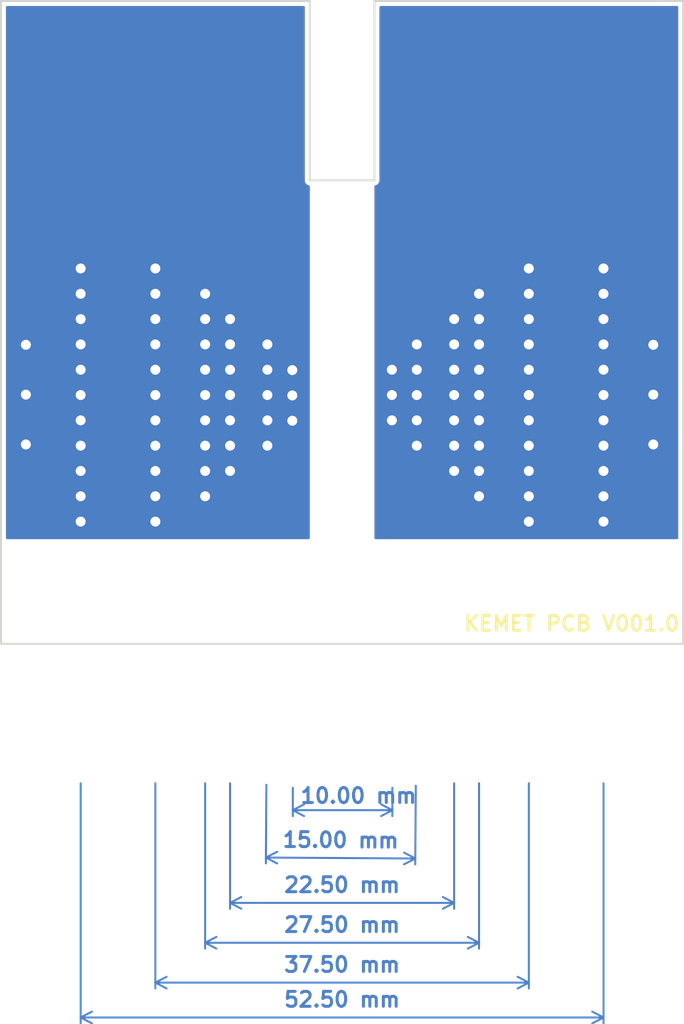
<source format=kicad_pcb>
(kicad_pcb
	(version 20240108)
	(generator "pcbnew")
	(generator_version "8.0")
	(general
		(thickness 1.6)
		(legacy_teardrops no)
	)
	(paper "A4")
	(layers
		(0 "F.Cu" signal)
		(31 "B.Cu" power)
		(32 "B.Adhes" user "B.Adhesive")
		(33 "F.Adhes" user "F.Adhesive")
		(34 "B.Paste" user)
		(35 "F.Paste" user)
		(36 "B.SilkS" user "B.Silkscreen")
		(37 "F.SilkS" user "F.Silkscreen")
		(38 "B.Mask" user)
		(39 "F.Mask" user)
		(40 "Dwgs.User" user "User.Drawings")
		(41 "Cmts.User" user "User.Comments")
		(42 "Eco1.User" user "User.Eco1")
		(43 "Eco2.User" user "User.Eco2")
		(44 "Edge.Cuts" user)
		(45 "Margin" user)
		(46 "B.CrtYd" user "B.Courtyard")
		(47 "F.CrtYd" user "F.Courtyard")
		(48 "B.Fab" user)
		(49 "F.Fab" user)
		(50 "User.1" user)
		(51 "User.2" user)
		(52 "User.3" user)
		(53 "User.4" user)
		(54 "User.5" user)
		(55 "User.6" user)
		(56 "User.7" user)
		(57 "User.8" user)
		(58 "User.9" user)
	)
	(setup
		(stackup
			(layer "F.SilkS"
				(type "Top Silk Screen")
			)
			(layer "F.Paste"
				(type "Top Solder Paste")
			)
			(layer "F.Mask"
				(type "Top Solder Mask")
				(thickness 0.01)
			)
			(layer "F.Cu"
				(type "copper")
				(thickness 0.035)
			)
			(layer "dielectric 1"
				(type "core")
				(thickness 1.51)
				(material "FR4")
				(epsilon_r 4.5)
				(loss_tangent 0.02)
			)
			(layer "B.Cu"
				(type "copper")
				(thickness 0.035)
			)
			(layer "B.Mask"
				(type "Bottom Solder Mask")
				(thickness 0.01)
			)
			(layer "B.Paste"
				(type "Bottom Solder Paste")
			)
			(layer "B.SilkS"
				(type "Bottom Silk Screen")
			)
			(copper_finish "None")
			(dielectric_constraints no)
		)
		(pad_to_mask_clearance 0)
		(allow_soldermask_bridges_in_footprints no)
		(pcbplotparams
			(layerselection 0x00010fc_ffffffff)
			(plot_on_all_layers_selection 0x0000000_00000000)
			(disableapertmacros no)
			(usegerberextensions no)
			(usegerberattributes yes)
			(usegerberadvancedattributes no)
			(creategerberjobfile no)
			(dashed_line_dash_ratio 12.000000)
			(dashed_line_gap_ratio 3.000000)
			(svgprecision 4)
			(plotframeref no)
			(viasonmask no)
			(mode 1)
			(useauxorigin yes)
			(hpglpennumber 1)
			(hpglpenspeed 20)
			(hpglpendiameter 15.000000)
			(pdf_front_fp_property_popups yes)
			(pdf_back_fp_property_popups yes)
			(dxfpolygonmode yes)
			(dxfimperialunits yes)
			(dxfusepcbnewfont yes)
			(psnegative no)
			(psa4output no)
			(plotreference yes)
			(plotvalue no)
			(plotfptext yes)
			(plotinvisibletext no)
			(sketchpadsonfab no)
			(subtractmaskfromsilk yes)
			(outputformat 1)
			(mirror no)
			(drillshape 0)
			(scaleselection 1)
			(outputdirectory "Gerbers/")
		)
	)
	(net 0 "")
	(net 1 "Back_Net_L")
	(net 2 "Back_Net_R")
	(gr_rect
		(start 132.1125 55.875)
		(end 162.6375 80.2)
		(stroke
			(width 0.2)
			(type solid)
		)
		(fill solid)
		(layer "B.Mask")
		(uuid "b41fa2c5-06e3-470b-a238-5e82eb34bf44")
	)
	(gr_rect
		(start 95.0125 56.05)
		(end 125.2375 80.125)
		(stroke
			(width 0.2)
			(type solid)
		)
		(fill solid)
		(layer "B.Mask")
		(uuid "c97e54a4-4dac-4f0a-93d0-2d9423667ccd")
	)
	(gr_rect
		(start 95.0125 56.05)
		(end 125.2375 80.2)
		(stroke
			(width 0.2)
			(type solid)
		)
		(fill solid)
		(layer "F.Mask")
		(uuid "025b8e79-408a-406e-b0cc-b20b6e8ca3cd")
	)
	(gr_rect
		(start 132.1125 55.875)
		(end 162.6375 80.35)
		(stroke
			(width 0.2)
			(type solid)
		)
		(fill solid)
		(layer "F.Mask")
		(uuid "a4b9c465-8459-4ff7-9d34-7591f8558d2b")
	)
	(gr_poly
		(pts
			(xy 163 120) (xy 94.5 120) (xy 94.5 55.5) (xy 125.5 55.5) (xy 125.5 73.5) (xy 132 73.5) (xy 132 55.5)
			(xy 163 55.5)
		)
		(stroke
			(width 0.2)
			(type solid)
		)
		(fill none)
		(layer "Edge.Cuts")
		(uuid "85d9e906-1aab-4e4f-9e6c-913bc2013716")
	)
	(gr_text "KEMET PCB V001.0"
		(at 140.825 118.85 0)
		(layer "F.SilkS")
		(uuid "a7c7dcee-93cf-44c8-87b6-061719eff1e5")
		(effects
			(font
				(size 1.5 1.5)
				(thickness 0.3)
				(bold yes)
			)
			(justify left bottom)
		)
	)
	(dimension
		(type aligned)
		(layer "B.Cu")
		(uuid "0f65dea8-7804-4cbf-a47b-660972cb6692")
		(pts
			(xy 121.151995 133.65068) (xy 136.151995 133.75068)
		)
		(height 7.799493)
		(gr_text "15,00 mm"
			(at 128.612 139.70004 359.6180338)
			(layer "B.Cu")
			(uuid "0f65dea8-7804-4cbf-a47b-660972cb6692")
			(effects
				(font
					(size 1.5 1.5)
					(thickness 0.3)
				)
			)
		)
		(format
			(prefix "")
			(suffix "")
			(units 3)
			(units_format 1)
			(precision 2)
		)
		(style
			(thickness 0.2)
			(arrow_length 1.27)
			(text_position_mode 0)
			(extension_height 0.58642)
			(extension_offset 0.5) keep_text_aligned)
	)
	(dimension
		(type aligned)
		(layer "B.Cu")
		(uuid "33f37264-789c-4005-8003-b36318161a99")
		(pts
			(xy 110 133.5) (xy 147.5 133.5)
		)
		(height 20.5)
		(gr_text "37,50 mm"
			(at 128.75 152.2 0)
			(layer "B.Cu")
			(uuid "33f37264-789c-4005-8003-b36318161a99")
			(effects
				(font
					(size 1.5 1.5)
					(thickness 0.3)
				)
			)
		)
		(format
			(prefix "")
			(suffix "")
			(units 3)
			(units_format 1)
			(precision 2)
		)
		(style
			(thickness 0.2)
			(arrow_length 1.27)
			(text_position_mode 0)
			(extension_height 0.58642)
			(extension_offset 0.5) keep_text_aligned)
	)
	(dimension
		(type aligned)
		(layer "B.Cu")
		(uuid "62c187a7-0902-4628-8214-ca6a192f710e")
		(pts
			(xy 117.5 133.5) (xy 140 133.5)
		)
		(height 12.5)
		(gr_text "22,50 mm"
			(at 128.75 144.2 0)
			(layer "B.Cu")
			(uuid "62c187a7-0902-4628-8214-ca6a192f710e")
			(effects
				(font
					(size 1.5 1.5)
					(thickness 0.3)
				)
			)
		)
		(format
			(prefix "")
			(suffix "")
			(units 3)
			(units_format 1)
			(precision 2)
		)
		(style
			(thickness 0.2)
			(arrow_length 1.27)
			(text_position_mode 0)
			(extension_height 0.58642)
			(extension_offset 0.5) keep_text_aligned)
	)
	(dimension
		(type aligned)
		(layer "B.Cu")
		(uuid "c079ea44-18ce-46b9-a2da-d44fd34622dd")
		(pts
			(xy 115 133.5) (xy 142.5 133.5)
		)
		(height 16.5)
		(gr_text "27,50 mm"
			(at 128.75 148.2 0)
			(layer "B.Cu")
			(uuid "c079ea44-18ce-46b9-a2da-d44fd34622dd")
			(effects
				(font
					(size 1.5 1.5)
					(thickness 0.3)
				)
			)
		)
		(format
			(prefix "")
			(suffix "")
			(units 3)
			(units_format 1)
			(precision 2)
		)
		(style
			(thickness 0.2)
			(arrow_length 1.27)
			(text_position_mode 0)
			(extension_height 0.58642)
			(extension_offset 0.5) keep_text_aligned)
	)
	(dimension
		(type aligned)
		(layer "B.Cu")
		(uuid "e12cf3bd-c19e-480b-bec8-2f0671ae0396")
		(pts
			(xy 123.8 133.95) (xy 133.8 133.95)
		)
		(height 2.75)
		(gr_text "10,00 mm"
			(at 130.4 135.25 0)
			(layer "B.Cu")
			(uuid "e12cf3bd-c19e-480b-bec8-2f0671ae0396")
			(effects
				(font
					(size 1.5 1.5)
					(thickness 0.3)
				)
			)
		)
		(format
			(prefix "")
			(suffix "")
			(units 3)
			(units_format 1)
			(precision 2)
		)
		(style
			(thickness 0.2)
			(arrow_length 1.27)
			(text_position_mode 2)
			(extension_height 0.58642)
			(extension_offset 0.5) keep_text_aligned)
	)
	(dimension
		(type aligned)
		(layer "B.Cu")
		(uuid "fd15188a-1022-49b0-ae00-ac554b637b11")
		(pts
			(xy 102.5 133.5) (xy 155 133.5)
		)
		(height 24)
		(gr_text "52,50 mm"
			(at 128.75 155.7 0)
			(layer "B.Cu")
			(uuid "fd15188a-1022-49b0-ae00-ac554b637b11")
			(effects
				(font
					(size 1.5 1.5)
					(thickness 0.3)
				)
			)
		)
		(format
			(prefix "")
			(suffix "")
			(units 3)
			(units_format 1)
			(precision 2)
		)
		(style
			(thickness 0.2)
			(arrow_length 1.27)
			(text_position_mode 0)
			(extension_height 0.58642)
			(extension_offset 0.5) keep_text_aligned)
	)
	(segment
		(start 117.5 87.42)
		(end 117.5 102.66)
		(width 0.2)
		(layer "F.Cu")
		(net 1)
		(uuid "0a5e42e9-ab89-4e3a-b401-79998dda8724")
	)
	(segment
		(start 121.25 89.96)
		(end 121.25 100.12)
		(width 0.2)
		(layer "F.Cu")
		(net 1)
		(uuid "170ed97f-00e4-458a-88a3-5a0e382722fe")
	)
	(segment
		(start 97 95)
		(end 123.67 95)
		(width 0.2)
		(layer "F.Cu")
		(net 1)
		(uuid "2062efb5-ccdd-4f17-84c1-bf1bba1054f3")
	)
	(segment
		(start 110 82.34)
		(end 110 107.74)
		(width 0.2)
		(layer "F.Cu")
		(net 1)
		(uuid "2e108ce3-3712-4b81-b968-d6d84d909e72")
	)
	(segment
		(start 115 84.88)
		(end 115 105.2)
		(width 0.2)
		(layer "F.Cu")
		(net 1)
		(uuid "4156b453-fe27-4a3e-be3f-6364afe169c0")
	)
	(segment
		(start 97 90)
		(end 97 100)
		(width 0.2)
		(layer "F.Cu")
		(net 1)
		(uuid "92eea888-599e-4f25-8590-38134a132692")
	)
	(segment
		(start 102.5 82.34)
		(end 102.5 107.74)
		(width 0.2)
		(layer "F.Cu")
		(net 1)
		(uuid "98033f50-e9d1-4f92-8237-915bb9522a4d")
	)
	(segment
		(start 123.75 92.54)
		(end 123.75 97.62)
		(width 0.2)
		(layer "F.Cu")
		(net 1)
		(uuid "9b364155-e3be-433a-a95a-90aa96fc3c63")
	)
	(segment
		(start 123.67 95)
		(end 123.75 95.08)
		(width 0.2)
		(layer "F.Cu")
		(net 1)
		(uuid "d6345840-c502-42c1-9eeb-ed2118980a3a")
	)
	(via
		(at 123.75 97.62)
		(size 2)
		(drill 1)
		(layers "F.Cu" "B.Cu")
		(net 1)
		(uuid "00d6b228-98df-4b54-883e-43c8555e4208")
	)
	(via
		(at 115 84.88)
		(size 2)
		(drill 1)
		(layers "F.Cu" "B.Cu")
		(net 1)
		(uuid "02542b5e-ed1d-43c0-a910-16ea06102946")
	)
	(via
		(at 102.5 95.04)
		(size 2)
		(drill 1)
		(layers "F.Cu" "B.Cu")
		(net 1)
		(uuid "02d8f596-4024-4557-9990-462897a44a39")
	)
	(via
		(at 110 107.74)
		(size 2)
		(drill 1)
		(layers "F.Cu" "B.Cu")
		(net 1)
		(uuid "0490945c-cd77-48b9-b34a-5915d6cd3179")
	)
	(via
		(at 117.5 92.5)
		(size 2)
		(drill 1)
		(layers "F.Cu" "B.Cu")
		(net 1)
		(uuid "0e59f19b-8873-4eb5-8934-438927e2c68c")
	)
	(via
		(at 110 82.34)
		(size 2)
		(drill 1)
		(layers "F.Cu" "B.Cu")
		(net 1)
		(uuid "128ad11a-1763-4d43-b0c3-22b5d634d017")
	)
	(via
		(at 110 100.12)
		(size 2)
		(drill 1)
		(layers "F.Cu" "B.Cu")
		(net 1)
		(uuid "12c568c5-3a54-488b-b706-59677b9fdf9b")
	)
	(via
		(at 102.5 87.42)
		(size 2)
		(drill 1)
		(layers "F.Cu" "B.Cu")
		(net 1)
		(uuid "1a9f86ac-d712-4ded-9fe8-5eacadd0e858")
	)
	(via
		(at 121.25 97.58)
		(size 2)
		(drill 1)
		(layers "F.Cu" "B.Cu")
		(net 1)
		(uuid "23d5db04-1a08-47da-ad49-a299d45aff15")
	)
	(via
		(at 102.5 89.96)
		(size 2)
		(drill 1)
		(layers "F.Cu" "B.Cu")
		(net 1)
		(uuid "296a45b6-56ad-4837-8a16-5eb2f024c8a1")
	)
	(via
		(at 117.5 89.96)
		(size 2)
		(drill 1)
		(layers "F.Cu" "B.Cu")
		(net 1)
		(uuid "2fd6ce57-6d3e-4225-9625-2ccbea38c712")
	)
	(via
		(at 97 100)
		(size 2)
		(drill 1)
		(layers "F.Cu" "B.Cu")
		(net 1)
		(uuid "3063bf12-b6a2-407a-b6f4-b888bec7635b")
	)
	(via
		(at 110 89.96)
		(size 2)
		(drill 1)
		(layers "F.Cu" "B.Cu")
		(net 1)
		(uuid "36823504-d2fb-4578-8112-07822c8ec0c3")
	)
	(via
		(at 102.5 82.34)
		(size 2)
		(drill 1)
		(layers "F.Cu" "B.Cu")
		(net 1)
		(uuid "3f4a4157-b7a7-4eb9-80ff-4c337f214825")
	)
	(via
		(at 123.75 92.54)
		(size 2)
		(drill 1)
		(layers "F.Cu" "B.Cu")
		(net 1)
		(uuid "40d287fc-24a4-439c-87e3-80a5d0a33341")
	)
	(via
		(at 110 105.2)
		(size 2)
		(drill 1)
		(layers "F.Cu" "B.Cu")
		(net 1)
		(uuid "43859231-0536-4afc-8355-69d7682c4f8d")
	)
	(via
		(at 102.5 97.58)
		(size 2)
		(drill 1)
		(layers "F.Cu" "B.Cu")
		(net 1)
		(uuid "450af9ae-3c79-49a6-be0b-77c26370de1a")
	)
	(via
		(at 102.5 92.5)
		(size 2)
		(drill 1)
		(layers "F.Cu" "B.Cu")
		(net 1)
		(uuid "45333c43-16f3-4310-b3fe-cfa27a9cbd21")
	)
	(via
		(at 117.5 97.58)
		(size 2)
		(drill 1)
		(layers "F.Cu" "B.Cu")
		(net 1)
		(uuid "464284c7-bcbd-4c43-9a3f-36f74b385194")
	)
	(via
		(at 115 97.58)
		(size 2)
		(drill 1)
		(layers "F.Cu" "B.Cu")
		(net 1)
		(uuid "4d28e9a3-239c-43e4-ad16-f80df3152482")
	)
	(via
		(at 117.5 95.04)
		(size 2)
		(drill 1)
		(layers "F.Cu" "B.Cu")
		(net 1)
		(uuid "5a0f0d0b-daff-4a25-a340-fa7275d4da3d")
	)
	(via
		(at 102.5 105.2)
		(size 2)
		(drill 1)
		(layers "F.Cu" "B.Cu")
		(net 1)
		(uuid "5e1e7a9c-4341-459d-ab12-a60bb3467940")
	)
	(via
		(at 102.5 102.66)
		(size 2)
		(drill 1)
		(layers "F.Cu" "B.Cu")
		(net 1)
		(uuid "5e9ae439-6b18-4876-8d59-5fae6295daee")
	)
	(via
		(at 102.5 107.74)
		(size 2)
		(drill 1)
		(layers "F.Cu" "B.Cu")
		(net 1)
		(uuid "6396d200-87cf-4d80-97a8-cbd9103d9b7a")
	)
	(via
		(at 110 92.5)
		(size 2)
		(drill 1)
		(layers "F.Cu" "B.Cu")
		(net 1)
		(uuid "6b25d33b-2d39-4543-b21c-6a736deec56f")
	)
	(via
		(at 121.25 92.5)
		(size 2)
		(drill 1)
		(layers "F.Cu" "B.Cu")
		(net 1)
		(uuid "706b790c-41da-45d1-8648-3e2022c74aa7")
	)
	(via
		(at 115 89.96)
		(size 2)
		(drill 1)
		(layers "F.Cu" "B.Cu")
		(net 1)
		(uuid "7340f0f9-7154-4aea-85d7-d6d4e3886fad")
	)
	(via
		(at 121.25 95.04)
		(size 2)
		(drill 1)
		(layers "F.Cu" "B.Cu")
		(net 1)
		(uuid "79ce970b-e70f-425d-8017-8143a61a12ff")
	)
	(via
		(at 115 87.42)
		(size 2)
		(drill 1)
		(layers "F.Cu" "B.Cu")
		(net 1)
		(uuid "80090c7f-9aba-4ced-9c92-d066d3d7d4b0")
	)
	(via
		(at 115 92.5)
		(size 2)
		(drill 1)
		(layers "F.Cu" "B.Cu")
		(net 1)
		(uuid "88312aff-16ef-47cd-9efb-8ecc1b7491ea")
	)
	(via
		(at 110 84.88)
		(size 2)
		(drill 1)
		(layers "F.Cu" "B.Cu")
		(net 1)
		(uuid "8c80796a-36db-44c3-b7b2-b48dd481b5e8")
	)
	(via
		(at 110 95.04)
		(size 2)
		(drill 1)
		(layers "F.Cu" "B.Cu")
		(net 1)
		(uuid "8c96c25b-71c6-4cee-a3a2-2e2f0bc95fd0")
	)
	(via
		(at 110 87.42)
		(size 2)
		(drill 1)
		(layers "F.Cu" "B.Cu")
		(net 1)
		(uuid "8de07d1e-a40f-4830-a075-7ab6aa806388")
	)
	(via
		(at 115 95.04)
		(size 2)
		(drill 1)
		(layers "F.Cu" "B.Cu")
		(net 1)
		(uuid "9e55da36-7908-4d7b-8b33-a84303c2e94e")
	)
	(via
		(at 117.5 100.12)
		(size 2)
		(drill 1)
		(layers "F.Cu" "B.Cu")
		(net 1)
		(uuid "a2f47ecf-f0c5-479a-bbd9-160150683f6a")
	)
	(via
		(at 115 105.2)
		(size 2)
		(drill 1)
		(layers "F.Cu" "B.Cu")
		(net 1)
		(uuid "ade8a956-9ba8-469d-93bd-b60865a98519")
	)
	(via
		(at 121.25 100.12)
		(size 2)
		(drill 1)
		(layers "F.Cu" "B.Cu")
		(net 1)
		(uuid "b39caa1e-f11b-4589-922e-e98c2b954230")
	)
	(via
		(at 121.25 89.96)
		(size 2)
		(drill 1)
		(layers "F.Cu" "B.Cu")
		(net 1)
		(uuid "ba6b9d11-60cf-417f-8f96-a81333d30a96")
	)
	(via
		(at 110 97.58)
		(size 2)
		(drill 1)
		(layers "F.Cu" "B.Cu")
		(net 1)
		(uuid "bb1c059e-99f6-46af-9a8a-2e93ac822699")
	)
	(via
		(at 102.5 84.88)
		(size 2)
		(drill 1)
		(layers "F.Cu" "B.Cu")
		(net 1)
		(uuid "be359fe2-7aaf-4d8c-a5c3-f6326e20a8da")
	)
	(via
		(at 97 90)
		(size 2)
		(drill 1)
		(layers "F.Cu" "B.Cu")
		(net 1)
		(uuid "bfd298d9-ba03-48b5-a133-2aece736a4b3")
	)
	(via
		(at 97 95)
		(size 2)
		(drill 1)
		(layers "F.Cu" "B.Cu")
		(net 1)
		(uuid "d0591cf4-d683-4d15-8f95-6d547b346274")
	)
	(via
		(at 123.75 95.08)
		(size 2)
		(drill 1)
		(layers "F.Cu" "B.Cu")
		(net 1)
		(uuid "d83f1d18-fd28-41ae-bc25-c476203b7bd6")
	)
	(via
		(at 110 102.66)
		(size 2)
		(drill 1)
		(layers "F.Cu" "B.Cu")
		(net 1)
		(uuid "da70686b-ca72-4e74-b1a4-94b5a1efafcd")
	)
	(via
		(at 115 102.66)
		(size 2)
		(drill 1)
		(layers "F.Cu" "B.Cu")
		(net 1)
		(uuid "df6fa1c5-f183-4103-9f99-2ad125e66ae0")
	)
	(via
		(at 115 100.12)
		(size 2)
		(drill 1)
		(layers "F.Cu" "B.Cu")
		(net 1)
		(uuid "e668dfdd-20e6-4905-8d55-f410fb745077")
	)
	(via
		(at 117.5 102.66)
		(size 2)
		(drill 1)
		(layers "F.Cu" "B.Cu")
		(net 1)
		(uuid "e75df4dc-b001-4257-a0da-28e9fae272d4")
	)
	(via
		(at 102.5 100.12)
		(size 2)
		(drill 1)
		(layers "F.Cu" "B.Cu")
		(net 1)
		(uuid "ec131ed0-3610-4b82-9dd6-4b78b5ebbb03")
	)
	(via
		(at 117.5 87.42)
		(size 2)
		(drill 1)
		(layers "F.Cu" "B.Cu")
		(net 1)
		(uuid "f9ff68d4-99d0-4696-93fa-8333cc49ad52")
	)
	(segment
		(start 97 95)
		(end 97.04 95.04)
		(width 0.2)
		(layer "B.Cu")
		(net 1)
		(uuid "162db841-b66c-4f6e-aefc-f4bf61f9428d")
	)
	(segment
		(start 102.46 95)
		(end 102.5 95.04)
		(width 0.2)
		(layer "B.Cu")
		(net 1)
		(uuid "9d9781c5-3963-4d14-922c-beb9687360cf")
	)
	(segment
		(start 133.79 95)
		(end 133.75 95.04)
		(width 0.2)
		(layer "F.Cu")
		(net 2)
		(uuid "036891fc-a564-4b81-a6f7-c80eccf99fbc")
	)
	(segment
		(start 160 95)
		(end 133.79 95)
		(width 0.2)
		(layer "F.Cu")
		(net 2)
		(uuid "1ca5755b-3853-4fc4-b493-8fd7430e7ef4")
	)
	(segment
		(start 160 90)
		(end 160 100)
		(width 0.2)
		(layer "F.Cu")
		(net 2)
		(uuid "4799af37-605e-469e-a737-0653bff0f241")
	)
	(segment
		(start 147.5 107.74)
		(end 147.5 82.34)
		(width 0.2)
		(layer "F.Cu")
		(net 2)
		(uuid "5d4ce326-61a2-4f11-bdfb-a84877ab5aea")
	)
	(segment
		(start 140 87.42)
		(end 140 102.66)
		(width 0.2)
		(layer "F.Cu")
		(net 2)
		(uuid "68074649-f322-4aae-a6fb-f5081733ede4")
	)
	(segment
		(start 142.5 105.2)
		(end 142.5 84.88)
		(width 0.2)
		(layer "F.Cu")
		(net 2)
		(uuid "ac796576-4e75-4b5e-8305-9c4a464776c1")
	)
	(segment
		(start 133.75 92.5)
		(end 133.75 97.58)
		(width 0.2)
		(layer "F.Cu")
		(net 2)
		(uuid "b505b50e-971d-4631-929e-18230a63af71")
	)
	(segment
		(start 155 82.34)
		(end 155 107.74)
		(width 0.2)
		(layer "F.Cu")
		(net 2)
		(uuid "d0cf6c20-087c-4581-a723-9749e5c43001")
	)
	(segment
		(start 136.25 100.12)
		(end 136.25 89.96)
		(width 0.2)
		(layer "F.Cu")
		(net 2)
		(uuid "f8fba131-2a80-4fde-8f3b-da5db9e495ec")
	)
	(via
		(at 136.25 100.12)
		(size 2)
		(drill 1)
		(layers "F.Cu" "B.Cu")
		(net 2)
		(uuid "02dca560-1ead-4c3d-960e-a290cb7b28d7")
	)
	(via
		(at 155 95.04)
		(size 2)
		(drill 1)
		(layers "F.Cu" "B.Cu")
		(net 2)
		(uuid "045efe21-24d1-4aa6-aca9-1041e59ed875")
	)
	(via
		(at 133.75 95.04)
		(size 2)
		(drill 1)
		(layers "F.Cu" "B.Cu")
		(net 2)
		(uuid "1151a16e-b08f-455b-be89-a48c3175da39")
	)
	(via
		(at 142.5 89.96)
		(size 2)
		(drill 1)
		(layers "F.Cu" "B.Cu")
		(net 2)
		(uuid "16a7a03e-4b60-4c73-823c-6e5098a4622d")
	)
	(via
		(at 142.5 92.5)
		(size 2)
		(drill 1)
		(layers "F.Cu" "B.Cu")
		(net 2)
		(uuid "178a00c6-31e8-49c3-8ced-2e745deec678")
	)
	(via
		(at 160 95)
		(size 2)
		(drill 1)
		(layers "F.Cu" "B.Cu")
		(net 2)
		(uuid "2a66ceb0-402f-4b4a-8ece-74d386509d35")
	)
	(via
		(at 142.5 84.88)
		(size 2)
		(drill 1)
		(layers "F.Cu" "B.Cu")
		(net 2)
		(uuid "308c7c23-0d70-463b-9787-da70a02030c3")
	)
	(via
		(at 140 89.96)
		(size 2)
		(drill 1)
		(layers "F.Cu" "B.Cu")
		(net 2)
		(uuid "48bb57d1-ce73-48b6-aca3-a60209b18f13")
	)
	(via
		(at 140 95.04)
		(size 2)
		(drill 1)
		(layers "F.Cu" "B.Cu")
		(net 2)
		(uuid "4b8d1960-cc7c-4ff2-bf8e-ec2ed0b3d673")
	)
	(via
		(at 142.5 105.2)
		(size 2)
		(drill 1)
		(layers "F.Cu" "B.Cu")
		(net 2)
		(uuid "4f024537-9b0b-467f-9d79-a95525e7e032")
	)
	(via
		(at 147.5 102.66)
		(size 2)
		(drill 1)
		(layers "F.Cu" "B.Cu")
		(net 2)
		(uuid "53186f13-4140-4b0e-9ff3-6ba997a08c15")
	)
	(via
		(at 140 102.66)
		(size 2)
		(drill 1)
		(layers "F.Cu" "B.Cu")
		(net 2)
		(uuid "532ec7e4-308c-4b72-9946-4c7810b50c0a")
	)
	(via
		(at 147.5 82.34)
		(size 2)
		(drill 1)
		(layers "F.Cu" "B.Cu")
		(net 2)
		(uuid "551f287f-02d1-44bd-9684-c26f6cf1dc3d")
	)
	(via
		(at 155 92.5)
		(size 2)
		(drill 1)
		(layers "F.Cu" "B.Cu")
		(net 2)
		(uuid "566d1600-fc96-4650-88ab-68c2fa20e739")
	)
	(via
		(at 140 92.5)
		(size 2)
		(drill 1)
		(layers "F.Cu" "B.Cu")
		(net 2)
		(uuid "66ebb6ad-cb7d-4e91-ab25-32bec8998219")
	)
	(via
		(at 140 87.42)
		(size 2)
		(drill 1)
		(layers "F.Cu" "B.Cu")
		(net 2)
		(uuid "6aa42011-eb49-4520-92e8-6cc33457f2cc")
	)
	(via
		(at 140 97.58)
		(size 2)
		(drill 1)
		(layers "F.Cu" "B.Cu")
		(net 2)
		(uuid "6cce1c49-9f7f-44c9-b8f9-1c1fceb27ce1")
	)
	(via
		(at 140 100.12)
		(size 2)
		(drill 1)
		(layers "F.Cu" "B.Cu")
		(net 2)
		(uuid "7b7ac19c-eb66-4ee9-8ed2-514f37a5e70f")
	)
	(via
		(at 155 89.96)
		(size 2)
		(drill 1)
		(layers "F.Cu" "B.Cu")
		(net 2)
		(uuid "7c20e9fd-b36f-4f2f-808b-3e4b172ba961")
	)
	(via
		(at 136.25 92.5)
		(size 2)
		(drill 1)
		(layers "F.Cu" "B.Cu")
		(net 2)
		(uuid "7d61833b-db40-4f99-93c7-5f0412f490f6")
	)
	(via
		(at 147.5 95.04)
		(size 2)
		(drill 1)
		(layers "F.Cu" "B.Cu")
		(net 2)
		(uuid "7d7b8d53-cb4e-4016-bec3-4f86bbb7d9c7")
	)
	(via
		(at 136.25 97.58)
		(size 2)
		(drill 1)
		(layers "F.Cu" "B.Cu")
		(net 2)
		(uuid "7eab6f84-ed2c-4171-b140-e6bc70f75b4f")
	)
	(via
		(at 147.5 105.2)
		(size 2)
		(drill 1)
		(layers "F.Cu" "B.Cu")
		(net 2)
		(uuid "8200ce62-7a43-403d-a438-077fd5bbe031")
	)
	(via
		(at 147.5 100.12)
		(size 2)
		(drill 1)
		(layers "F.Cu" "B.Cu")
		(net 2)
		(uuid "82ecc5fc-a47c-4dcb-9f36-0a718d170b67")
	)
	(via
		(at 147.5 97.58)
		(size 2)
		(drill 1)
		(layers "F.Cu" "B.Cu")
		(net 2)
		(uuid "87784d69-1bbc-416f-929d-66aeed95b2b2")
	)
	(via
		(at 147.5 89.96)
		(size 2)
		(drill 1)
		(layers "F.Cu" "B.Cu")
		(net 2)
		(uuid "8b1c90e4-1cd8-421a-b171-1eece65a5feb")
	)
	(via
		(at 147.5 84.88)
		(size 2)
		(drill 1)
		(layers "F.Cu" "B.Cu")
		(net 2)
		(uuid "9162cd79-a950-4c33-a7be-806d4a64726d")
	)
	(via
		(at 155 107.74)
		(size 2)
		(drill 1)
		(layers "F.Cu" "B.Cu")
		(net 2)
		(uuid "94a2caf0-754c-468d-a065-8534705c859f")
	)
	(via
		(at 155 100.12)
		(size 2)
		(drill 1)
		(layers "F.Cu" "B.Cu")
		(net 2)
		(uuid "9ec206b7-5169-4238-9978-3a5a71425e32")
	)
	(via
		(at 133.75 92.5)
		(size 2)
		(drill 1)
		(layers "F.Cu" "B.Cu")
		(net 2)
		(uuid "a512e4a9-feb5-4165-96ea-0afe16aed6bc")
	)
	(via
		(at 147.5 87.42)
		(size 2)
		(drill 1)
		(layers "F.Cu" "B.Cu")
		(net 2)
		(uuid "a55a48c9-d5fa-4ec6-a407-84359df64cbb")
	)
	(via
		(at 142.5 87.42)
		(size 2)
		(drill 1)
		(layers "F.Cu" "B.Cu")
		(net 2)
		(uuid "bb3f8a91-8eb6-48a0-9431-b6cdee496223")
	)
	(via
		(at 136.25 89.96)
		(size 2)
		(drill 1)
		(layers "F.Cu" "B.Cu")
		(net 2)
		(uuid "c2230a1a-ef1b-4e12-ae38-fad2a0736109")
	)
	(via
		(at 155 82.34)
		(size 2)
		(drill 1)
		(layers "F.Cu" "B.Cu")
		(net 2)
		(uuid "c9a46b03-0824-4e7a-b7cb-4ad6e69c1946")
	)
	(via
		(at 142.5 100.12)
		(size 2)
		(drill 1)
		(layers "F.Cu" "B.Cu")
		(net 2)
		(uuid "cbd04ad4-56bf-4400-8628-8665288d7c88")
	)
	(via
		(at 155 87.42)
		(size 2)
		(drill 1)
		(layers "F.Cu" "B.Cu")
		(net 2)
		(uuid "d7f3f9d7-96b6-4e97-ba7c-d415cfb8893c")
	)
	(via
		(at 160 90)
		(size 2)
		(drill 1)
		(layers "F.Cu" "B.Cu")
		(net 2)
		(uuid "daf187d6-16ed-42f5-a407-5eaa7d7f1f8e")
	)
	(via
		(at 155 102.66)
		(size 2)
		(drill 1)
		(layers "F.Cu" "B.Cu")
		(net 2)
		(uuid "dd779214-a421-465c-9507-fafea2d680c4")
	)
	(via
		(at 155 97.58)
		(size 2)
		(drill 1)
		(layers "F.Cu" "B.Cu")
		(net 2)
		(uuid "dded5729-1e16-4335-9dd1-c4c690f2d7f5")
	)
	(via
		(at 142.5 95.04)
		(size 2)
		(drill 1)
		(layers "F.Cu" "B.Cu")
		(net 2)
		(uuid "e3fab656-a3bc-4e5f-9546-e05285784b35")
	)
	(via
		(at 142.5 102.66)
		(size 2)
		(drill 1)
		(layers "F.Cu" "B.Cu")
		(net 2)
		(uuid "e73534e2-9592-4692-bf23-93e24e5f13c1")
	)
	(via
		(at 133.75 97.58)
		(size 2)
		(drill 1)
		(layers "F.Cu" "B.Cu")
		(net 2)
		(uuid "e784f580-4dd7-4de5-9716-437776475c73")
	)
	(via
		(at 160 100)
		(size 2)
		(drill 1)
		(layers "F.Cu" "B.Cu")
		(net 2)
		(uuid "e8f7fce9-0215-4998-b8a2-d141cbd74ad4")
	)
	(via
		(at 147.5 92.5)
		(size 2)
		(drill 1)
		(layers "F.Cu" "B.Cu")
		(net 2)
		(uuid "f431160d-d475-4ed2-9f1a-1746196455f1")
	)
	(via
		(at 155 105.2)
		(size 2)
		(drill 1)
		(layers "F.Cu" "B.Cu")
		(net 2)
		(uuid "f8a154ea-c1ac-4613-92ec-b5744d8ce1dc")
	)
	(via
		(at 142.5 97.58)
		(size 2)
		(drill 1)
		(layers "F.Cu" "B.Cu")
		(net 2)
		(uuid "f8c584ec-3dd9-4c4b-be39-e5d159eb861f")
	)
	(via
		(at 155 84.88)
		(size 2)
		(drill 1)
		(layers "F.Cu" "B.Cu")
		(net 2)
		(uuid "f8e1f290-1d3d-4a3e-996d-1e65b3cff496")
	)
	(via
		(at 136.25 95.04)
		(size 2)
		(drill 1)
		(layers "F.Cu" "B.Cu")
		(net 2)
		(uuid "fe70dcaa-bfce-4cb5-be16-ce1748b87556")
	)
	(via
		(at 147.5 107.74)
		(size 2)
		(drill 1)
		(layers "F.Cu" "B.Cu")
		(net 2)
		(uuid "fec0ddd7-1c67-4650-a666-c53dde484eef")
	)
	(segment
		(start 155.04 95)
		(end 155 95.04)
		(width 0.2)
		(layer "B.Cu")
		(net 2)
		(uuid "acfa0c15-e5d3-49d0-afe4-fe63cdf564ed")
	)
	(segment
		(start 160 95)
		(end 160.04 95.04)
		(width 0.2)
		(layer "B.Cu")
		(net 2)
		(uuid "c522f581-1e06-4869-9da9-de89092345ed")
	)
	(zone
		(net 0)
		(net_name "")
		(layer "F.Cu")
		(uuid "24500d92-aea0-4a8d-9c17-cb1b390de15a")
		(hatch edge 0.5)
		(priority 2)
		(connect_pads
			(clearance 0)
		)
		(min_thickness 0.25)
		(filled_areas_thickness no)
		(fill yes
			(thermal_gap 0.5)
			(thermal_bridge_width 0.5)
			(island_removal_mode 1)
			(island_area_min 10)
		)
		(polygon
			(pts
				(xy 94.5 87.5) (xy 94.5 55.5) (xy 125.5 55.5) (xy 125.5 109.5) (xy 94.5 109.5) (xy 94.5 102.5)
			)
		)
		(filled_polygon
			(layer "F.Cu")
			(island)
			(pts
				(xy 116.300561 100.453375) (xy 116.353748 100.498684) (xy 116.369264 100.532658) (xy 116.37577 100.555523)
				(xy 116.375772 100.55553) (xy 116.375775 100.555538) (xy 116.474938 100.754683) (xy 116.474943 100.754691)
				(xy 116.60902 100.932238) (xy 116.773437 101.082123) (xy 116.773439 101.082125) (xy 116.962595 101.199245)
				(xy 116.962601 101.199248) (xy 116.965833 101.2005) (xy 117.120295 101.260339) (xy 117.175695 101.302911)
				(xy 117.199286 101.368678) (xy 117.1995 101.375965) (xy 117.1995 101.404034) (xy 117.179815 101.471073)
				(xy 117.127011 101.516828) (xy 117.120294 101.51966) (xy 116.96261 101.580747) (xy 116.962595 101.580754)
				(xy 116.773439 101.697874) (xy 116.773437 101.697876) (xy 116.60902 101.847761) (xy 116.474943 102.025308)
				(xy 116.474938 102.025316) (xy 116.375775 102.224461) (xy 116.375769 102.224476) (xy 116.369266 102.247335)
				(xy 116.331987 102.306429) (xy 116.268677 102.335986) (xy 116.199438 102.326624) (xy 116.146251 102.281314)
				(xy 116.130734 102.247335) (xy 116.12423 102.224476) (xy 116.124229 102.224472) (xy 116.124224 102.224461)
				(xy 116.025061 102.025316) (xy 116.025056 102.025308) (xy 115.890979 101.847761) (xy 115.726562 101.697876)
				(xy 115.72656 101.697874) (xy 115.537404 101.580754) (xy 115.537389 101.580747) (xy 115.379706 101.51966)
				(xy 115.324304 101.477087) (xy 115.300714 101.411321) (xy 115.3005 101.404034) (xy 115.3005 101.375965)
				(xy 115.320185 101.308926) (xy 115.372989 101.263171) (xy 115.379691 101.260344) (xy 115.537401 101.199247)
				(xy 115.726562 101.082124) (xy 115.890981 100.932236) (xy 116.025058 100.754689) (xy 116.124229 100.555528)
				(xy 116.130734 100.532661) (xy 116.168012 100.473571) (xy 116.231322 100.444013)
			)
		)
		(filled_polygon
			(layer "F.Cu")
			(island)
			(pts
				(xy 116.300561 97.913375) (xy 116.353748 97.958684) (xy 116.369264 97.992658) (xy 116.375771 98.015528)
				(xy 116.375772 98.01553) (xy 116.375775 98.015538) (xy 116.474938 98.214683) (xy 116.474943 98.214691)
				(xy 116.60902 98.392238) (xy 116.773437 98.542123) (xy 116.773439 98.542125) (xy 116.962595 98.659245)
				(xy 116.962601 98.659248) (xy 117.011193 98.678072) (xy 117.120295 98.720339) (xy 117.175695 98.762911)
				(xy 117.199286 98.828678) (xy 117.1995 98.835965) (xy 117.1995 98.864034) (xy 117.179815 98.931073)
				(xy 117.127011 98.976828) (xy 117.120294 98.97966) (xy 116.96261 99.040747) (xy 116.962595 99.040754)
				(xy 116.773439 99.157874) (xy 116.773437 99.157876) (xy 116.60902 99.307761) (xy 116.474943 99.485308)
				(xy 116.474938 99.485316) (xy 116.375775 99.684461) (xy 116.375769 99.684476) (xy 116.369266 99.707335)
				(xy 116.331987 99.766429) (xy 116.268677 99.795986) (xy 116.199438 99.786624) (xy 116.146251 99.741314)
				(xy 116.130734 99.707335) (xy 116.12423 99.684476) (xy 116.124229 99.684472) (xy 116.064476 99.564472)
				(xy 116.025061 99.485316) (xy 116.025056 99.485308) (xy 115.890979 99.307761) (xy 115.726562 99.157876)
				(xy 115.72656 99.157874) (xy 115.537404 99.040754) (xy 115.537389 99.040747) (xy 115.379706 98.97966)
				(xy 115.324304 98.937087) (xy 115.300714 98.871321) (xy 115.3005 98.864034) (xy 115.3005 98.835965)
				(xy 115.320185 98.768926) (xy 115.372989 98.723171) (xy 115.379691 98.720344) (xy 115.537401 98.659247)
				(xy 115.726562 98.542124) (xy 115.890981 98.392236) (xy 116.025058 98.214689) (xy 116.124229 98.015528)
				(xy 116.130734 97.992661) (xy 116.168012 97.933571) (xy 116.231322 97.904013)
			)
		)
		(filled_polygon
			(layer "F.Cu")
			(island)
			(pts
				(xy 122.544862 95.393371) (xy 122.598052 95.438676) (xy 122.613575 95.472663) (xy 122.62577 95.515525)
				(xy 122.625775 95.515538) (xy 122.724938 95.714683) (xy 122.724943 95.714691) (xy 122.85902 95.892238)
				(xy 123.023437 96.042123) (xy 123.023439 96.042125) (xy 123.212595 96.159245) (xy 123.212601 96.159248)
				(xy 123.261193 96.178072) (xy 123.370295 96.220339) (xy 123.425695 96.262911) (xy 123.449286 96.328678)
				(xy 123.4495 96.335965) (xy 123.4495 96.364034) (xy 123.429815 96.431073) (xy 123.377011 96.476828)
				(xy 123.370294 96.47966) (xy 123.21261 96.540747) (xy 123.212595 96.540754) (xy 123.023439 96.657874)
				(xy 123.023437 96.657876) (xy 122.85902 96.807761) (xy 122.724943 96.985308) (xy 122.724938 96.985316)
				(xy 122.625775 97.184461) (xy 122.625768 97.18448) (xy 122.624954 97.187342) (xy 122.624192 97.188548)
				(xy 122.623705 97.189808) (xy 122.623458 97.189712) (xy 122.587672 97.246433) (xy 122.52436 97.275987)
				(xy 122.455121 97.266621) (xy 122.401937 97.221308) (xy 122.386426 97.187341) (xy 122.374229 97.144472)
				(xy 122.374224 97.144461) (xy 122.275061 96.945316) (xy 122.275056 96.945308) (xy 122.140979 96.767761)
				(xy 121.976562 96.617876) (xy 121.97656 96.617874) (xy 121.787404 96.500754) (xy 121.787389 96.500747)
				(xy 121.629706 96.43966) (xy 121.574304 96.397087) (xy 121.550714 96.331321) (xy 121.5505 96.324034)
				(xy 121.5505 96.295965) (xy 121.570185 96.228926) (xy 121.622989 96.183171) (xy 121.629691 96.180344)
				(xy 121.787401 96.119247) (xy 121.976562 96.002124) (xy 122.140981 95.852236) (xy 122.275058 95.674689)
				(xy 122.374229 95.475528) (xy 122.375041 95.472671) (xy 122.375801 95.471467) (xy 122.376295 95.470192)
				(xy 122.376544 95.470288) (xy 122.412314 95.413577) (xy 122.475621 95.384014)
			)
		)
		(filled_polygon
			(layer "F.Cu")
			(island)
			(pts
				(xy 116.300562 95.373376) (xy 116.353749 95.418686) (xy 116.369266 95.452665) (xy 116.375769 95.475523)
				(xy 116.375775 95.475538) (xy 116.474938 95.674683) (xy 116.474943 95.674691) (xy 116.60902 95.852238)
				(xy 116.773437 96.002123) (xy 116.773439 96.002125) (xy 116.962595 96.119245) (xy 116.962601 96.119248)
				(xy 117.011193 96.138072) (xy 117.120295 96.180339) (xy 117.175695 96.222911) (xy 117.199286 96.288678)
				(xy 117.1995 96.295965) (xy 117.1995 96.324034) (xy 117.179815 96.391073) (xy 117.127011 96.436828)
				(xy 117.120294 96.43966) (xy 116.96261 96.500747) (xy 116.962595 96.500754) (xy 116.773439 96.617874)
				(xy 116.773437 96.617876) (xy 116.60902 96.767761) (xy 116.474943 96.945308) (xy 116.474938 96.945316)
				(xy 116.375775 97.144461) (xy 116.375769 97.144476) (xy 116.369266 97.167335) (xy 116.331987 97.226429)
				(xy 116.268677 97.255986) (xy 116.199438 97.246624) (xy 116.146251 97.201314) (xy 116.130734 97.167335)
				(xy 116.12423 97.144476) (xy 116.124229 97.144472) (xy 116.124224 97.144461) (xy 116.025061 96.945316)
				(xy 116.025056 96.945308) (xy 115.890979 96.767761) (xy 115.726562 96.617876) (xy 115.72656 96.617874)
				(xy 115.537404 96.500754) (xy 115.537389 96.500747) (xy 115.379706 96.43966) (xy 115.324304 96.397087)
				(xy 115.300714 96.331321) (xy 115.3005 96.324034) (xy 115.3005 96.295965) (xy 115.320185 96.228926)
				(xy 115.372989 96.183171) (xy 115.379691 96.180344) (xy 115.537401 96.119247) (xy 115.726562 96.002124)
				(xy 115.890981 95.852236) (xy 116.025058 95.674689) (xy 116.124229 95.475528) (xy 116.130734 95.452664)
				(xy 116.168013 95.393571) (xy 116.231323 95.364014)
			)
		)
		(filled_polygon
			(layer "F.Cu")
			(island)
			(pts
				(xy 116.300561 92.833375) (xy 116.353748 92.878684) (xy 116.369264 92.912658) (xy 116.375771 92.935528)
				(xy 116.375772 92.93553) (xy 116.375775 92.935538) (xy 116.474938 93.134683) (xy 116.474943 93.134691)
				(xy 116.60902 93.312238) (xy 116.773437 93.462123) (xy 116.773439 93.462125) (xy 116.962595 93.579245)
				(xy 116.962601 93.579248) (xy 117.011193 93.598072) (xy 117.120295 93.640339) (xy 117.175695 93.682911)
				(xy 117.199286 93.748678) (xy 117.1995 93.755965) (xy 117.1995 93.784034) (xy 117.179815 93.851073)
				(xy 117.127011 93.896828) (xy 117.120294 93.89966) (xy 116.96261 93.960747) (xy 116.962595 93.960754)
				(xy 116.773439 94.077874) (xy 116.773437 94.077876) (xy 116.60902 94.227761) (xy 116.474943 94.405308)
				(xy 116.474936 94.40532) (xy 116.375774 94.604465) (xy 116.375769 94.604476) (xy 116.374358 94.609438)
				(xy 116.337077 94.66853) (xy 116.273767 94.698086) (xy 116.255093 94.6995) (xy 116.244907 94.6995)
				(xy 116.177868 94.679815) (xy 116.132113 94.627011) (xy 116.125642 94.609438) (xy 116.12423 94.604476)
				(xy 116.124229 94.604472) (xy 116.074841 94.505288) (xy 116.025063 94.40532) (xy 116.025056 94.405308)
				(xy 115.890979 94.227761) (xy 115.726562 94.077876) (xy 115.72656 94.077874) (xy 115.537404 93.960754)
				(xy 115.537389 93.960747) (xy 115.379706 93.89966) (xy 115.324304 93.857087) (xy 115.300714 93.791321)
				(xy 115.3005 93.784034) (xy 115.3005 93.755965) (xy 115.320185 93.688926) (xy 115.372989 93.643171)
				(xy 115.379691 93.640344) (xy 115.537401 93.579247) (xy 115.726562 93.462124) (xy 115.890981 93.312236)
				(xy 116.025058 93.134689) (xy 116.124229 92.935528) (xy 116.130734 92.912661) (xy 116.168012 92.853571)
				(xy 116.231322 92.824013)
			)
		)
		(filled_polygon
			(layer "F.Cu")
			(island)
			(pts
				(xy 122.544862 92.853371) (xy 122.598052 92.898676) (xy 122.613575 92.932663) (xy 122.62577 92.975525)
				(xy 122.625775 92.975538) (xy 122.724938 93.174683) (xy 122.724943 93.174691) (xy 122.85902 93.352238)
				(xy 123.023437 93.502123) (xy 123.023439 93.502125) (xy 123.212595 93.619245) (xy 123.212601 93.619248)
				(xy 123.261193 93.638072) (xy 123.370295 93.680339) (xy 123.425695 93.722911) (xy 123.449286 93.788678)
				(xy 123.4495 93.795965) (xy 123.4495 93.824034) (xy 123.429815 93.891073) (xy 123.377011 93.936828)
				(xy 123.370294 93.93966) (xy 123.21261 94.000747) (xy 123.212595 94.000754) (xy 123.023439 94.117874)
				(xy 123.023437 94.117876) (xy 122.85902 94.267761) (xy 122.724943 94.445308) (xy 122.724938 94.445316)
				(xy 122.632593 94.630772) (xy 122.58509 94.682009) (xy 122.521593 94.6995) (xy 122.494907 94.6995)
				(xy 122.427868 94.679815) (xy 122.382113 94.627011) (xy 122.375642 94.609438) (xy 122.37423 94.604476)
				(xy 122.374229 94.604472) (xy 122.324841 94.505288) (xy 122.275063 94.40532) (xy 122.275056 94.405308)
				(xy 122.140979 94.227761) (xy 121.976562 94.077876) (xy 121.97656 94.077874) (xy 121.787404 93.960754)
				(xy 121.787389 93.960747) (xy 121.629706 93.89966) (xy 121.574304 93.857087) (xy 121.550714 93.791321)
				(xy 121.5505 93.784034) (xy 121.5505 93.755965) (xy 121.570185 93.688926) (xy 121.622989 93.643171)
				(xy 121.629691 93.640344) (xy 121.787401 93.579247) (xy 121.976562 93.462124) (xy 122.140981 93.312236)
				(xy 122.275058 93.134689) (xy 122.374229 92.935528) (xy 122.375041 92.932671) (xy 122.375801 92.931467)
				(xy 122.376295 92.930192) (xy 122.376544 92.930288) (xy 122.412314 92.873577) (xy 122.475621 92.844014)
			)
		)
		(filled_polygon
			(layer "F.Cu")
			(island)
			(pts
				(xy 116.300561 90.293375) (xy 116.353748 90.338684) (xy 116.369264 90.372658) (xy 116.37577 90.395523)
				(xy 116.375772 90.39553) (xy 116.375775 90.395538) (xy 116.474938 90.594683) (xy 116.474943 90.594691)
				(xy 116.60902 90.772238) (xy 116.773437 90.922123) (xy 116.773439 90.922125) (xy 116.962595 91.039245)
				(xy 116.962601 91.039248) (xy 117.011193 91.058072) (xy 117.120295 91.100339) (xy 117.175695 91.142911)
				(xy 117.199286 91.208678) (xy 117.1995 91.215965) (xy 117.1995 91.244034) (xy 117.179815 91.311073)
				(xy 117.127011 91.356828) (xy 117.120294 91.35966) (xy 116.96261 91.420747) (xy 116.962595 91.420754)
				(xy 116.773439 91.537874) (xy 116.773437 91.537876) (xy 116.60902 91.687761) (xy 116.474943 91.865308)
				(xy 116.474938 91.865316) (xy 116.375775 92.064461) (xy 116.375769 92.064476) (xy 116.369266 92.087335)
				(xy 116.331987 92.146429) (xy 116.268677 92.175986) (xy 116.199438 92.166624) (xy 116.146251 92.121314)
				(xy 116.130734 92.087335) (xy 116.12423 92.064476) (xy 116.124229 92.064472) (xy 116.124224 92.064461)
				(xy 116.025061 91.865316) (xy 116.025056 91.865308) (xy 115.890979 91.687761) (xy 115.726562 91.537876)
				(xy 115.72656 91.537874) (xy 115.537404 91.420754) (xy 115.537389 91.420747) (xy 115.379706 91.35966)
				(xy 115.324304 91.317087) (xy 115.300714 91.251321) (xy 115.3005 91.244034) (xy 115.3005 91.215965)
				(xy 115.320185 91.148926) (xy 115.372989 91.103171) (xy 115.379691 91.100344) (xy 115.537401 91.039247)
				(xy 115.726562 90.922124) (xy 115.890981 90.772236) (xy 116.025058 90.594689) (xy 116.124229 90.395528)
				(xy 116.130734 90.372661) (xy 116.168012 90.313571) (xy 116.231322 90.284013)
			)
		)
		(filled_polygon
			(layer "F.Cu")
			(island)
			(pts
				(xy 116.300561 87.753375) (xy 116.353748 87.798684) (xy 116.369264 87.832658) (xy 116.37577 87.855523)
				(xy 116.375772 87.85553) (xy 116.375775 87.855538) (xy 116.474938 88.054683) (xy 116.474943 88.054691)
				(xy 116.60902 88.232238) (xy 116.773437 88.382123) (xy 116.773439 88.382125) (xy 116.962595 88.499245)
				(xy 116.962601 88.499248) (xy 117.011193 88.518072) (xy 117.120295 88.560339) (xy 117.175695 88.602911)
				(xy 117.199286 88.668678) (xy 117.1995 88.675965) (xy 117.1995 88.704034) (xy 117.179815 88.771073)
				(xy 117.127011 88.816828) (xy 117.120294 88.81966) (xy 116.96261 88.880747) (xy 116.962595 88.880754)
				(xy 116.773439 88.997874) (xy 116.773437 88.997876) (xy 116.60902 89.147761) (xy 116.474943 89.325308)
				(xy 116.474938 89.325316) (xy 116.375775 89.524461) (xy 116.375769 89.524476) (xy 116.369266 89.547335)
				(xy 116.331987 89.606429) (xy 116.268677 89.635986) (xy 116.199438 89.626624) (xy 116.146251 89.581314)
				(xy 116.130734 89.547335) (xy 116.12423 89.524476) (xy 116.124229 89.524472) (xy 116.124224 89.524461)
				(xy 116.025061 89.325316) (xy 116.025056 89.325308) (xy 115.890979 89.147761) (xy 115.726562 88.997876)
				(xy 115.72656 88.997874) (xy 115.537404 88.880754) (xy 115.537389 88.880747) (xy 115.379706 88.81966)
				(xy 115.324304 88.777087) (xy 115.300714 88.711321) (xy 115.3005 88.704034) (xy 115.3005 88.675965)
				(xy 115.320185 88.608926) (xy 115.372989 88.563171) (xy 115.379691 88.560344) (xy 115.537401 88.499247)
				(xy 115.726562 88.382124) (xy 115.890981 88.232236) (xy 116.025058 88.054689) (xy 116.124229 87.855528)
				(xy 116.130734 87.832661) (xy 116.168012 87.773571) (xy 116.231322 87.744013)
			)
		)
		(filled_polygon
			(layer "F.Cu")
			(island)
			(pts
				(xy 124.942539 56.020185) (xy 124.988294 56.072989) (xy 124.9995 56.1245) (xy 124.9995 73.565891)
				(xy 125.033608 73.693187) (xy 125.066554 73.75025) (xy 125.0995 73.807314) (xy 125.192686 73.9005)
				(xy 125.306814 73.966392) (xy 125.408095 73.993529) (xy 125.467753 74.029892) (xy 125.498283 74.092739)
				(xy 125.5 74.113303) (xy 125.5 109.376) (xy 125.480315 109.443039) (xy 125.427511 109.488794) (xy 125.376 109.5)
				(xy 95.1245 109.5) (xy 95.057461 109.480315) (xy 95.011706 109.427511) (xy 95.0005 109.376) (xy 95.0005 89.999999)
				(xy 95.794357 89.999999) (xy 95.794357 90) (xy 95.814884 90.221535) (xy 95.814885 90.221537) (xy 95.875769 90.435523)
				(xy 95.875775 90.435538) (xy 95.974938 90.634683) (xy 95.974943 90.634691) (xy 96.10902 90.812238)
				(xy 96.273437 90.962123) (xy 96.273439 90.962125) (xy 96.462595 91.079245) (xy 96.462601 91.079248)
				(xy 96.511193 91.098072) (xy 96.620295 91.140339) (xy 96.675695 91.182911) (xy 96.699286 91.248678)
				(xy 96.6995 91.255965) (xy 96.6995 93.744034) (xy 96.679815 93.811073) (xy 96.627011 93.856828)
				(xy 96.620294 93.85966) (xy 96.46261 93.920747) (xy 96.462595 93.920754) (xy 96.273439 94.037874)
				(xy 96.273437 94.037876) (xy 96.10902 94.187761) (xy 95.974943 94.365308) (xy 95.974938 94.365316)
				(xy 95.875775 94.564461) (xy 95.875769 94.564476) (xy 95.814885 94.778462) (xy 95.814884 94.778464)
				(xy 95.794357 94.999999) (xy 95.794357 95) (xy 95.814884 95.221535) (xy 95.814885 95.221537) (xy 95.875769 95.435523)
				(xy 95.875775 95.435538) (xy 95.974938 95.634683) (xy 95.974943 95.634691) (xy 96.10902 95.812238)
				(xy 96.273437 95.962123) (xy 96.273439 95.962125) (xy 96.462595 96.079245) (xy 96.462601 96.079248)
				(xy 96.511193 96.098072) (xy 96.620295 96.140339) (xy 96.675695 96.182911) (xy 96.699286 96.248678)
				(xy 96.6995 96.255965) (xy 96.6995 98.744034) (xy 96.679815 98.811073) (xy 96.627011 98.856828)
				(xy 96.620294 98.85966) (xy 96.46261 98.920747) (xy 96.462595 98.920754) (xy 96.273439 99.037874)
				(xy 96.273437 99.037876) (xy 96.10902 99.187761) (xy 95.974943 99.365308) (xy 95.974938 99.365316)
				(xy 95.875775 99.564461) (xy 95.875769 99.564476) (xy 95.814885 99.778462) (xy 95.814884 99.778464)
				(xy 95.794357 99.999999) (xy 95.794357 100) (xy 95.814884 100.221535) (xy 95.814885 100.221537)
				(xy 95.875769 100.435523) (xy 95.875775 100.435538) (xy 95.974938 100.634683) (xy 95.974943 100.634691)
				(xy 96.10902 100.812238) (xy 96.273437 100.962123) (xy 96.273439 100.962125) (xy 96.462595 101.079245)
				(xy 96.462596 101.079245) (xy 96.462599 101.079247) (xy 96.67006 101.159618) (xy 96.888757 101.2005)
				(xy 96.888759 101.2005) (xy 97.111241 101.2005) (xy 97.111243 101.2005) (xy 97.32994 101.159618)
				(xy 97.537401 101.079247) (xy 97.726562 100.962124) (xy 97.890981 100.812236) (xy 98.025058 100.634689)
				(xy 98.124229 100.435528) (xy 98.185115 100.221536) (xy 98.205643 100) (xy 98.196234 99.898464)
				(xy 98.185115 99.778464) (xy 98.185114 99.778462) (xy 98.18169 99.766429) (xy 98.124229 99.564472)
				(xy 98.084814 99.485316) (xy 98.025061 99.365316) (xy 98.025056 99.365308) (xy 97.890979 99.187761)
				(xy 97.726562 99.037876) (xy 97.72656 99.037874) (xy 97.537404 98.920754) (xy 97.537389 98.920747)
				(xy 97.379706 98.85966) (xy 97.324304 98.817087) (xy 97.300714 98.751321) (xy 97.3005 98.744034)
				(xy 97.3005 96.255965) (xy 97.320185 96.188926) (xy 97.372989 96.143171) (xy 97.379691 96.140344)
				(xy 97.537401 96.079247) (xy 97.726562 95.962124) (xy 97.890981 95.812236) (xy 98.025058 95.634689)
				(xy 98.124229 95.435528) (xy 98.137022 95.390564) (xy 98.174302 95.331472) (xy 98.237611 95.301915)
				(xy 98.256288 95.3005) (xy 101.232331 95.3005) (xy 101.29937 95.320185) (xy 101.345125 95.372989)
				(xy 101.351597 95.390565) (xy 101.375769 95.475523) (xy 101.375771 95.475528) (xy 101.375771 95.475529)
				(xy 101.375775 95.475538) (xy 101.474938 95.674683) (xy 101.474943 95.674691) (xy 101.60902 95.852238)
				(xy 101.773437 96.002123) (xy 101.773439 96.002125) (xy 101.962595 96.119245) (xy 101.962601 96.119248)
				(xy 102.011193 96.138072) (xy 102.120295 96.180339) (xy 102.175695 96.222911) (xy 102.199286 96.288678)
				(xy 102.1995 96.295965) (xy 102.1995 96.324034) (xy 102.179815 96.391073) (xy 102.127011 96.436828)
				(xy 102.120294 96.43966) (xy 101.96261 96.500747) (xy 101.962595 96.500754) (xy 101.773439 96.617874)
				(xy 101.773437 96.617876) (xy 101.60902 96.767761) (xy 101.474943 96.945308) (xy 101.474938 96.945316)
				(xy 101.375775 97.144461) (xy 101.375769 97.144476) (xy 101.314885 97.358462) (xy 101.314884 97.358464)
				(xy 101.294357 97.579999) (xy 101.294357 97.58) (xy 101.314884 97.801535) (xy 101.314885 97.801537)
				(xy 101.375769 98.015523) (xy 101.375775 98.015538) (xy 101.474938 98.214683) (xy 101.474943 98.214691)
				(xy 101.60902 98.392238) (xy 101.773437 98.542123) (xy 101.773439 98.542125) (xy 101.962595 98.659245)
				(xy 101.962601 98.659248) (xy 102.011193 98.678072) (xy 102.120295 98.720339) (xy 102.175695 98.762911)
				(xy 102.199286 98.828678) (xy 102.1995 98.835965) (xy 102.1995 98.864034) (xy 102.179815 98.931073)
				(xy 102.127011 98.976828) (xy 102.120294 98.97966) (xy 101.96261 99.040747) (xy 101.962595 99.040754)
				(xy 101.773439 99.157874) (xy 101.773437 99.157876) (xy 101.60902 99.307761) (xy 101.474943 99.485308)
				(xy 101.474938 99.485316) (xy 101.375775 99.684461) (xy 101.375769 99.684476) (xy 101.314885 99.898462)
				(xy 101.314884 99.898464) (xy 101.294357 100.119999) (xy 101.294357 100.12) (xy 101.314884 100.341535)
				(xy 101.314885 100.341537) (xy 101.375769 100.555523) (xy 101.375775 100.555538) (xy 101.474938 100.754683)
				(xy 101.474943 100.754691) (xy 101.60902 100.932238) (xy 101.773437 101.082123) (xy 101.773439 101.082125)
				(xy 101.962595 101.199245) (xy 101.962601 101.199248) (xy 101.965833 101.2005) (xy 102.120295 101.260339)
				(xy 102.175695 101.302911) (xy 102.199286 101.368678) (xy 102.1995 101.375965) (xy 102.1995 101.404034)
				(xy 102.179815 101.471073) (xy 102.127011 101.516828) (xy 102.120294 101.51966) (xy 101.96261 101.580747)
				(xy 101.962595 101.580754) (xy 101.773439 101.697874) (xy 101.773437 101.697876) (xy 101.60902 101.847761)
				(xy 101.474943 102.025308) (xy 101.474938 102.025316) (xy 101.375775 102.224461) (xy 101.375769 102.224476)
				(xy 101.314885 102.438462) (xy 101.314884 102.438464) (xy 101.294357 102.659999) (xy 101.294357 102.66)
				(xy 101.314884 102.881535) (xy 101.314885 102.881537) (xy 101.375769 103.095523) (xy 101.375775 103.095538)
				(xy 101.474938 103.294683) (xy 101.474943 103.294691) (xy 101.60902 103.472238) (xy 101.773437 103.622123)
				(xy 101.773439 103.622125) (xy 101.962595 103.739245) (xy 101.962601 103.739248) (xy 102.011193 103.758072)
				(xy 102.120295 103.800339) (xy 102.175695 103.842911) (xy 102.199286 103.908678) (xy 102.1995 103.915965)
				(xy 102.1995 103.944034) (xy 102.179815 104.011073) (xy 102.127011 104.056828) (xy 102.120294 104.05966)
				(xy 101.96261 104.120747) (xy 101.962595 104.120754) (xy 101.773439 104.237874) (xy 101.773437 104.237876)
				(xy 101.60902 104.387761) (xy 101.474943 104.565308) (xy 101.474938 104.565316) (xy 101.375775 104.764461)
				(xy 101.375769 104.764476) (xy 101.314885 104.978462) (xy 101.314884 104.978464) (xy 101.294357 105.199999)
				(xy 101.294357 105.2) (xy 101.314884 105.421535) (xy 101.314885 105.421537) (xy 101.375769 105.635523)
				(xy 101.375775 105.635538) (xy 101.474938 105.834683) (xy 101.474943 105.834691) (xy 101.60902 106.012238)
				(xy 101.773437 106.162123) (xy 101.773439 106.162125) (xy 101.962595 106.279245) (xy 101.962601 106.279248)
				(xy 102.011193 106.298072) (xy 102.120295 106.340339) (xy 102.175695 106.382911) (xy 102.199286 106.448678)
				(xy 102.1995 106.455965) (xy 102.1995 106.484034) (xy 102.179815 106.551073) (xy 102.127011 106.596828)
				(xy 102.120294 106.59966) (xy 101.96261 106.660747) (xy 101.962595 106.660754) (xy 101.773439 106.777874)
				(xy 101.773437 106.777876) (xy 101.60902 106.927761) (xy 101.474943 107.105308) (xy 101.474938 107.105316)
				(xy 101.375775 107.304461) (xy 101.375769 107.304476) (xy 101.314885 107.518462) (xy 101.314884 107.518464)
				(xy 101.294357 107.739999) (xy 101.294357 107.74) (xy 101.314884 107.961535) (xy 101.314885 107.961537)
				(xy 101.375769 108.175523) (xy 101.375775 108.175538) (xy 101.474938 108.374683) (xy 101.474943 108.374691)
				(xy 101.60902 108.552238) (xy 101.773437 108.702123) (xy 101.773439 108.702125) (xy 101.962595 108.819245)
				(xy 101.962596 108.819245) (xy 101.962599 108.819247) (xy 102.17006 108.899618) (xy 102.388757 108.9405)
				(xy 102.388759 108.9405) (xy 102.611241 108.9405) (xy 102.611243 108.9405) (xy 102.82994 108.899618)
				(xy 103.037401 108.819247) (xy 103.226562 108.702124) (xy 103.390981 108.552236) (xy 103.525058 108.374689)
				(xy 103.624229 108.175528) (xy 103.685115 107.961536) (xy 103.705643 107.74) (xy 103.685115 107.518464)
				(xy 103.624229 107.304472) (xy 103.624224 107.304461) (xy 103.525061 107.105316) (xy 103.525056 107.105308)
				(xy 103.390979 106.927761) (xy 103.226562 106.777876) (xy 103.22656 106.777874) (xy 103.037404 106.660754)
				(xy 103.037389 106.660747) (xy 102.879706 106.59966) (xy 102.824304 106.557087) (xy 102.800714 106.491321)
				(xy 102.8005 106.484034) (xy 102.8005 106.455965) (xy 102.820185 106.388926) (xy 102.872989 106.343171)
				(xy 102.879691 106.340344) (xy 103.037401 106.279247) (xy 103.226562 106.162124) (xy 103.390981 106.012236)
				(xy 103.525058 105.834689) (xy 103.624229 105.635528) (xy 103.685115 105.421536) (xy 103.705643 105.2)
				(xy 103.685115 104.978464) (xy 103.624229 104.764472) (xy 103.624224 104.764461) (xy 103.525061 104.565316)
				(xy 103.525056 104.565308) (xy 103.390979 104.387761) (xy 103.226562 104.237876) (xy 103.22656 104.237874)
				(xy 103.037404 104.120754) (xy 103.037389 104.120747) (xy 102.879706 104.05966) (xy 102.824304 104.017087)
				(xy 102.800714 103.951321) (xy 102.8005 103.944034) (xy 102.8005 103.915965) (xy 102.820185 103.848926)
				(xy 102.872989 103.803171) (xy 102.879691 103.800344) (xy 103.037401 103.739247) (xy 103.226562 103.622124)
				(xy 103.390981 103.472236) (xy 103.525058 103.294689) (xy 103.624229 103.095528) (xy 103.685115 102.881536)
				(xy 103.705643 102.66) (xy 103.685115 102.438464) (xy 103.624229 102.224472) (xy 103.624224 102.224461)
				(xy 103.525061 102.025316) (xy 103.525056 102.025308) (xy 103.390979 101.847761) (xy 103.226562 101.697876)
				(xy 103.22656 101.697874) (xy 103.037404 101.580754) (xy 103.037389 101.580747) (xy 102.879706 101.51966)
				(xy 102.824304 101.477087) (xy 102.800714 101.411321) (xy 102.8005 101.404034) (xy 102.8005 101.375965)
				(xy 102.820185 101.308926) (xy 102.872989 101.263171) (xy 102.879691 101.260344) (xy 103.037401 101.199247)
				(xy 103.226562 101.082124) (xy 103.390981 100.932236) (xy 103.525058 100.754689) (xy 103.624229 100.555528)
				(xy 103.685115 100.341536) (xy 103.705643 100.12) (xy 103.685115 99.898464) (xy 103.624229 99.684472)
				(xy 103.564476 99.564472) (xy 103.525061 99.485316) (xy 103.525056 99.485308) (xy 103.390979 99.307761)
				(xy 103.226562 99.157876) (xy 103.22656 99.157874) (xy 103.037404 99.040754) (xy 103.037389 99.040747)
				(xy 102.879706 98.97966) (xy 102.824304 98.937087) (xy 102.800714 98.871321) (xy 102.8005 98.864034)
				(xy 102.8005 98.835965) (xy 102.820185 98.768926) (xy 102.872989 98.723171) (xy 102.879691 98.720344)
				(xy 103.037401 98.659247) (xy 103.226562 98.542124) (xy 103.390981 98.392236) (xy 103.525058 98.214689)
				(xy 103.624229 98.015528) (xy 103.685115 97.801536) (xy 103.705643 97.58) (xy 103.688821 97.398464)
				(xy 103.685115 97.358464) (xy 103.685114 97.358462) (xy 103.653293 97.246624) (xy 103.624229 97.144472)
				(xy 103.624224 97.144461) (xy 103.525061 96.945316) (xy 103.525056 96.945308) (xy 103.390979 96.767761)
				(xy 103.226562 96.617876) (xy 103.22656 96.617874) (xy 103.037404 96.500754) (xy 103.037389 96.500747)
				(xy 102.879706 96.43966) (xy 102.824304 96.397087) (xy 102.800714 96.331321) (xy 102.8005 96.324034)
				(xy 102.8005 96.295965) (xy 102.820185 96.228926) (xy 102.872989 96.183171) (xy 102.879691 96.180344)
				(xy 103.037401 96.119247) (xy 103.226562 96.002124) (xy 103.390981 95.852236) (xy 103.525058 95.674689)
				(xy 103.624229 95.475528) (xy 103.648403 95.390564) (xy 103.685682 95.331472) (xy 103.748992 95.301915)
				(xy 103.767669 95.3005) (xy 108.732331 95.3005) (xy 108.79937 95.320185) (xy 108.845125 95.372989)
				(xy 108.851597 95.390565) (xy 108.875769 95.475523) (xy 108.875771 95.475528) (xy 108.875771 95.475529)
				(xy 108.875775 95.475538) (xy 108.974938 95.674683) (xy 108.974943 95.674691) (xy 109.10902 95.852238)
				(xy 109.273437 96.002123) (xy 109.273439 96.002125) (xy 109.462595 96.119245) (xy 109.462601 96.119248)
				(xy 109.511193 96.138072) (xy 109.620295 96.180339) (xy 109.675695 96.222911) (xy 109.699286 96.288678)
				(xy 109.6995 96.295965) (xy 109.6995 96.324034) (xy 109.679815 96.391073) (xy 109.627011 96.436828)
				(xy 109.620294 96.43966) (xy 109.46261 96.500747) (xy 109.462595 96.500754) (xy 109.273439 96.617874)
				(xy 109.273437 96.617876) (xy 109.10902 96.767761) (xy 108.974943 96.945308) (xy 108.974938 96.945316)
				(xy 108.875775 97.144461) (xy 108.875769 97.144476) (xy 108.814885 97.358462) (xy 108.814884 97.358464)
				(xy 108.794357 97.579999) (xy 108.794357 97.58) (xy 108.814884 97.801535) (xy 108.814885 97.801537)
				(xy 108.875769 98.015523) (xy 108.875775 98.015538) (xy 108.974938 98.214683) (xy 108.974943 98.214691)
				(xy 109.10902 98.392238) (xy 109.273437 98.542123) (xy 109.273439 98.542125) (xy 109.462595 98.659245)
				(xy 109.462601 98.659248) (xy 109.511193 98.678072) (xy 109.620295 98.720339) (xy 109.675695 98.762911)
				(xy 109.699286 98.828678) (xy 109.6995 98.835965) (xy 109.6995 98.864034) (xy 109.679815 98.931073)
				(xy 109.627011 98.976828) (xy 109.620294 98.97966) (xy 109.46261 99.040747) (xy 109.462595 99.040754)
				(xy 109.273439 99.157874) (xy 109.273437 99.157876) (xy 109.10902 99.307761) (xy 108.974943 99.485308)
				(xy 108.974938 99.485316) (xy 108.875775 99.684461) (xy 108.875769 99.684476) (xy 108.814885 99.898462)
				(xy 108.814884 99.898464) (xy 108.794357 100.119999) (xy 108.794357 100.12) (xy 108.814884 100.341535)
				(xy 108.814885 100.341537) (xy 108.875769 100.555523) (xy 108.875775 100.555538) (xy 108.974938 100.754683)
				(xy 108.974943 100.754691) (xy 109.10902 100.932238) (xy 109.273437 101.082123) (xy 109.273439 101.082125)
				(xy 109.462595 101.199245) (xy 109.462601 101.199248) (xy 109.465833 101.2005) (xy 109.620295 101.260339)
				(xy 109.675695 101.302911) (xy 109.699286 101.368678) (xy 109.6995 101.375965) (xy 109.6995 101.404034)
				(xy 109.679815 101.471073) (xy 109.627011 101.516828) (xy 109.620294 101.51966) (xy 109.46261 101.580747)
				(xy 109.462595 101.580754) (xy 109.273439 101.697874) (xy 109.273437 101.697876) (xy 109.10902 101.847761)
				(xy 108.974943 102.025308) (xy 108.974938 102.025316) (xy 108.875775 102.224461) (xy 108.875769 102.224476)
				(xy 108.814885 102.438462) (xy 108.814884 102.438464) (xy 108.794357 102.659999) (xy 108.794357 102.66)
				(xy 108.814884 102.881535) (xy 108.814885 102.881537) (xy 108.875769 103.095523) (xy 108.875775 103.095538)
				(xy 108.974938 103.294683) (xy 108.974943 103.294691) (xy 109.10902 103.472238) (xy 109.273437 103.622123)
				(xy 109.273439 103.622125) (xy 109.462595 103.739245) (xy 109.462601 103.739248) (xy 109.511193 103.758072)
				(xy 109.620295 103.800339) (xy 109.675695 103.842911) (xy 109.699286 103.908678) (xy 109.6995 103.915965)
				(xy 109.6995 103.944034) (xy 109.679815 104.011073) (xy 109.627011 104.056828) (xy 109.620294 104.05966)
				(xy 109.46261 104.120747) (xy 109.462595 104.120754) (xy 109.273439 104.237874) (xy 109.273437 104.237876)
				(xy 109.10902 104.387761) (xy 108.974943 104.565308) (xy 108.974938 104.565316) (xy 108.875775 104.764461)
				(xy 108.875769 104.764476) (xy 108.814885 104.978462) (xy 108.814884 104.978464) (xy 108.794357 105.199999)
				(xy 108.794357 105.2) (xy 108.814884 105.421535) (xy 108.814885 105.421537) (xy 108.875769 105.635523)
				(xy 108.875775 105.635538) (xy 108.974938 105.834683) (xy 108.974943 105.834691) (xy 109.10902 106.012238)
				(xy 109.273437 106.162123) (xy 109.273439 106.162125) (xy 109.462595 106.279245) (xy 109.462601 106.279248)
				(xy 109.511193 106.298072) (xy 109.620295 106.340339) (xy 109.675695 106.382911) (xy 109.699286 106.448678)
				(xy 109.6995 106.455965) (xy 109.6995 106.484034) (xy 109.679815 106.551073) (xy 109.627011 106.596828)
				(xy 109.620294 106.59966) (xy 109.46261 106.660747) (xy 109.462595 106.660754) (xy 109.273439 106.777874)
				(xy 109.273437 106.777876) (xy 109.10902 106.927761) (xy 108.974943 107.105308) (xy 108.974938 107.105316)
				(xy 108.875775 107.304461) (xy 108.875769 107.304476) (xy 108.814885 107.518462) (xy 108.814884 107.518464)
				(xy 108.794357 107.739999) (xy 108.794357 107.74) (xy 108.814884 107.961535) (xy 108.814885 107.961537)
				(xy 108.875769 108.175523) (xy 108.875775 108.175538) (xy 108.974938 108.374683) (xy 108.974943 108.374691)
				(xy 109.10902 108.552238) (xy 109.273437 108.702123) (xy 109.273439 108.702125) (xy 109.462595 108.819245)
				(xy 109.462596 108.819245) (xy 109.462599 108.819247) (xy 109.67006 108.899618) (xy 109.888757 108.9405)
				(xy 109.888759 108.9405) (xy 110.111241 108.9405) (xy 110.111243 108.9405) (xy 110.32994 108.899618)
				(xy 110.537401 108.819247) (xy 110.726562 108.702124) (xy 110.890981 108.552236) (xy 111.025058 108.374689)
				(xy 111.124229 108.175528) (xy 111.185115 107.961536) (xy 111.205643 107.74) (xy 111.185115 107.518464)
				(xy 111.124229 107.304472) (xy 111.124224 107.304461) (xy 111.025061 107.105316) (xy 111.025056 107.105308)
				(xy 110.890979 106.927761) (xy 110.726562 106.777876) (xy 110.72656 106.777874) (xy 110.537404 106.660754)
				(xy 110.537389 106.660747) (xy 110.379706 106.59966) (xy 110.324304 106.557087) (xy 110.300714 106.491321)
				(xy 110.3005 106.484034) (xy 110.3005 106.455965) (xy 110.320185 106.388926) (xy 110.372989 106.343171)
				(xy 110.379691 106.340344) (xy 110.537401 106.279247) (xy 110.726562 106.162124) (xy 110.890981 106.012236)
				(xy 111.025058 105.834689) (xy 111.124229 105.635528) (xy 111.185115 105.421536) (xy 111.205643 105.2)
				(xy 111.185115 104.978464) (xy 111.124229 104.764472) (xy 111.124224 104.764461) (xy 111.025061 104.565316)
				(xy 111.025056 104.565308) (xy 110.890979 104.387761) (xy 110.726562 104.237876) (xy 110.72656 104.237874)
				(xy 110.537404 104.120754) (xy 110.537389 104.120747) (xy 110.379706 104.05966) (xy 110.324304 104.017087)
				(xy 110.300714 103.951321) (xy 110.3005 103.944034) (xy 110.3005 103.915965) (xy 110.320185 103.848926)
				(xy 110.372989 103.803171) (xy 110.379691 103.800344) (xy 110.537401 103.739247) (xy 110.726562 103.622124)
				(xy 110.890981 103.472236) (xy 111.025058 103.294689) (xy 111.124229 103.095528) (xy 111.185115 102.881536)
				(xy 111.205643 102.66) (xy 111.185115 102.438464) (xy 111.124229 102.224472) (xy 111.124224 102.224461)
				(xy 111.025061 102.025316) (xy 111.025056 102.025308) (xy 110.890979 101.847761) (xy 110.726562 101.697876)
				(xy 110.72656 101.697874) (xy 110.537404 101.580754) (xy 110.537389 101.580747) (xy 110.379706 101.51966)
				(xy 110.324304 101.477087) (xy 110.300714 101.411321) (xy 110.3005 101.404034) (xy 110.3005 101.375965)
				(xy 110.320185 101.308926) (xy 110.372989 101.263171) (xy 110.379691 101.260344) (xy 110.537401 101.199247)
				(xy 110.726562 101.082124) (xy 110.890981 100.932236) (xy 111.025058 100.754689) (xy 111.124229 100.555528)
				(xy 111.185115 100.341536) (xy 111.205643 100.12) (xy 111.185115 99.898464) (xy 111.124229 99.684472)
				(xy 111.064476 99.564472) (xy 111.025061 99.485316) (xy 111.025056 99.485308) (xy 110.890979 99.307761)
				(xy 110.726562 99.157876) (xy 110.72656 99.157874) (xy 110.537404 99.040754) (xy 110.537389 99.040747)
				(xy 110.379706 98.97966) (xy 110.324304 98.937087) (xy 110.300714 98.871321) (xy 110.3005 98.864034)
				(xy 110.3005 98.835965) (xy 110.320185 98.768926) (xy 110.372989 98.723171) (xy 110.379691 98.720344)
				(xy 110.537401 98.659247) (xy 110.726562 98.542124) (xy 110.890981 98.392236) (xy 111.025058 98.214689)
				(xy 111.124229 98.015528) (xy 111.185115 97.801536) (xy 111.205643 97.58) (xy 111.188821 97.398464)
				(xy 111.185115 97.358464) (xy 111.185114 97.358462) (xy 111.153293 97.246624) (xy 111.124229 97.144472)
				(xy 111.124224 97.144461) (xy 111.025061 96.945316) (xy 111.025056 96.945308) (xy 110.890979 96.767761)
				(xy 110.726562 96.617876) (xy 110.72656 96.617874) (xy 110.537404 96.500754) (xy 110.537389 96.500747)
				(xy 110.379706 96.43966) (xy 110.324304 96.397087) (xy 110.300714 96.331321) (xy 110.3005 96.324034)
				(xy 110.3005 96.295965) (xy 110.320185 96.228926) (xy 110.372989 96.183171) (xy 110.379691 96.180344)
				(xy 110.537401 96.119247) (xy 110.726562 96.002124) (xy 110.890981 95.852236) (xy 111.025058 95.674689)
				(xy 111.124229 95.475528) (xy 111.148403 95.390564) (xy 111.185682 95.331472) (xy 111.248992 95.301915)
				(xy 111.267669 95.3005) (xy 113.732331 95.3005) (xy 113.79937 95.320185) (xy 113.845125 95.372989)
				(xy 113.851597 95.390565) (xy 113.875769 95.475523) (xy 113.875771 95.475528) (xy 113.875771 95.475529)
				(xy 113.875775 95.475538) (xy 113.974938 95.674683) (xy 113.974943 95.674691) (xy 114.10902 95.852238)
				(xy 114.273437 96.002123) (xy 114.273439 96.002125) (xy 114.462595 96.119245) (xy 114.462601 96.119248)
				(xy 114.511193 96.138072) (xy 114.620295 96.180339) (xy 114.675695 96.222911) (xy 114.699286 96.288678)
				(xy 114.6995 96.295965) (xy 114.6995 96.324034) (xy 114.679815 96.391073) (xy 114.627011 96.436828)
				(xy 114.620294 96.43966) (xy 114.46261 96.500747) (xy 114.462595 96.500754) (xy 114.273439 96.617874)
				(xy 114.273437 96.617876) (xy 114.10902 96.767761) (xy 113.974943 96.945308) (xy 113.974938 96.945316)
				(xy 113.875775 97.144461) (xy 113.875769 97.144476) (xy 113.814885 97.358462) (xy 113.814884 97.358464)
				(xy 113.794357 97.579999) (xy 113.794357 97.58) (xy 113.814884 97.801535) (xy 113.814885 97.801537)
				(xy 113.875769 98.015523) (xy 113.875775 98.015538) (xy 113.974938 98.214683) (xy 113.974943 98.214691)
				(xy 114.10902 98.392238) (xy 114.273437 98.542123) (xy 114.273439 98.542125) (xy 114.462595 98.659245)
				(xy 114.462601 98.659248) (xy 114.511193 98.678072) (xy 114.620295 98.720339) (xy 114.675695 98.762911)
				(xy 114.699286 98.828678) (xy 114.6995 98.835965) (xy 114.6995 98.864034) (xy 114.679815 98.931073)
				(xy 114.627011 98.976828) (xy 114.620294 98.97966) (xy 114.46261 99.040747) (xy 114.462595 99.040754)
				(xy 114.273439 99.157874) (xy 114.273437 99.157876) (xy 114.10902 99.307761) (xy 113.974943 99.485308)
				(xy 113.974938 99.485316) (xy 113.875775 99.684461) (xy 113.875769 99.684476) (xy 113.814885 99.898462)
				(xy 113.814884 99.898464) (xy 113.794357 100.119999) (xy 113.794357 100.12) (xy 113.814884 100.341535)
				(xy 113.814885 100.341537) (xy 113.875769 100.555523) (xy 113.875775 100.555538) (xy 113.974938 100.754683)
				(xy 113.974943 100.754691) (xy 114.10902 100.932238) (xy 114.273437 101.082123) (xy 114.273439 101.082125)
				(xy 114.462595 101.199245) (xy 114.462601 101.199248) (xy 114.465833 101.2005) (xy 114.620295 101.260339)
				(xy 114.675695 101.302911) (xy 114.699286 101.368678) (xy 114.6995 101.375965) (xy 114.6995 101.404034)
				(xy 114.679815 101.471073) (xy 114.627011 101.516828) (xy 114.620294 101.51966) (xy 114.46261 101.580747)
				(xy 114.462595 101.580754) (xy 114.273439 101.697874) (xy 114.273437 101.697876) (xy 114.10902 101.847761)
				(xy 113.974943 102.025308) (xy 113.974938 102.025316) (xy 113.875775 102.224461) (xy 113.875769 102.224476)
				(xy 113.814885 102.438462) (xy 113.814884 102.438464) (xy 113.794357 102.659999) (xy 113.794357 102.66)
				(xy 113.814884 102.881535) (xy 113.814885 102.881537) (xy 113.875769 103.095523) (xy 113.875775 103.095538)
				(xy 113.974938 103.294683) (xy 113.974943 103.294691) (xy 114.10902 103.472238) (xy 114.273437 103.622123)
				(xy 114.273439 103.622125) (xy 114.462595 103.739245) (xy 114.462601 103.739248) (xy 114.511193 103.758072)
				(xy 114.620295 103.800339) (xy 114.675695 103.842911) (xy 114.699286 103.908678) (xy 114.6995 103.915965)
				(xy 114.6995 103.944034) (xy 114.679815 104.011073) (xy 114.627011 104.056828) (xy 114.620294 104.05966)
				(xy 114.46261 104.120747) (xy 114.462595 104.120754) (xy 114.273439 104.237874) (xy 114.273437 104.237876)
				(xy 114.10902 104.387761) (xy 113.974943 104.565308) (xy 113.974938 104.565316) (xy 113.875775 104.764461)
				(xy 113.875769 104.764476) (xy 113.814885 104.978462) (xy 113.814884 104.978464) (xy 113.794357 105.199999)
				(xy 113.794357 105.2) (xy 113.814884 105.421535) (xy 113.814885 105.421537) (xy 113.875769 105.635523)
				(xy 113.875775 105.635538) (xy 113.974938 105.834683) (xy 113.974943 105.834691) (xy 114.10902 106.012238)
				(xy 114.273437 106.162123) (xy 114.273439 106.162125) (xy 114.462595 106.279245) (xy 114.462596 106.279245)
				(xy 114.462599 106.279247) (xy 114.67006 106.359618) (xy 114.888757 106.4005) (xy 114.888759 106.4005)
				(xy 115.111241 106.4005) (xy 115.111243 106.4005) (xy 115.32994 106.359618) (xy 115.537401 106.279247)
				(xy 115.726562 106.162124) (xy 115.890981 106.012236) (xy 116.025058 105.834689) (xy 116.124229 105.635528)
				(xy 116.185115 105.421536) (xy 116.205643 105.2) (xy 116.185115 104.978464) (xy 116.124229 104.764472)
				(xy 116.124224 104.764461) (xy 116.025061 104.565316) (xy 116.025056 104.565308) (xy 115.890979 104.387761)
				(xy 115.726562 104.237876) (xy 115.72656 104.237874) (xy 115.537404 104.120754) (xy 115.537389 104.120747)
				(xy 115.379706 104.05966) (xy 115.324304 104.017087) (xy 115.300714 103.951321) (xy 115.3005 103.944034)
				(xy 115.3005 103.915965) (xy 115.320185 103.848926) (xy 115.372989 103.803171) (xy 115.379691 103.800344)
				(xy 115.537401 103.739247) (xy 115.726562 103.622124) (xy 115.890981 103.472236) (xy 116.025058 103.294689)
				(xy 116.124229 103.095528) (xy 116.130734 103.072661) (xy 116.168012 103.013571) (xy 116.231322 102.984013)
				(xy 116.300561 102.993375) (xy 116.353748 103.038684) (xy 116.369264 103.072658) (xy 116.37577 103.095523)
				(xy 116.375772 103.09553) (xy 116.375775 103.095538) (xy 116.474938 103.294683) (xy 116.474943 103.294691)
				(xy 116.60902 103.472238) (xy 116.773437 103.622123) (xy 116.773439 103.622125) (xy 116.962595 103.739245)
				(xy 116.962596 103.739245) (xy 116.962599 103.739247) (xy 117.17006 103.819618) (xy 117.388757 103.8605)
				(xy 117.388759 103.8605) (xy 117.611241 103.8605) (xy 117.611243 103.8605) (xy 117.82994 103.819618)
				(xy 118.037401 103.739247) (xy 118.226562 103.622124) (xy 118.390981 103.472236) (xy 118.525058 103.294689)
				(xy 118.624229 103.095528) (xy 118.685115 102.881536) (xy 118.705643 102.66) (xy 118.685115 102.438464)
				(xy 118.624229 102.224472) (xy 118.624224 102.224461) (xy 118.525061 102.025316) (xy 118.525056 102.025308)
				(xy 118.390979 101.847761) (xy 118.226562 101.697876) (xy 118.22656 101.697874) (xy 118.037404 101.580754)
				(xy 118.037389 101.580747) (xy 117.879706 101.51966) (xy 117.824304 101.477087) (xy 117.800714 101.411321)
				(xy 117.8005 101.404034) (xy 117.8005 101.375965) (xy 117.820185 101.308926) (xy 117.872989 101.263171)
				(xy 117.879691 101.260344) (xy 118.037401 101.199247) (xy 118.226562 101.082124) (xy 118.390981 100.932236)
				(xy 118.525058 100.754689) (xy 118.624229 100.555528) (xy 118.685115 100.341536) (xy 118.705643 100.12)
				(xy 118.685115 99.898464) (xy 118.624229 99.684472) (xy 118.564476 99.564472) (xy 118.525061 99.485316)
				(xy 118.525056 99.485308) (xy 118.390979 99.307761) (xy 118.226562 99.157876) (xy 118.22656 99.157874)
				(xy 118.037404 99.040754) (xy 118.037389 99.040747) (xy 117.879706 98.97966) (xy 117.824304 98.937087)
				(xy 117.800714 98.871321) (xy 117.8005 98.864034) (xy 117.8005 98.835965) (xy 117.820185 98.768926)
				(xy 117.872989 98.723171) (xy 117.879691 98.720344) (xy 118.037401 98.659247) (xy 118.226562 98.542124)
				(xy 118.390981 98.392236) (xy 118.525058 98.214689) (xy 118.624229 98.015528) (xy 118.685115 97.801536)
				(xy 118.705643 97.58) (xy 118.688821 97.398464) (xy 118.685115 97.358464) (xy 118.685114 97.358462)
				(xy 118.653293 97.246624) (xy 118.624229 97.144472) (xy 118.624224 97.144461) (xy 118.525061 96.945316)
				(xy 118.525056 96.945308) (xy 118.390979 96.767761) (xy 118.226562 96.617876) (xy 118.22656 96.617874)
				(xy 118.037404 96.500754) (xy 118.037389 96.500747) (xy 117.879706 96.43966) (xy 117.824304 96.397087)
				(xy 117.800714 96.331321) (xy 117.8005 96.324034) (xy 117.8005 96.295965) (xy 117.820185 96.228926)
				(xy 117.872989 96.183171) (xy 117.879691 96.180344) (xy 118.037401 96.119247) (xy 118.226562 96.002124)
				(xy 118.390981 95.852236) (xy 118.525058 95.674689) (xy 118.624229 95.475528) (xy 118.648403 95.390564)
				(xy 118.685682 95.331472) (xy 118.748992 95.301915) (xy 118.767669 95.3005) (xy 119.982331 95.3005)
				(xy 120.04937 95.320185) (xy 120.095125 95.372989) (xy 120.101597 95.390565) (xy 120.125769 95.475523)
				(xy 120.125771 95.475528) (xy 120.125771 95.475529) (xy 120.125775 95.475538) (xy 120.224938 95.674683)
				(xy 120.224943 95.674691) (xy 120.35902 95.852238) (xy 120.523437 96.002123) (xy 120.523439 96.002125)
				(xy 120.712595 96.119245) (xy 120.712601 96.119248) (xy 120.761193 96.138072) (xy 120.870295 96.180339)
				(xy 120.925695 96.222911) (xy 120.949286 96.288678) (xy 120.9495 96.295965) (xy 120.9495 96.324034)
				(xy 120.929815 96.391073) (xy 120.877011 96.436828) (xy 120.870294 96.43966) (xy 120.71261 96.500747)
				(xy 120.712595 96.500754) (xy 120.523439 96.617874) (xy 120.523437 96.617876) (xy 120.35902 96.767761)
				(xy 120.224943 96.945308) (xy 120.224938 96.945316) (xy 120.125775 97.144461) (xy 120.125769 97.144476)
				(xy 120.064885 97.358462) (xy 120.064884 97.358464) (xy 120.044357 97.579999) (xy 120.044357 97.58)
				(xy 120.064884 97.801535) (xy 120.064885 97.801537) (xy 120.125769 98.015523) (xy 120.125775 98.015538)
				(xy 120.224938 98.214683) (xy 120.224943 98.214691) (xy 120.35902 98.392238) (xy 120.523437 98.542123)
				(xy 120.523439 98.542125) (xy 120.712595 98.659245) (xy 120.712601 98.659248) (xy 120.761193 98.678072)
				(xy 120.870295 98.720339) (xy 120.925695 98.762911) (xy 120.949286 98.828678) (xy 120.9495 98.835965)
				(xy 120.9495 98.864034) (xy 120.929815 98.931073) (xy 120.877011 98.976828) (xy 120.870294 98.97966)
				(xy 120.71261 99.040747) (xy 120.712595 99.040754) (xy 120.523439 99.157874) (xy 120.523437 99.157876)
				(xy 120.35902 99.307761) (xy 120.224943 99.485308) (xy 120.224938 99.485316) (xy 120.125775 99.684461)
				(xy 120.125769 99.684476) (xy 120.064885 99.898462) (xy 120.064884 99.898464) (xy 120.044357 100.119999)
				(xy 120.044357 100.12) (xy 120.064884 100.341535) (xy 120.064885 100.341537) (xy 120.125769 100.555523)
				(xy 120.125775 100.555538) (xy 120.224938 100.754683) (xy 120.224943 100.754691) (xy 120.35902 100.932238)
				(xy 120.523437 101.082123) (xy 120.523439 101.082125) (xy 120.712595 101.199245) (xy 120.712596 101.199245)
				(xy 120.712599 101.199247) (xy 120.92006 101.279618) (xy 121.138757 101.3205) (xy 121.138759 101.3205)
				(xy 121.361241 101.3205) (xy 121.361243 101.3205) (xy 121.57994 101.279618) (xy 121.787401 101.199247)
				(xy 121.976562 101.082124) (xy 122.140981 100.932236) (xy 122.275058 100.754689) (xy 122.374229 100.555528)
				(xy 122.435115 100.341536) (xy 122.455643 100.12) (xy 122.435115 99.898464) (xy 122.374229 99.684472)
				(xy 122.314476 99.564472) (xy 122.275061 99.485316) (xy 122.275056 99.485308) (xy 122.140979 99.307761)
				(xy 121.976562 99.157876) (xy 121.97656 99.157874) (xy 121.787404 99.040754) (xy 121.787389 99.040747)
				(xy 121.629706 98.97966) (xy 121.574304 98.937087) (xy 121.550714 98.871321) (xy 121.5505 98.864034)
				(xy 121.5505 98.835965) (xy 121.570185 98.768926) (xy 121.622989 98.723171) (xy 121.629691 98.720344)
				(xy 121.787401 98.659247) (xy 121.976562 98.542124) (xy 122.140981 98.392236) (xy 122.275058 98.214689)
				(xy 122.374229 98.015528) (xy 122.375041 98.012671) (xy 122.375801 98.011467) (xy 122.376295 98.010192)
				(xy 122.376544 98.010288) (xy 122.412314 97.953577) (xy 122.475621 97.924014) (xy 122.544862 97.933371)
				(xy 122.598052 97.978676) (xy 122.613575 98.012663) (xy 122.62577 98.055525) (xy 122.625775 98.055538)
				(xy 122.724938 98.254683) (xy 122.724943 98.254691) (xy 122.85902 98.432238) (xy 123.023437 98.582123)
				(xy 123.023439 98.582125) (xy 123.212595 98.699245) (xy 123.212596 98.699245) (xy 123.212599 98.699247)
				(xy 123.42006 98.779618) (xy 123.638757 98.8205) (xy 123.638759 98.8205) (xy 123.861241 98.8205)
				(xy 123.861243 98.8205) (xy 124.07994 98.779618) (xy 124.287401 98.699247) (xy 124.476562 98.582124)
				(xy 124.640981 98.432236) (xy 124.775058 98.254689) (xy 124.874229 98.055528) (xy 124.935115 97.841536)
				(xy 124.955643 97.62) (xy 124.935115 97.398464) (xy 124.874229 97.184472) (xy 124.865696 97.167335)
				(xy 124.775061 96.985316) (xy 124.775056 96.985308) (xy 124.640979 96.807761) (xy 124.476562 96.657876)
				(xy 124.47656 96.657874) (xy 124.287404 96.540754) (xy 124.287389 96.540747) (xy 124.129706 96.47966)
				(xy 124.074304 96.437087) (xy 124.050714 96.371321) (xy 124.0505 96.364034) (xy 124.0505 96.335965)
				(xy 124.070185 96.268926) (xy 124.122989 96.223171) (xy 124.129691 96.220344) (xy 124.287401 96.159247)
				(xy 124.476562 96.042124) (xy 124.640981 95.892236) (xy 124.775058 95.714689) (xy 124.874229 95.515528)
				(xy 124.935115 95.301536) (xy 124.955643 95.08) (xy 124.935115 94.858464) (xy 124.874229 94.644472)
				(xy 124.874224 94.644461) (xy 124.775061 94.445316) (xy 124.775056 94.445308) (xy 124.640979 94.267761)
				(xy 124.476562 94.117876) (xy 124.47656 94.117874) (xy 124.287404 94.000754) (xy 124.287389 94.000747)
				(xy 124.129706 93.93966) (xy 124.074304 93.897087) (xy 124.050714 93.831321) (xy 124.0505 93.824034)
				(xy 124.0505 93.795965) (xy 124.070185 93.728926) (xy 124.122989 93.683171) (xy 124.129691 93.680344)
				(xy 124.287401 93.619247) (xy 124.476562 93.502124) (xy 124.640981 93.352236) (xy 124.775058 93.174689)
				(xy 124.874229 92.975528) (xy 124.935115 92.761536) (xy 124.955643 92.54) (xy 124.935115 92.318464)
				(xy 124.874229 92.104472) (xy 124.865696 92.087335) (xy 124.775061 91.905316) (xy 124.775056 91.905308)
				(xy 124.640979 91.727761) (xy 124.476562 91.577876) (xy 124.47656 91.577874) (xy 124.287404 91.460754)
				(xy 124.287398 91.460752) (xy 124.07994 91.380382) (xy 123.861243 91.3395) (xy 123.638757 91.3395)
				(xy 123.42006 91.380382) (xy 123.315866 91.420747) (xy 123.212601 91.460752) (xy 123.212595 91.460754)
				(xy 123.023439 91.577874) (xy 123.023437 91.577876) (xy 122.85902 91.727761) (xy 122.724943 91.905308)
				(xy 122.724938 91.905316) (xy 122.625775 92.104461) (xy 122.625768 92.10448) (xy 122.624954 92.107342)
				(xy 122.624192 92.108548) (xy 122.623705 92.109808) (xy 122.623458 92.109712) (xy 122.587672 92.166433)
				(xy 122.52436 92.195987) (xy 122.455121 92.186621) (xy 122.401937 92.141308) (xy 122.386426 92.107341)
				(xy 122.374229 92.064472) (xy 122.374224 92.064461) (xy 122.275061 91.865316) (xy 122.275056 91.865308)
				(xy 122.140979 91.687761) (xy 121.976562 91.537876) (xy 121.97656 91.537874) (xy 121.787404 91.420754)
				(xy 121.787389 91.420747) (xy 121.629706 91.35966) (xy 121.574304 91.317087) (xy 121.550714 91.251321)
				(xy 121.5505 91.244034) (xy 121.5505 91.215965) (xy 121.570185 91.148926) (xy 121.622989 91.103171)
				(xy 121.629691 91.100344) (xy 121.787401 91.039247) (xy 121.976562 90.922124) (xy 122.140981 90.772236)
				(xy 122.275058 90.594689) (xy 122.374229 90.395528) (xy 122.435115 90.181536) (xy 122.455643 89.96)
				(xy 122.438821 89.778464) (xy 122.435115 89.738464) (xy 122.435114 89.738462) (xy 122.403293 89.626624)
				(xy 122.374229 89.524472) (xy 122.374224 89.524461) (xy 122.275061 89.325316) (xy 122.275056 89.325308)
				(xy 122.140979 89.147761) (xy 121.976562 88.997876) (xy 121.97656 88.997874) (xy 121.787404 88.880754)
				(xy 121.787398 88.880752) (xy 121.57994 88.800382) (xy 121.361243 88.7595) (xy 121.138757 88.7595)
				(xy 120.92006 88.800382) (xy 120.788864 88.851207) (xy 120.712601 88.880752) (xy 120.712595 88.880754)
				(xy 120.523439 88.997874) (xy 120.523437 88.997876) (xy 120.35902 89.147761) (xy 120.224943 89.325308)
				(xy 120.224938 89.325316) (xy 120.125775 89.524461) (xy 120.125769 89.524476) (xy 120.064885 89.738462)
				(xy 120.064884 89.738464) (xy 120.044357 89.959999) (xy 120.044357 89.96) (xy 120.064884 90.181535)
				(xy 120.064885 90.181537) (xy 120.125769 90.395523) (xy 120.125775 90.395538) (xy 120.224938 90.594683)
				(xy 120.224943 90.594691) (xy 120.35902 90.772238) (xy 120.523437 90.922123) (xy 120.523439 90.922125)
				(xy 120.712595 91.039245) (xy 120.712601 91.039248) (xy 120.761193 91.058072) (xy 120.870295 91.100339)
				(xy 120.925695 91.142911) (xy 120.949286 91.208678) (xy 120.9495 91.215965) (xy 120.9495 91.244034)
				(xy 120.929815 91.311073) (xy 120.877011 91.356828) (xy 120.870294 91.35966) (xy 120.71261 91.420747)
				(xy 120.712595 91.420754) (xy 120.523439 91.537874) (xy 120.523437 91.537876) (xy 120.35902 91.687761)
				(xy 120.224943 91.865308) (xy 120.224938 91.865316) (xy 120.125775 92.064461) (xy 120.125769 92.064476)
				(xy 120.064885 92.278462) (xy 120.064884 92.278464) (xy 120.044357 92.499999) (xy 120.044357 92.5)
				(xy 120.064884 92.721535) (xy 120.064885 92.721537) (xy 120.125769 92.935523) (xy 120.125775 92.935538)
				(xy 120.224938 93.134683) (xy 120.224943 93.134691) (xy 120.35902 93.312238) (xy 120.523437 93.462123)
				(xy 120.523439 93.462125) (xy 120.712595 93.579245) (xy 120.712601 93.579248) (xy 120.761193 93.598072)
				(xy 120.870295 93.640339) (xy 120.925695 93.682911) (xy 120.949286 93.748678) (xy 120.9495 93.755965)
				(xy 120.9495 93.784034) (xy 120.929815 93.851073) (xy 120.877011 93.896828) (xy 120.870294 93.89966)
				(xy 120.71261 93.960747) (xy 120.712595 93.960754) (xy 120.523439 94.077874) (xy 120.523437 94.077876)
				(xy 120.35902 94.227761) (xy 120.224943 94.405308) (xy 120.224936 94.40532) (xy 120.125774 94.604465)
				(xy 120.125769 94.604476) (xy 120.124358 94.609438) (xy 120.087077 94.66853) (xy 120.023767 94.698086)
				(xy 120.005093 94.6995) (xy 118.744907 94.6995) (xy 118.677868 94.679815) (xy 118.632113 94.627011)
				(xy 118.625642 94.609438) (xy 118.62423 94.604476) (xy 118.624229 94.604472) (xy 118.574841 94.505288)
				(xy 118.525063 94.40532) (xy 118.525056 94.405308) (xy 118.390979 94.227761) (xy 118.226562 94.077876)
				(xy 118.22656 94.077874) (xy 118.037404 93.960754) (xy 118.037389 93.960747) (xy 117.879706 93.89966)
				(xy 117.824304 93.857087) (xy 117.800714 93.791321) (xy 117.8005 93.784034) (xy 117.8005 93.755965)
				(xy 117.820185 93.688926) (xy 117.872989 93.643171) (xy 117.879691 93.640344) (xy 118.037401 93.579247)
				(xy 118.226562 93.462124) (xy 118.390981 93.312236) (xy 118.525058 93.134689) (xy 118.624229 92.935528)
				(xy 118.685115 92.721536) (xy 118.705643 92.5) (xy 118.688821 92.318464) (xy 118.685115 92.278464)
				(xy 118.685114 92.278462) (xy 118.653293 92.166624) (xy 118.624229 92.064472) (xy 118.624224 92.064461)
				(xy 118.525061 91.865316) (xy 118.525056 91.865308) (xy 118.390979 91.687761) (xy 118.226562 91.537876)
				(xy 118.22656 91.537874) (xy 118.037404 91.420754) (xy 118.037389 91.420747) (xy 117.879706 91.35966)
				(xy 117.824304 91.317087) (xy 117.800714 91.251321) (xy 117.8005 91.244034) (xy 117.8005 91.215965)
				(xy 117.820185 91.148926) (xy 117.872989 91.103171) (xy 117.879691 91.100344) (xy 118.037401 91.039247)
				(xy 118.226562 90.922124) (xy 118.390981 90.772236) (xy 118.525058 90.594689) (xy 118.624229 90.395528)
				(xy 118.685115 90.181536) (xy 118.705643 89.96) (xy 118.688821 89.778464) (xy 118.685115 89.738464)
				(xy 118.685114 89.738462) (xy 118.653293 89.626624) (xy 118.624229 89.524472) (xy 118.624224 89.524461)
				(xy 118.525061 89.325316) (xy 118.525056 89.325308) (xy 118.390979 89.147761) (xy 118.226562 88.997876)
				(xy 118.22656 88.997874) (xy 118.037404 88.880754) (xy 118.037389 88.880747) (xy 117.879706 88.81966)
				(xy 117.824304 88.777087) (xy 117.800714 88.711321) (xy 117.8005 88.704034) (xy 117.8005 88.675965)
				(xy 117.820185 88.608926) (xy 117.872989 88.563171) (xy 117.879691 88.560344) (xy 118.037401 88.499247)
				(xy 118.226562 88.382124) (xy 118.390981 88.232236) (xy 118.525058 88.054689) (xy 118.624229 87.855528)
				(xy 118.685115 87.641536) (xy 118.705643 87.42) (xy 118.685115 87.198464) (xy 118.624229 86.984472)
				(xy 118.624224 86.984461) (xy 118.525061 86.785316) (xy 118.525056 86.785308) (xy 118.390979 86.607761)
				(xy 118.226562 86.457876) (xy 118.22656 86.457874) (xy 118.037404 86.340754) (xy 118.037398 86.340752)
				(xy 117.82994 86.260382) (xy 117.611243 86.2195) (xy 117.388757 86.2195) (xy 117.17006 86.260382)
				(xy 117.120298 86.27966) (xy 116.962601 86.340752) (xy 116.962595 86.340754) (xy 116.773439 86.457874)
				(xy 116.773437 86.457876) (xy 116.60902 86.607761) (xy 116.474943 86.785308) (xy 116.474938 86.785316)
				(xy 116.375775 86.984461) (xy 116.375769 86.984476) (xy 116.369266 87.007335) (xy 116.331987 87.066429)
				(xy 116.268677 87.095986) (xy 116.199438 87.086624) (xy 116.146251 87.041314) (xy 116.130734 87.007335)
				(xy 116.12423 86.984476) (xy 116.124229 86.984472) (xy 116.124224 86.984461) (xy 116.025061 86.785316)
				(xy 116.025056 86.785308) (xy 115.890979 86.607761) (xy 115.726562 86.457876) (xy 115.72656 86.457874)
				(xy 115.537404 86.340754) (xy 115.537389 86.340747) (xy 115.379706 86.27966) (xy 115.324304 86.237087)
				(xy 115.300714 86.171321) (xy 115.3005 86.164034) (xy 115.3005 86.135965) (xy 115.320185 86.068926)
				(xy 115.372989 86.023171) (xy 115.379691 86.020344) (xy 115.537401 85.959247) (xy 115.726562 85.842124)
				(xy 115.890981 85.692236) (xy 116.025058 85.514689) (xy 116.124229 85.315528) (xy 116.185115 85.101536)
				(xy 116.205643 84.88) (xy 116.185115 84.658464) (xy 116.124229 84.444472) (xy 116.124224 84.444461)
				(xy 116.025061 84.245316) (xy 116.025056 84.245308) (xy 115.890979 84.067761) (xy 115.726562 83.917876)
				(xy 115.72656 83.917874) (xy 115.537404 83.800754) (xy 115.537398 83.800752) (xy 115.32994 83.720382)
				(xy 115.111243 83.6795) (xy 114.888757 83.6795) (xy 114.67006 83.720382) (xy 114.620298 83.73966)
				(xy 114.462601 83.800752) (xy 114.462595 83.800754) (xy 114.273439 83.917874) (xy 114.273437 83.917876)
				(xy 114.10902 84.067761) (xy 113.974943 84.245308) (xy 113.974938 84.245316) (xy 113.875775 84.444461)
				(xy 113.875769 84.444476) (xy 113.814885 84.658462) (xy 113.814884 84.658464) (xy 113.794357 84.879999)
				(xy 113.794357 84.88) (xy 113.814884 85.101535) (xy 113.814885 85.101537) (xy 113.875769 85.315523)
				(xy 113.875775 85.315538) (xy 113.974938 85.514683) (xy 113.974943 85.514691) (xy 114.10902 85.692238)
				(xy 114.273437 85.842123) (xy 114.273439 85.842125) (xy 114.462595 85.959245) (xy 114.462601 85.959248)
				(xy 114.511193 85.978072) (xy 114.620295 86.020339) (xy 114.675695 86.062911) (xy 114.699286 86.128678)
				(xy 114.6995 86.135965) (xy 114.6995 86.164034) (xy 114.679815 86.231073) (xy 114.627011 86.276828)
				(xy 114.620294 86.27966) (xy 114.46261 86.340747) (xy 114.462595 86.340754) (xy 114.273439 86.457874)
				(xy 114.273437 86.457876) (xy 114.10902 86.607761) (xy 113.974943 86.785308) (xy 113.974938 86.785316)
				(xy 113.875775 86.984461) (xy 113.875769 86.984476) (xy 113.814885 87.198462) (xy 113.814884 87.198464)
				(xy 113.794357 87.419999) (xy 113.794357 87.42) (xy 113.814884 87.641535) (xy 113.814885 87.641537)
				(xy 113.875769 87.855523) (xy 113.875775 87.855538) (xy 113.974938 88.054683) (xy 113.974943 88.054691)
				(xy 114.10902 88.232238) (xy 114.273437 88.382123) (xy 114.273439 88.382125) (xy 114.462595 88.499245)
				(xy 114.462601 88.499248) (xy 114.511193 88.518072) (xy 114.620295 88.560339) (xy 114.675695 88.602911)
				(xy 114.699286 88.668678) (xy 114.6995 88.675965) (xy 114.6995 88.704034) (xy 114.679815 88.771073)
				(xy 114.627011 88.816828) (xy 114.620294 88.81966) (xy 114.46261 88.880747) (xy 114.462595 88.880754)
				(xy 114.273439 88.997874) (xy 114.273437 88.997876) (xy 114.10902 89.147761) (xy 113.974943 89.325308)
				(xy 113.974938 89.325316) (xy 113.875775 89.524461) (xy 113.875769 89.524476) (xy 113.814885 89.738462)
				(xy 113.814884 89.738464) (xy 113.794357 89.959999) (xy 113.794357 89.96) (xy 113.814884 90.181535)
				(xy 113.814885 90.181537) (xy 113.875769 90.395523) (xy 113.875775 90.395538) (xy 113.974938 90.594683)
				(xy 113.974943 90.594691) (xy 114.10902 90.772238) (xy 114.273437 90.922123) (xy 114.273439 90.922125)
				(xy 114.462595 91.039245) (xy 114.462601 91.039248) (xy 114.511193 91.058072) (xy 114.620295 91.100339)
				(xy 114.675695 91.142911) (xy 114.699286 91.208678) (xy 114.6995 91.215965) (xy 114.6995 91.244034)
				(xy 114.679815 91.311073) (xy 114.627011 91.356828) (xy 114.620294 91.35966) (xy 114.46261 91.420747)
				(xy 114.462595 91.420754) (xy 114.273439 91.537874) (xy 114.273437 91.537876) (xy 114.10902 91.687761)
				(xy 113.974943 91.865308) (xy 113.974938 91.865316) (xy 113.875775 92.064461) (xy 113.875769 92.064476)
				(xy 113.814885 92.278462) (xy 113.814884 92.278464) (xy 113.794357 92.499999) (xy 113.794357 92.5)
				(xy 113.814884 92.721535) (xy 113.814885 92.721537) (xy 113.875769 92.935523) (xy 113.875775 92.935538)
				(xy 113.974938 93.134683) (xy 113.974943 93.134691) (xy 114.10902 93.312238) (xy 114.273437 93.462123)
				(xy 114.273439 93.462125) (xy 114.462595 93.579245) (xy 114.462601 93.579248) (xy 114.511193 93.598072)
				(xy 114.620295 93.640339) (xy 114.675695 93.682911) (xy 114.699286 93.748678) (xy 114.6995 93.755965)
				(xy 114.6995 93.784034) (xy 114.679815 93.851073) (xy 114.627011 93.896828) (xy 114.620294 93.89966)
				(xy 114.46261 93.960747) (xy 114.462595 93.960754) (xy 114.273439 94.077874) (xy 114.273437 94.077876)
				(xy 114.10902 94.227761) (xy 113.974943 94.405308) (xy 113.974936 94.40532) (xy 113.875774 94.604465)
				(xy 113.875769 94.604476) (xy 113.874358 94.609438) (xy 113.837077 94.66853) (xy 113.773767 94.698086)
				(xy 113.755093 94.6995) (xy 111.244907 94.6995) (xy 111.177868 94.679815) (xy 111.132113 94.627011)
				(xy 111.125642 94.609438) (xy 111.12423 94.604476) (xy 111.124229 94.604472) (xy 111.074841 94.505288)
				(xy 111.025063 94.40532) (xy 111.025056 94.405308) (xy 110.890979 94.227761) (xy 110.726562 94.077876)
				(xy 110.72656 94.077874) (xy 110.537404 93.960754) (xy 110.537389 93.960747) (xy 110.379706 93.89966)
				(xy 110.324304 93.857087) (xy 110.300714 93.791321) (xy 110.3005 93.784034) (xy 110.3005 93.755965)
				(xy 110.320185 93.688926) (xy 110.372989 93.643171) (xy 110.379691 93.640344) (xy 110.537401 93.579247)
				(xy 110.726562 93.462124) (xy 110.890981 93.312236) (xy 111.025058 93.134689) (xy 111.124229 92.935528)
				(xy 111.185115 92.721536) (xy 111.205643 92.5) (xy 111.188821 92.318464) (xy 111.185115 92.278464)
				(xy 111.185114 92.278462) (xy 111.153293 92.166624) (xy 111.124229 92.064472) (xy 111.124224 92.064461)
				(xy 111.025061 91.865316) (xy 111.025056 91.865308) (xy 110.890979 91.687761) (xy 110.726562 91.537876)
				(xy 110.72656 91.537874) (xy 110.537404 91.420754) (xy 110.537389 91.420747) (xy 110.379706 91.35966)
				(xy 110.324304 91.317087) (xy 110.300714 91.251321) (xy 110.3005 91.244034) (xy 110.3005 91.215965)
				(xy 110.320185 91.148926) (xy 110.372989 91.103171) (xy 110.379691 91.100344) (xy 110.537401 91.039247)
				(xy 110.726562 90.922124) (xy 110.890981 90.772236) (xy 111.025058 90.594689) (xy 111.124229 90.395528)
				(xy 111.185115 90.181536) (xy 111.205643 89.96) (xy 111.188821 89.778464) (xy 111.185115 89.738464)
				(xy 111.185114 89.738462) (xy 111.153293 89.626624) (xy 111.124229 89.524472) (xy 111.124224 89.524461)
				(xy 111.025061 89.325316) (xy 111.025056 89.325308) (xy 110.890979 89.147761) (xy 110.726562 88.997876)
				(xy 110.72656 88.997874) (xy 110.537404 88.880754) (xy 110.537389 88.880747) (xy 110.379706 88.81966)
				(xy 110.324304 88.777087) (xy 110.300714 88.711321) (xy 110.3005 88.704034) (xy 110.3005 88.675965)
				(xy 110.320185 88.608926) (xy 110.372989 88.563171) (xy 110.379691 88.560344) (xy 110.537401 88.499247)
				(xy 110.726562 88.382124) (xy 110.890981 88.232236) (xy 111.025058 88.054689) (xy 111.124229 87.855528)
				(xy 111.185115 87.641536) (xy 111.205643 87.42) (xy 111.185115 87.198464) (xy 111.124229 86.984472)
				(xy 111.124224 86.984461) (xy 111.025061 86.785316) (xy 111.025056 86.785308) (xy 110.890979 86.607761)
				(xy 110.726562 86.457876) (xy 110.72656 86.457874) (xy 110.537404 86.340754) (xy 110.537389 86.340747)
				(xy 110.379706 86.27966) (xy 110.324304 86.237087) (xy 110.300714 86.171321) (xy 110.3005 86.164034)
				(xy 110.3005 86.135965) (xy 110.320185 86.068926) (xy 110.372989 86.023171) (xy 110.379691 86.020344)
				(xy 110.537401 85.959247) (xy 110.726562 85.842124) (xy 110.890981 85.692236) (xy 111.025058 85.514689)
				(xy 111.124229 85.315528) (xy 111.185115 85.101536) (xy 111.205643 84.88) (xy 111.185115 84.658464)
				(xy 111.124229 84.444472) (xy 111.124224 84.444461) (xy 111.025061 84.245316) (xy 111.025056 84.245308)
				(xy 110.890979 84.067761) (xy 110.726562 83.917876) (xy 110.72656 83.917874) (xy 110.537404 83.800754)
				(xy 110.537389 83.800747) (xy 110.379706 83.73966) (xy 110.324304 83.697087) (xy 110.300714 83.631321)
				(xy 110.3005 83.624034) (xy 110.3005 83.595965) (xy 110.320185 83.528926) (xy 110.372989 83.483171)
				(xy 110.379691 83.480344) (xy 110.537401 83.419247) (xy 110.726562 83.302124) (xy 110.890981 83.152236)
				(xy 111.025058 82.974689) (xy 111.124229 82.775528) (xy 111.185115 82.561536) (xy 111.205643 82.34)
				(xy 111.185115 82.118464) (xy 111.124229 81.904472) (xy 111.124224 81.904461) (xy 111.025061 81.705316)
				(xy 111.025056 81.705308) (xy 110.890979 81.527761) (xy 110.726562 81.377876) (xy 110.72656 81.377874)
				(xy 110.537404 81.260754) (xy 110.537398 81.260752) (xy 110.32994 81.180382) (xy 110.111243 81.1395)
				(xy 109.888757 81.1395) (xy 109.67006 81.180382) (xy 109.538864 81.231207) (xy 109.462601 81.260752)
				(xy 109.462595 81.260754) (xy 109.273439 81.377874) (xy 109.273437 81.377876) (xy 109.10902 81.527761)
				(xy 108.974943 81.705308) (xy 108.974938 81.705316) (xy 108.875775 81.904461) (xy 108.875769 81.904476)
				(xy 108.814885 82.118462) (xy 108.814884 82.118464) (xy 108.794357 82.339999) (xy 108.794357 82.34)
				(xy 108.814884 82.561535) (xy 108.814885 82.561537) (xy 108.875769 82.775523) (xy 108.875775 82.775538)
				(xy 108.974938 82.974683) (xy 108.974943 82.974691) (xy 109.10902 83.152238) (xy 109.273437 83.302123)
				(xy 109.273439 83.302125) (xy 109.462595 83.419245) (xy 109.462601 83.419248) (xy 109.511193 83.438072)
				(xy 109.620295 83.480339) (xy 109.675695 83.522911) (xy 109.699286 83.588678) (xy 109.6995 83.595965)
				(xy 109.6995 83.624034) (xy 109.679815 83.691073) (xy 109.627011 83.736828) (xy 109.620294 83.73966)
				(xy 109.46261 83.800747) (xy 109.462595 83.800754) (xy 109.273439 83.917874) (xy 109.273437 83.917876)
				(xy 109.10902 84.067761) (xy 108.974943 84.245308) (xy 108.974938 84.245316) (xy 108.875775 84.444461)
				(xy 108.875769 84.444476) (xy 108.814885 84.658462) (xy 108.814884 84.658464) (xy 108.794357 84.879999)
				(xy 108.794357 84.88) (xy 108.814884 85.101535) (xy 108.814885 85.101537) (xy 108.875769 85.315523)
				(xy 108.875775 85.315538) (xy 108.974938 85.514683) (xy 108.974943 85.514691) (xy 109.10902 85.692238)
				(xy 109.273437 85.842123) (xy 109.273439 85.842125) (xy 109.462595 85.959245) (xy 109.462601 85.959248)
				(xy 109.511193 85.978072) (xy 109.620295 86.020339) (xy 109.675695 86.062911) (xy 109.699286 86.128678)
				(xy 109.6995 86.135965) (xy 109.6995 86.164034) (xy 109.679815 86.231073) (xy 109.627011 86.276828)
				(xy 109.620294 86.27966) (xy 109.46261 86.340747) (xy 109.462595 86.340754) (xy 109.273439 86.457874)
				(xy 109.273437 86.457876) (xy 109.10902 86.607761) (xy 108.974943 86.785308) (xy 108.974938 86.785316)
				(xy 108.875775 86.984461) (xy 108.875769 86.984476) (xy 108.814885 87.198462) (xy 108.814884 87.198464)
				(xy 108.794357 87.419999) (xy 108.794357 87.42) (xy 108.814884 87.641535) (xy 108.814885 87.641537)
				(xy 108.875769 87.855523) (xy 108.875775 87.855538) (xy 108.974938 88.054683) (xy 108.974943 88.054691)
				(xy 109.10902 88.232238) (xy 109.273437 88.382123) (xy 109.273439 88.382125) (xy 109.462595 88.499245)
				(xy 109.462601 88.499248) (xy 109.511193 88.518072) (xy 109.620295 88.560339) (xy 109.675695 88.602911)
				(xy 109.699286 88.668678) (xy 109.6995 88.675965) (xy 109.6995 88.704034) (xy 109.679815 88.771073)
				(xy 109.627011 88.816828) (xy 109.620294 88.81966) (xy 109.46261 88.880747) (xy 109.462595 88.880754)
				(xy 109.273439 88.997874) (xy 109.273437 88.997876) (xy 109.10902 89.147761) (xy 108.974943 89.325308)
				(xy 108.974938 89.325316) (xy 108.875775 89.524461) (xy 108.875769 89.524476) (xy 108.814885 89.738462)
				(xy 108.814884 89.738464) (xy 108.794357 89.959999) (xy 108.794357 89.96) (xy 108.814884 90.181535)
				(xy 108.814885 90.181537) (xy 108.875769 90.395523) (xy 108.875775 90.395538) (xy 108.974938 90.594683)
				(xy 108.974943 90.594691) (xy 109.10902 90.772238) (xy 109.273437 90.922123) (xy 109.273439 90.922125)
				(xy 109.462595 91.039245) (xy 109.462601 91.039248) (xy 109.511193 91.058072) (xy 109.620295 91.100339)
				(xy 109.675695 91.142911) (xy 109.699286 91.208678) (xy 109.6995 91.215965) (xy 109.6995 91.244034)
				(xy 109.679815 91.311073) (xy 109.627011 91.356828) (xy 109.620294 91.35966) (xy 109.46261 91.420747)
				(xy 109.462595 91.420754) (xy 109.273439 91.537874) (xy 109.273437 91.537876) (xy 109.10902 91.687761)
				(xy 108.974943 91.865308) (xy 108.974938 91.865316) (xy 108.875775 92.064461) (xy 108.875769 92.064476)
				(xy 108.814885 92.278462) (xy 108.814884 92.278464) (xy 108.794357 92.499999) (xy 108.794357 92.5)
				(xy 108.814884 92.721535) (xy 108.814885 92.721537) (xy 108.875769 92.935523) (xy 108.875775 92.935538)
				(xy 108.974938 93.134683) (xy 108.974943 93.134691) (xy 109.10902 93.312238) (xy 109.273437 93.462123)
				(xy 109.273439 93.462125) (xy 109.462595 93.579245) (xy 109.462601 93.579248) (xy 109.511193 93.598072)
				(xy 109.620295 93.640339) (xy 109.675695 93.682911) (xy 109.699286 93.748678) (xy 109.6995 93.755965)
				(xy 109.6995 93.784034) (xy 109.679815 93.851073) (xy 109.627011 93.896828) (xy 109.620294 93.89966)
				(xy 109.46261 93.960747) (xy 109.462595 93.960754) (xy 109.273439 94.077874) (xy 109.273437 94.077876)
				(xy 109.10902 94.227761) (xy 108.974943 94.405308) (xy 108.974936 94.40532) (xy 108.875774 94.604465)
				(xy 108.875769 94.604476) (xy 108.874358 94.609438) (xy 108.837077 94.66853) (xy 108.773767 94.698086)
				(xy 108.755093 94.6995) (xy 103.744907 94.6995) (xy 103.677868 94.679815) (xy 103.632113 94.627011)
				(xy 103.625642 94.609438) (xy 103.62423 94.604476) (xy 103.624229 94.604472) (xy 103.574841 94.505288)
				(xy 103.525063 94.40532) (xy 103.525056 94.405308) (xy 103.390979 94.227761) (xy 103.226562 94.077876)
				(xy 103.22656 94.077874) (xy 103.037404 93.960754) (xy 103.037389 93.960747) (xy 102.879706 93.89966)
				(xy 102.824304 93.857087) (xy 102.800714 93.791321) (xy 102.8005 93.784034) (xy 102.8005 93.755965)
				(xy 102.820185 93.688926) (xy 102.872989 93.643171) (xy 102.879691 93.640344) (xy 103.037401 93.579247)
				(xy 103.226562 93.462124) (xy 103.390981 93.312236) (xy 103.525058 93.134689) (xy 103.624229 92.935528)
				(xy 103.685115 92.721536) (xy 103.705643 92.5) (xy 103.688821 92.318464) (xy 103.685115 92.278464)
				(xy 103.685114 92.278462) (xy 103.653293 92.166624) (xy 103.624229 92.064472) (xy 103.624224 92.064461)
				(xy 103.525061 91.865316) (xy 103.525056 91.865308) (xy 103.390979 91.687761) (xy 103.226562 91.537876)
				(xy 103.22656 91.537874) (xy 103.037404 91.420754) (xy 103.037389 91.420747) (xy 102.879706 91.35966)
				(xy 102.824304 91.317087) (xy 102.800714 91.251321) (xy 102.8005 91.244034) (xy 102.8005 91.215965)
				(xy 102.820185 91.148926) (xy 102.872989 91.103171) (xy 102.879691 91.100344) (xy 103.037401 91.039247)
				(xy 103.226562 90.922124) (xy 103.390981 90.772236) (xy 103.525058 90.594689) (xy 103.624229 90.395528)
				(xy 103.685115 90.181536) (xy 103.705643 89.96) (xy 103.688821 89.778464) (xy 103.685115 89.738464)
				(xy 103.685114 89.738462) (xy 103.653293 89.626624) (xy 103.624229 89.524472) (xy 103.624224 89.524461)
				(xy 103.525061 89.325316) (xy 103.525056 89.325308) (xy 103.390979 89.147761) (xy 103.226562 88.997876)
				(xy 103.22656 88.997874) (xy 103.037404 88.880754) (xy 103.037389 88.880747) (xy 102.879706 88.81966)
				(xy 102.824304 88.777087) (xy 102.800714 88.711321) (xy 102.8005 88.704034) (xy 102.8005 88.675965)
				(xy 102.820185 88.608926) (xy 102.872989 88.563171) (xy 102.879691 88.560344) (xy 103.037401 88.499247)
				(xy 103.226562 88.382124) (xy 103.390981 88.232236) (xy 103.525058 88.054689) (xy 103.624229 87.855528)
				(xy 103.685115 87.641536) (xy 103.705643 87.42) (xy 103.685115 87.198464) (xy 103.624229 86.984472)
				(xy 103.624224 86.984461) (xy 103.525061 86.785316) (xy 103.525056 86.785308) (xy 103.390979 86.607761)
				(xy 103.226562 86.457876) (xy 103.22656 86.457874) (xy 103.037404 86.340754) (xy 103.037389 86.340747)
				(xy 102.879706 86.27966) (xy 102.824304 86.237087) (xy 102.800714 86.171321) (xy 102.8005 86.164034)
				(xy 102.8005 86.135965) (xy 102.820185 86.068926) (xy 102.872989 86.023171) (xy 102.879691 86.020344)
				(xy 103.037401 85.959247) (xy 103.226562 85.842124) (xy 103.390981 85.692236) (xy 103.525058 85.514689)
				(xy 103.624229 85.315528) (xy 103.685115 85.101536) (xy 103.705643 84.88) (xy 103.685115 84.658464)
				(xy 103.624229 84.444472) (xy 103.624224 84.444461) (xy 103.525061 84.245316) (xy 103.525056 84.245308)
				(xy 103.390979 84.067761) (xy 103.226562 83.917876) (xy 103.22656 83.917874) (xy 103.037404 83.800754)
				(xy 103.037389 83.800747) (xy 102.879706 83.73966) (xy 102.824304 83.697087) (xy 102.800714 83.631321)
				(xy 102.8005 83.624034) (xy 102.8005 83.595965) (xy 102.820185 83.528926) (xy 102.872989 83.483171)
				(xy 102.879691 83.480344) (xy 103.037401 83.419247) (xy 103.226562 83.302124) (xy 103.390981 83.152236)
				(xy 103.525058 82.974689) (xy 103.624229 82.775528) (xy 103.685115 82.561536) (xy 103.705643 82.34)
				(xy 103.685115 82.118464) (xy 103.624229 81.904472) (xy 103.624224 81.904461) (xy 103.525061 81.705316)
				(xy 103.525056 81.705308) (xy 103.390979 81.527761) (xy 103.226562 81.377876) (xy 103.22656 81.377874)
				(xy 103.037404 81.260754) (xy 103.037398 81.260752) (xy 102.82994 81.180382) (xy 102.611243 81.1395)
				(xy 102.388757 81.1395) (xy 102.17006 81.180382) (xy 102.038864 81.231207) (xy 101.962601 81.260752)
				(xy 101.962595 81.260754) (xy 101.773439 81.377874) (xy 101.773437 81.377876) (xy 101.60902 81.527761)
				(xy 101.474943 81.705308) (xy 101.474938 81.705316) (xy 101.375775 81.904461) (xy 101.375769 81.904476)
				(xy 101.314885 82.118462) (xy 101.314884 82.118464) (xy 101.294357 82.339999) (xy 101.294357 82.34)
				(xy 101.314884 82.561535) (xy 101.314885 82.561537) (xy 101.375769 82.775523) (xy 101.375775 82.775538)
				(xy 101.474938 82.974683) (xy 101.474943 82.974691) (xy 101.60902 83.152238) (xy 101.773437 83.302123)
				(xy 101.773439 83.302125) (xy 101.962595 83.419245) (xy 101.962601 83.419248) (xy 102.011193 83.438072)
				(xy 102.120295 83.480339) (xy 102.175695 83.522911) (xy 102.199286 83.588678) (xy 102.1995 83.595965)
				(xy 102.1995 83.624034) (xy 102.179815 83.691073) (xy 102.127011 83.736828) (xy 102.120294 83.73966)
				(xy 101.96261 83.800747) (xy 101.962595 83.800754) (xy 101.773439 83.917874) (xy 101.773437 83.917876)
				(xy 101.60902 84.067761) (xy 101.474943 84.245308) (xy 101.474938 84.245316) (xy 101.375775 84.444461)
				(xy 101.375769 84.444476) (xy 101.314885 84.658462) (xy 101.314884 84.658464) (xy 101.294357 84.879999)
				(xy 101.294357 84.88) (xy 101.314884 85.101535) (xy 101.314885 85.101537) (xy 101.375769 85.315523)
				(xy 101.375775 85.315538) (xy 101.474938 85.514683) (xy 101.474943 85.514691) (xy 101.60902 85.692238)
				(xy 101.773437 85.842123) (xy 101.773439 85.842125) (xy 101.962595 85.959245) (xy 101.962601 85.959248)
				(xy 102.011193 85.978072) (xy 102.120295 86.020339) (xy 102.175695 86.062911) (xy 102.199286 86.128678)
				(xy 102.1995 86.135965) (xy 102.1995 86.164034) (xy 102.179815 86.231073) (xy 102.127011 86.276828)
				(xy 102.120294 86.27966) (xy 101.96261 86.340747) (xy 101.962595 86.340754) (xy 101.773439 86.457874)
				(xy 101.773437 86.457876) (xy 101.60902 86.607761) (xy 101.474943 86.785308) (xy 101.474938 86.785316)
				(xy 101.375775 86.984461) (xy 101.375769 86.984476) (xy 101.314885 87.198462) (xy 101.314884 87.198464)
				(xy 101.294357 87.419999) (xy 101.294357 87.42) (xy 101.314884 87.641535) (xy 101.314885 87.641537)
				(xy 101.375769 87.855523) (xy 101.375775 87.855538) (xy 101.474938 88.054683) (xy 101.474943 88.054691)
				(xy 101.60902 88.232238) (xy 101.773437 88.382123) (xy 101.773439 88.382125) (xy 101.962595 88.499245)
				(xy 101.962601 88.499248) (xy 102.011193 88.518072) (xy 102.120295 88.560339) (xy 102.175695 88.602911)
				(xy 102.199286 88.668678) (xy 102.1995 88.675965) (xy 102.1995 88.704034) (xy 102.179815 88.771073)
				(xy 102.127011 88.816828) (xy 102.120294 88.81966) (xy 101.96261 88.880747) (xy 101.962595 88.880754)
				(xy 101.773439 88.997874) (xy 101.773437 88.997876) (xy 101.60902 89.147761) (xy 101.474943 89.325308)
				(xy 101.474938 89.325316) (xy 101.375775 89.524461) (xy 101.375769 89.524476) (xy 101.314885 89.738462)
				(xy 101.314884 89.738464) (xy 101.294357 89.959999) (xy 101.294357 89.96) (xy 101.314884 90.181535)
				(xy 101.314885 90.181537) (xy 101.375769 90.395523) (xy 101.375775 90.395538) (xy 101.474938 90.594683)
				(xy 101.474943 90.594691) (xy 101.60902 90.772238) (xy 101.773437 90.922123) (xy 101.773439 90.922125)
				(xy 101.962595 91.039245) (xy 101.962601 91.039248) (xy 102.011193 91.058072) (xy 102.120295 91.100339)
				(xy 102.175695 91.142911) (xy 102.199286 91.208678) (xy 102.1995 91.215965) (xy 102.1995 91.244034)
				(xy 102.179815 91.311073) (xy 102.127011 91.356828) (xy 102.120294 91.35966) (xy 101.96261 91.420747)
				(xy 101.962595 91.420754) (xy 101.773439 91.537874) (xy 101.773437 91.537876) (xy 101.60902 91.687761)
				(xy 101.474943 91.865308) (xy 101.474938 91.865316) (xy 101.375775 92.064461) (xy 101.375769 92.064476)
				(xy 101.314885 92.278462) (xy 101.314884 92.278464) (xy 101.294357 92.499999) (xy 101.294357 92.5)
				(xy 101.314884 92.721535) (xy 101.314885 92.721537) (xy 101.375769 92.935523) (xy 101.375775 92.935538)
				(xy 101.474938 93.134683) (xy 101.474943 93.134691) (xy 101.60902 93.312238) (xy 101.773437 93.462123)
				(xy 101.773439 93.462125) (xy 101.962595 93.579245) (xy 101.962601 93.579248) (xy 102.011193 93.598072)
				(xy 102.120295 93.640339) (xy 102.175695 93.682911) (xy 102.199286 93.748678) (xy 102.1995 93.755965)
				(xy 102.1995 93.784034) (xy 102.179815 93.851073) (xy 102.127011 93.896828) (xy 102.120294 93.89966)
				(xy 101.96261 93.960747) (xy 101.962595 93.960754) (xy 101.773439 94.077874) (xy 101.773437 94.077876)
				(xy 101.60902 94.227761) (xy 101.474943 94.405308) (xy 101.474936 94.40532) (xy 101.375774 94.604465)
				(xy 101.375769 94.604476) (xy 101.374358 94.609438) (xy 101.337077 94.66853) (xy 101.273767 94.698086)
				(xy 101.255093 94.6995) (xy 98.256288 94.6995) (xy 98.189249 94.679815) (xy 98.143494 94.627011)
				(xy 98.137022 94.609435) (xy 98.12423 94.564476) (xy 98.124229 94.564472) (xy 98.064892 94.445308)
				(xy 98.025063 94.36532) (xy 98.025056 94.365308) (xy 97.890979 94.187761) (xy 97.726562 94.037876)
				(xy 97.72656 94.037874) (xy 97.537404 93.920754) (xy 97.537389 93.920747) (xy 97.379706 93.85966)
				(xy 97.324304 93.817087) (xy 97.300714 93.751321) (xy 97.3005 93.744034) (xy 97.3005 91.255965)
				(xy 97.320185 91.188926) (xy 97.372989 91.143171) (xy 97.379691 91.140344) (xy 97.537401 91.079247)
				(xy 97.726562 90.962124) (xy 97.890981 90.812236) (xy 98.025058 90.634689) (xy 98.124229 90.435528)
				(xy 98.185115 90.221536) (xy 98.205643 90) (xy 98.185115 89.778464) (xy 98.124229 89.564472) (xy 98.115696 89.547335)
				(xy 98.025061 89.365316) (xy 98.025056 89.365308) (xy 97.890979 89.187761) (xy 97.726562 89.037876)
				(xy 97.72656 89.037874) (xy 97.537404 88.920754) (xy 97.537398 88.920752) (xy 97.32994 88.840382)
				(xy 97.111243 88.7995) (xy 96.888757 88.7995) (xy 96.67006 88.840382) (xy 96.565866 88.880747) (xy 96.462601 88.920752)
				(xy 96.462595 88.920754) (xy 96.273439 89.037874) (xy 96.273437 89.037876) (xy 96.10902 89.187761)
				(xy 95.974943 89.365308) (xy 95.974938 89.365316) (xy 95.875775 89.564461) (xy 95.875769 89.564476)
				(xy 95.814885 89.778462) (xy 95.814884 89.778464) (xy 95.794357 89.999999) (xy 95.0005 89.999999)
				(xy 95.0005 56.1245) (xy 95.020185 56.057461) (xy 95.072989 56.011706) (xy 95.1245 56.0005) (xy 124.8755 56.0005)
			)
		)
	)
	(zone
		(net 0)
		(net_name "")
		(layer "F.Cu")
		(uuid "4c1784ba-22c7-40e2-abcf-a36022ba77b4")
		(hatch edge 0.5)
		(priority 2)
		(connect_pads
			(clearance 0)
		)
		(min_thickness 0.25)
		(filled_areas_thickness no)
		(fill yes
			(thermal_gap 0.5)
			(thermal_bridge_width 0.5)
			(island_removal_mode 1)
			(island_area_min 10)
		)
		(polygon
			(pts
				(xy 163 102.5) (xy 163 109.5) (xy 132 109.5) (xy 132 55.5) (xy 163 55.5) (xy 163 87.5)
			)
		)
		(filled_polygon
			(layer "F.Cu")
			(island)
			(pts
				(xy 141.300561 100.453375) (xy 141.353748 100.498684) (xy 141.369264 100.532658) (xy 141.37577 100.555523)
				(xy 141.375772 100.55553) (xy 141.375775 100.555538) (xy 141.474938 100.754683) (xy 141.474943 100.754691)
				(xy 141.60902 100.932238) (xy 141.773437 101.082123) (xy 141.773439 101.082125) (xy 141.962595 101.199245)
				(xy 141.962601 101.199248) (xy 141.965833 101.2005) (xy 142.120295 101.260339) (xy 142.175695 101.302911)
				(xy 142.199286 101.368678) (xy 142.1995 101.375965) (xy 142.1995 101.404034) (xy 142.179815 101.471073)
				(xy 142.127011 101.516828) (xy 142.120294 101.51966) (xy 141.96261 101.580747) (xy 141.962595 101.580754)
				(xy 141.773439 101.697874) (xy 141.773437 101.697876) (xy 141.60902 101.847761) (xy 141.474943 102.025308)
				(xy 141.474938 102.025316) (xy 141.375775 102.224461) (xy 141.375769 102.224476) (xy 141.369266 102.247335)
				(xy 141.331987 102.306429) (xy 141.268677 102.335986) (xy 141.199438 102.326624) (xy 141.146251 102.281314)
				(xy 141.130734 102.247335) (xy 141.12423 102.224476) (xy 141.124229 102.224472) (xy 141.124224 102.224461)
				(xy 141.025061 102.025316) (xy 141.025056 102.025308) (xy 140.890979 101.847761) (xy 140.726562 101.697876)
				(xy 140.72656 101.697874) (xy 140.537404 101.580754) (xy 140.537389 101.580747) (xy 140.379706 101.51966)
				(xy 140.324304 101.477087) (xy 140.300714 101.411321) (xy 140.3005 101.404034) (xy 140.3005 101.375965)
				(xy 140.320185 101.308926) (xy 140.372989 101.263171) (xy 140.379691 101.260344) (xy 140.537401 101.199247)
				(xy 140.726562 101.082124) (xy 140.890981 100.932236) (xy 141.025058 100.754689) (xy 141.124229 100.555528)
				(xy 141.130734 100.532661) (xy 141.168012 100.473571) (xy 141.231322 100.444013)
			)
		)
		(filled_polygon
			(layer "F.Cu")
			(island)
			(pts
				(xy 141.300561 97.913375) (xy 141.353748 97.958684) (xy 141.369264 97.992658) (xy 141.37577 98.015523)
				(xy 141.375772 98.01553) (xy 141.375775 98.015538) (xy 141.474938 98.214683) (xy 141.474943 98.214691)
				(xy 141.60902 98.392238) (xy 141.773437 98.542123) (xy 141.773439 98.542125) (xy 141.962595 98.659245)
				(xy 141.962601 98.659248) (xy 142.011193 98.678072) (xy 142.120295 98.720339) (xy 142.175695 98.762911)
				(xy 142.199286 98.828678) (xy 142.1995 98.835965) (xy 142.1995 98.864034) (xy 142.179815 98.931073)
				(xy 142.127011 98.976828) (xy 142.120294 98.97966) (xy 141.96261 99.040747) (xy 141.962595 99.040754)
				(xy 141.773439 99.157874) (xy 141.773437 99.157876) (xy 141.60902 99.307761) (xy 141.474943 99.485308)
				(xy 141.474938 99.485316) (xy 141.375775 99.684461) (xy 141.375769 99.684476) (xy 141.369266 99.707335)
				(xy 141.331987 99.766429) (xy 141.268677 99.795986) (xy 141.199438 99.786624) (xy 141.146251 99.741314)
				(xy 141.130734 99.707335) (xy 141.12423 99.684476) (xy 141.124229 99.684472) (xy 141.064476 99.564472)
				(xy 141.025061 99.485316) (xy 141.025056 99.485308) (xy 140.890979 99.307761) (xy 140.726562 99.157876)
				(xy 140.72656 99.157874) (xy 140.537404 99.040754) (xy 140.537389 99.040747) (xy 140.379706 98.97966)
				(xy 140.324304 98.937087) (xy 140.300714 98.871321) (xy 140.3005 98.864034) (xy 140.3005 98.835965)
				(xy 140.320185 98.768926) (xy 140.372989 98.723171) (xy 140.379691 98.720344) (xy 140.537401 98.659247)
				(xy 140.726562 98.542124) (xy 140.890981 98.392236) (xy 141.025058 98.214689) (xy 141.124229 98.015528)
				(xy 141.130734 97.992661) (xy 141.168012 97.933571) (xy 141.231322 97.904013)
			)
		)
		(filled_polygon
			(layer "F.Cu")
			(island)
			(pts
				(xy 135.050562 95.373376) (xy 135.103749 95.418686) (xy 135.119266 95.452665) (xy 135.125769 95.475523)
				(xy 135.125775 95.475538) (xy 135.224938 95.674683) (xy 135.224943 95.674691) (xy 135.35902 95.852238)
				(xy 135.523437 96.002123) (xy 135.523439 96.002125) (xy 135.712595 96.119245) (xy 135.712601 96.119248)
				(xy 135.761193 96.138072) (xy 135.870295 96.180339) (xy 135.925695 96.222911) (xy 135.949286 96.288678)
				(xy 135.9495 96.295965) (xy 135.9495 96.324034) (xy 135.929815 96.391073) (xy 135.877011 96.436828)
				(xy 135.870294 96.43966) (xy 135.71261 96.500747) (xy 135.712595 96.500754) (xy 135.523439 96.617874)
				(xy 135.523437 96.617876) (xy 135.35902 96.767761) (xy 135.224943 96.945308) (xy 135.224938 96.945316)
				(xy 135.125775 97.144461) (xy 135.125769 97.144476) (xy 135.119266 97.167335) (xy 135.081987 97.226429)
				(xy 135.018677 97.255986) (xy 134.949438 97.246624) (xy 134.896251 97.201314) (xy 134.880734 97.167335)
				(xy 134.87423 97.144476) (xy 134.874229 97.144472) (xy 134.874224 97.144461) (xy 134.775061 96.945316)
				(xy 134.775056 96.945308) (xy 134.640979 96.767761) (xy 134.476562 96.617876) (xy 134.47656 96.617874)
				(xy 134.287404 96.500754) (xy 134.287389 96.500747) (xy 134.129706 96.43966) (xy 134.074304 96.397087)
				(xy 134.050714 96.331321) (xy 134.0505 96.324034) (xy 134.0505 96.295965) (xy 134.070185 96.228926)
				(xy 134.122989 96.183171) (xy 134.129691 96.180344) (xy 134.287401 96.119247) (xy 134.476562 96.002124)
				(xy 134.640981 95.852236) (xy 134.775058 95.674689) (xy 134.874229 95.475528) (xy 134.880734 95.452664)
				(xy 134.918013 95.393571) (xy 134.981323 95.364014)
			)
		)
		(filled_polygon
			(layer "F.Cu")
			(island)
			(pts
				(xy 141.300562 95.373376) (xy 141.353749 95.418686) (xy 141.369266 95.452665) (xy 141.375769 95.475523)
				(xy 141.375775 95.475538) (xy 141.474938 95.674683) (xy 141.474943 95.674691) (xy 141.60902 95.852238)
				(xy 141.773437 96.002123) (xy 141.773439 96.002125) (xy 141.962595 96.119245) (xy 141.962601 96.119248)
				(xy 142.011193 96.138072) (xy 142.120295 96.180339) (xy 142.175695 96.222911) (xy 142.199286 96.288678)
				(xy 142.1995 96.295965) (xy 142.1995 96.324034) (xy 142.179815 96.391073) (xy 142.127011 96.436828)
				(xy 142.120294 96.43966) (xy 141.96261 96.500747) (xy 141.962595 96.500754) (xy 141.773439 96.617874)
				(xy 141.773437 96.617876) (xy 141.60902 96.767761) (xy 141.474943 96.945308) (xy 141.474938 96.945316)
				(xy 141.375775 97.144461) (xy 141.375769 97.144476) (xy 141.369266 97.167335) (xy 141.331987 97.226429)
				(xy 141.268677 97.255986) (xy 141.199438 97.246624) (xy 141.146251 97.201314) (xy 141.130734 97.167335)
				(xy 141.12423 97.144476) (xy 141.124229 97.144472) (xy 141.124224 97.144461) (xy 141.025061 96.945316)
				(xy 141.025056 96.945308) (xy 140.890979 96.767761) (xy 140.726562 96.617876) (xy 140.72656 96.617874)
				(xy 140.537404 96.500754) (xy 140.537389 96.500747) (xy 140.379706 96.43966) (xy 140.324304 96.397087)
				(xy 140.300714 96.331321) (xy 140.3005 96.324034) (xy 140.3005 96.295965) (xy 140.320185 96.228926)
				(xy 140.372989 96.183171) (xy 140.379691 96.180344) (xy 140.537401 96.119247) (xy 140.726562 96.002124)
				(xy 140.890981 95.852236) (xy 141.025058 95.674689) (xy 141.124229 95.475528) (xy 141.130734 95.452664)
				(xy 141.168013 95.393571) (xy 141.231323 95.364014)
			)
		)
		(filled_polygon
			(layer "F.Cu")
			(island)
			(pts
				(xy 135.050561 92.833375) (xy 135.103748 92.878684) (xy 135.119264 92.912658) (xy 135.12577 92.935523)
				(xy 135.125772 92.93553) (xy 135.125775 92.935538) (xy 135.224938 93.134683) (xy 135.224943 93.134691)
				(xy 135.35902 93.312238) (xy 135.523437 93.462123) (xy 135.523439 93.462125) (xy 135.712595 93.579245)
				(xy 135.712601 93.579248) (xy 135.761193 93.598072) (xy 135.870295 93.640339) (xy 135.925695 93.682911)
				(xy 135.949286 93.748678) (xy 135.9495 93.755965) (xy 135.9495 93.784034) (xy 135.929815 93.851073)
				(xy 135.877011 93.896828) (xy 135.870294 93.89966) (xy 135.71261 93.960747) (xy 135.712595 93.960754)
				(xy 135.523439 94.077874) (xy 135.523437 94.077876) (xy 135.35902 94.227761) (xy 135.224943 94.405308)
				(xy 135.224936 94.40532) (xy 135.125774 94.604465) (xy 135.125769 94.604476) (xy 135.124358 94.609438)
				(xy 135.087077 94.66853) (xy 135.023767 94.698086) (xy 135.005093 94.6995) (xy 134.994907 94.6995)
				(xy 134.927868 94.679815) (xy 134.882113 94.627011) (xy 134.875642 94.609438) (xy 134.87423 94.604476)
				(xy 134.874229 94.604472) (xy 134.824841 94.505288) (xy 134.775063 94.40532) (xy 134.775056 94.405308)
				(xy 134.640979 94.227761) (xy 134.476562 94.077876) (xy 134.47656 94.077874) (xy 134.287404 93.960754)
				(xy 134.287389 93.960747) (xy 134.129706 93.89966) (xy 134.074304 93.857087) (xy 134.050714 93.791321)
				(xy 134.0505 93.784034) (xy 134.0505 93.755965) (xy 134.070185 93.688926) (xy 134.122989 93.643171)
				(xy 134.129691 93.640344) (xy 134.287401 93.579247) (xy 134.476562 93.462124) (xy 134.640981 93.312236)
				(xy 134.775058 93.134689) (xy 134.874229 92.935528) (xy 134.880734 92.912661) (xy 134.918012 92.853571)
				(xy 134.981322 92.824013)
			)
		)
		(filled_polygon
			(layer "F.Cu")
			(island)
			(pts
				(xy 141.300561 92.833375) (xy 141.353748 92.878684) (xy 141.369264 92.912658) (xy 141.37577 92.935523)
				(xy 141.375772 92.93553) (xy 141.375775 92.935538) (xy 141.474938 93.134683) (xy 141.474943 93.134691)
				(xy 141.60902 93.312238) (xy 141.773437 93.462123) (xy 141.773439 93.462125) (xy 141.962595 93.579245)
				(xy 141.962601 93.579248) (xy 142.011193 93.598072) (xy 142.120295 93.640339) (xy 142.175695 93.682911)
				(xy 142.199286 93.748678) (xy 142.1995 93.755965) (xy 142.1995 93.784034) (xy 142.179815 93.851073)
				(xy 142.127011 93.896828) (xy 142.120294 93.89966) (xy 141.96261 93.960747) (xy 141.962595 93.960754)
				(xy 141.773439 94.077874) (xy 141.773437 94.077876) (xy 141.60902 94.227761) (xy 141.474943 94.405308)
				(xy 141.474936 94.40532) (xy 141.375774 94.604465) (xy 141.375769 94.604476) (xy 141.374358 94.609438)
				(xy 141.337077 94.66853) (xy 141.273767 94.698086) (xy 141.255093 94.6995) (xy 141.244907 94.6995)
				(xy 141.177868 94.679815) (xy 141.132113 94.627011) (xy 141.125642 94.609438) (xy 141.12423 94.604476)
				(xy 141.124229 94.604472) (xy 141.074841 94.505288) (xy 141.025063 94.40532) (xy 141.025056 94.405308)
				(xy 140.890979 94.227761) (xy 140.726562 94.077876) (xy 140.72656 94.077874) (xy 140.537404 93.960754)
				(xy 140.537389 93.960747) (xy 140.379706 93.89966) (xy 140.324304 93.857087) (xy 140.300714 93.791321)
				(xy 140.3005 93.784034) (xy 140.3005 93.755965) (xy 140.320185 93.688926) (xy 140.372989 93.643171)
				(xy 140.379691 93.640344) (xy 140.537401 93.579247) (xy 140.726562 93.462124) (xy 140.890981 93.312236)
				(xy 141.025058 93.134689) (xy 141.124229 92.935528) (xy 141.130734 92.912661) (xy 141.168012 92.853571)
				(xy 141.231322 92.824013)
			)
		)
		(filled_polygon
			(layer "F.Cu")
			(island)
			(pts
				(xy 141.300561 90.293375) (xy 141.353748 90.338684) (xy 141.369264 90.372658) (xy 141.37577 90.395523)
				(xy 141.375772 90.39553) (xy 141.375775 90.395538) (xy 141.474938 90.594683) (xy 141.474943 90.594691)
				(xy 141.60902 90.772238) (xy 141.773437 90.922123) (xy 141.773439 90.922125) (xy 141.962595 91.039245)
				(xy 141.962601 91.039248) (xy 142.011193 91.058072) (xy 142.120295 91.100339) (xy 142.175695 91.142911)
				(xy 142.199286 91.208678) (xy 142.1995 91.215965) (xy 142.1995 91.244034) (xy 142.179815 91.311073)
				(xy 142.127011 91.356828) (xy 142.120294 91.35966) (xy 141.96261 91.420747) (xy 141.962595 91.420754)
				(xy 141.773439 91.537874) (xy 141.773437 91.537876) (xy 141.60902 91.687761) (xy 141.474943 91.865308)
				(xy 141.474938 91.865316) (xy 141.375775 92.064461) (xy 141.375769 92.064476) (xy 141.369266 92.087335)
				(xy 141.331987 92.146429) (xy 141.268677 92.175986) (xy 141.199438 92.166624) (xy 141.146251 92.121314)
				(xy 141.130734 92.087335) (xy 141.12423 92.064476) (xy 141.124229 92.064472) (xy 141.124224 92.064461)
				(xy 141.025061 91.865316) (xy 141.025056 91.865308) (xy 140.890979 91.687761) (xy 140.726562 91.537876)
				(xy 140.72656 91.537874) (xy 140.537404 91.420754) (xy 140.537389 91.420747) (xy 140.379706 91.35966)
				(xy 140.324304 91.317087) (xy 140.300714 91.251321) (xy 140.3005 91.244034) (xy 140.3005 91.215965)
				(xy 140.320185 91.148926) (xy 140.372989 91.103171) (xy 140.379691 91.100344) (xy 140.537401 91.039247)
				(xy 140.726562 90.922124) (xy 140.890981 90.772236) (xy 141.025058 90.594689) (xy 141.124229 90.395528)
				(xy 141.130734 90.372661) (xy 141.168012 90.313571) (xy 141.231322 90.284013)
			)
		)
		(filled_polygon
			(layer "F.Cu")
			(island)
			(pts
				(xy 141.300561 87.753375) (xy 141.353748 87.798684) (xy 141.369264 87.832658) (xy 141.37577 87.855523)
				(xy 141.375772 87.85553) (xy 141.375775 87.855538) (xy 141.474938 88.054683) (xy 141.474943 88.054691)
				(xy 141.60902 88.232238) (xy 141.773437 88.382123) (xy 141.773439 88.382125) (xy 141.962595 88.499245)
				(xy 141.962601 88.499248) (xy 142.011193 88.518072) (xy 142.120295 88.560339) (xy 142.175695 88.602911)
				(xy 142.199286 88.668678) (xy 142.1995 88.675965) (xy 142.1995 88.704034) (xy 142.179815 88.771073)
				(xy 142.127011 88.816828) (xy 142.120294 88.81966) (xy 141.96261 88.880747) (xy 141.962595 88.880754)
				(xy 141.773439 88.997874) (xy 141.773437 88.997876) (xy 141.60902 89.147761) (xy 141.474943 89.325308)
				(xy 141.474938 89.325316) (xy 141.375775 89.524461) (xy 141.375769 89.524476) (xy 141.369266 89.547335)
				(xy 141.331987 89.606429) (xy 141.268677 89.635986) (xy 141.199438 89.626624) (xy 141.146251 89.581314)
				(xy 141.130734 89.547335) (xy 141.12423 89.524476) (xy 141.124229 89.524472) (xy 141.124224 89.524461)
				(xy 141.025061 89.325316) (xy 141.025056 89.325308) (xy 140.890979 89.147761) (xy 140.726562 88.997876)
				(xy 140.72656 88.997874) (xy 140.537404 88.880754) (xy 140.537389 88.880747) (xy 140.379706 88.81966)
				(xy 140.324304 88.777087) (xy 140.300714 88.711321) (xy 140.3005 88.704034) (xy 140.3005 88.675965)
				(xy 140.320185 88.608926) (xy 140.372989 88.563171) (xy 140.379691 88.560344) (xy 140.537401 88.499247)
				(xy 140.726562 88.382124) (xy 140.890981 88.232236) (xy 141.025058 88.054689) (xy 141.124229 87.855528)
				(xy 141.130734 87.832661) (xy 141.168012 87.773571) (xy 141.231322 87.744013)
			)
		)
		(filled_polygon
			(layer "F.Cu")
			(island)
			(pts
				(xy 162.442539 56.020185) (xy 162.488294 56.072989) (xy 162.4995 56.1245) (xy 162.4995 109.376)
				(xy 162.479815 109.443039) (xy 162.427011 109.488794) (xy 162.3755 109.5) (xy 132.124 109.5) (xy 132.056961 109.480315)
				(xy 132.011206 109.427511) (xy 132 109.376) (xy 132 92.499999) (xy 132.544357 92.499999) (xy 132.544357 92.5)
				(xy 132.564884 92.721535) (xy 132.564885 92.721537) (xy 132.625769 92.935523) (xy 132.625775 92.935538)
				(xy 132.724938 93.134683) (xy 132.724943 93.134691) (xy 132.85902 93.312238) (xy 133.023437 93.462123)
				(xy 133.023439 93.462125) (xy 133.212595 93.579245) (xy 133.212601 93.579248) (xy 133.261193 93.598072)
				(xy 133.370295 93.640339) (xy 133.425695 93.682911) (xy 133.449286 93.748678) (xy 133.4495 93.755965)
				(xy 133.4495 93.784034) (xy 133.429815 93.851073) (xy 133.377011 93.896828) (xy 133.370294 93.89966)
				(xy 133.21261 93.960747) (xy 133.212595 93.960754) (xy 133.023439 94.077874) (xy 133.023437 94.077876)
				(xy 132.85902 94.227761) (xy 132.724943 94.405308) (xy 132.724938 94.405316) (xy 132.625775 94.604461)
				(xy 132.625769 94.604476) (xy 132.564885 94.818462) (xy 132.564884 94.818464) (xy 132.544357 95.039999)
				(xy 132.544357 95.04) (xy 132.564884 95.261535) (xy 132.564885 95.261537) (xy 132.625769 95.475523)
				(xy 132.625775 95.475538) (xy 132.724938 95.674683) (xy 132.724943 95.674691) (xy 132.85902 95.852238)
				(xy 133.023437 96.002123) (xy 133.023439 96.002125) (xy 133.212595 96.119245) (xy 133.212601 96.119248)
				(xy 133.261193 96.138072) (xy 133.370295 96.180339) (xy 133.425695 96.222911) (xy 133.449286 96.288678)
				(xy 133.4495 96.295965) (xy 133.4495 96.324034) (xy 133.429815 96.391073) (xy 133.377011 96.436828)
				(xy 133.370294 96.43966) (xy 133.21261 96.500747) (xy 133.212595 96.500754) (xy 133.023439 96.617874)
				(xy 133.023437 96.617876) (xy 132.85902 96.767761) (xy 132.724943 96.945308) (xy 132.724938 96.945316)
				(xy 132.625775 97.144461) (xy 132.625769 97.144476) (xy 132.564885 97.358462) (xy 132.564884 97.358464)
				(xy 132.544357 97.579999) (xy 132.544357 97.58) (xy 132.564884 97.801535) (xy 132.564885 97.801537)
				(xy 132.625769 98.015523) (xy 132.625775 98.015538) (xy 132.724938 98.214683) (xy 132.724943 98.214691)
				(xy 132.85902 98.392238) (xy 133.023437 98.542123) (xy 133.023439 98.542125) (xy 133.212595 98.659245)
				(xy 133.212596 98.659245) (xy 133.212599 98.659247) (xy 133.42006 98.739618) (xy 133.638757 98.7805)
				(xy 133.638759 98.7805) (xy 133.861241 98.7805) (xy 133.861243 98.7805) (xy 134.07994 98.739618)
				(xy 134.287401 98.659247) (xy 134.476562 98.542124) (xy 134.640981 98.392236) (xy 134.775058 98.214689)
				(xy 134.874229 98.015528) (xy 134.880734 97.992661) (xy 134.918012 97.933571) (xy 134.981322 97.904013)
				(xy 135.050561 97.913375) (xy 135.103748 97.958684) (xy 135.119264 97.992658) (xy 135.12577 98.015523)
				(xy 135.125772 98.01553) (xy 135.125775 98.015538) (xy 135.224938 98.214683) (xy 135.224943 98.214691)
				(xy 135.35902 98.392238) (xy 135.523437 98.542123) (xy 135.523439 98.542125) (xy 135.712595 98.659245)
				(xy 135.712601 98.659248) (xy 135.761193 98.678072) (xy 135.870295 98.720339) (xy 135.925695 98.762911)
				(xy 135.949286 98.828678) (xy 135.9495 98.835965) (xy 135.9495 98.864034) (xy 135.929815 98.931073)
				(xy 135.877011 98.976828) (xy 135.870294 98.97966) (xy 135.71261 99.040747) (xy 135.712595 99.040754)
				(xy 135.523439 99.157874) (xy 135.523437 99.157876) (xy 135.35902 99.307761) (xy 135.224943 99.485308)
				(xy 135.224938 99.485316) (xy 135.125775 99.684461) (xy 135.125769 99.684476) (xy 135.064885 99.898462)
				(xy 135.064884 99.898464) (xy 135.044357 100.119999) (xy 135.044357 100.12) (xy 135.064884 100.341535)
				(xy 135.064885 100.341537) (xy 135.125769 100.555523) (xy 135.125775 100.555538) (xy 135.224938 100.754683)
				(xy 135.224943 100.754691) (xy 135.35902 100.932238) (xy 135.523437 101.082123) (xy 135.523439 101.082125)
				(xy 135.712595 101.199245) (xy 135.712596 101.199245) (xy 135.712599 101.199247) (xy 135.92006 101.279618)
				(xy 136.138757 101.3205) (xy 136.138759 101.3205) (xy 136.361241 101.3205) (xy 136.361243 101.3205)
				(xy 136.57994 101.279618) (xy 136.787401 101.199247) (xy 136.976562 101.082124) (xy 137.140981 100.932236)
				(xy 137.275058 100.754689) (xy 137.374229 100.555528) (xy 137.435115 100.341536) (xy 137.455643 100.12)
				(xy 137.435115 99.898464) (xy 137.374229 99.684472) (xy 137.314476 99.564472) (xy 137.275061 99.485316)
				(xy 137.275056 99.485308) (xy 137.140979 99.307761) (xy 136.976562 99.157876) (xy 136.97656 99.157874)
				(xy 136.787404 99.040754) (xy 136.787389 99.040747) (xy 136.629706 98.97966) (xy 136.574304 98.937087)
				(xy 136.550714 98.871321) (xy 136.5505 98.864034) (xy 136.5505 98.835965) (xy 136.570185 98.768926)
				(xy 136.622989 98.723171) (xy 136.629691 98.720344) (xy 136.787401 98.659247) (xy 136.976562 98.542124)
				(xy 137.140981 98.392236) (xy 137.275058 98.214689) (xy 137.374229 98.015528) (xy 137.435115 97.801536)
				(xy 137.455643 97.58) (xy 137.435115 97.358464) (xy 137.374229 97.144472) (xy 137.374224 97.144461)
				(xy 137.275061 96.945316) (xy 137.275056 96.945308) (xy 137.140979 96.767761) (xy 136.976562 96.617876)
				(xy 136.97656 96.617874) (xy 136.787404 96.500754) (xy 136.787389 96.500747) (xy 136.629706 96.43966)
				(xy 136.574304 96.397087) (xy 136.550714 96.331321) (xy 136.5505 96.324034) (xy 136.5505 96.295965)
				(xy 136.570185 96.228926) (xy 136.622989 96.183171) (xy 136.629691 96.180344) (xy 136.787401 96.119247)
				(xy 136.976562 96.002124) (xy 137.140981 95.852236) (xy 137.275058 95.674689) (xy 137.374229 95.475528)
				(xy 137.398403 95.390564) (xy 137.435682 95.331472) (xy 137.498992 95.301915) (xy 137.517669 95.3005)
				(xy 138.732331 95.3005) (xy 138.79937 95.320185) (xy 138.845125 95.372989) (xy 138.851597 95.390565)
				(xy 138.87577 95.475525) (xy 138.875775 95.475538) (xy 138.974938 95.674683) (xy 138.974943 95.674691)
				(xy 139.10902 95.852238) (xy 139.273437 96.002123) (xy 139.273439 96.002125) (xy 139.462595 96.119245)
				(xy 139.462601 96.119248) (xy 139.511193 96.138072) (xy 139.620295 96.180339) (xy 139.675695 96.222911)
				(xy 139.699286 96.288678) (xy 139.6995 96.295965) (xy 139.6995 96.324034) (xy 139.679815 96.391073)
				(xy 139.627011 96.436828) (xy 139.620294 96.43966) (xy 139.46261 96.500747) (xy 139.462595 96.500754)
				(xy 139.273439 96.617874) (xy 139.273437 96.617876) (xy 139.10902 96.767761) (xy 138.974943 96.945308)
				(xy 138.974938 96.945316) (xy 138.875775 97.144461) (xy 138.875769 97.144476) (xy 138.814885 97.358462)
				(xy 138.814884 97.358464) (xy 138.794357 97.579999) (xy 138.794357 97.58) (xy 138.814884 97.801535)
				(xy 138.814885 97.801537) (xy 138.875769 98.015523) (xy 138.875775 98.015538) (xy 138.974938 98.214683)
				(xy 138.974943 98.214691) (xy 139.10902 98.392238) (xy 139.273437 98.542123) (xy 139.273439 98.542125)
				(xy 139.462595 98.659245) (xy 139.462601 98.659248) (xy 139.511193 98.678072) (xy 139.620295 98.720339)
				(xy 139.675695 98.762911) (xy 139.699286 98.828678) (xy 139.6995 98.835965) (xy 139.6995 98.864034)
				(xy 139.679815 98.931073) (xy 139.627011 98.976828) (xy 139.620294 98.97966) (xy 139.46261 99.040747)
				(xy 139.462595 99.040754) (xy 139.273439 99.157874) (xy 139.273437 99.157876) (xy 139.10902 99.307761)
				(xy 138.974943 99.485308) (xy 138.974938 99.485316) (xy 138.875775 99.684461) (xy 138.875769 99.684476)
				(xy 138.814885 99.898462) (xy 138.814884 99.898464) (xy 138.794357 100.119999) (xy 138.794357 100.12)
				(xy 138.814884 100.341535) (xy 138.814885 100.341537) (xy 138.875769 100.555523) (xy 138.875775 100.555538)
				(xy 138.974938 100.754683) (xy 138.974943 100.754691) (xy 139.10902 100.932238) (xy 139.273437 101.082123)
				(xy 139.273439 101.082125) (xy 139.462595 101.199245) (xy 139.462601 101.199248) (xy 139.465833 101.2005)
				(xy 139.620295 101.260339) (xy 139.675695 101.302911) (xy 139.699286 101.368678) (xy 139.6995 101.375965)
				(xy 139.6995 101.404034) (xy 139.679815 101.471073) (xy 139.627011 101.516828) (xy 139.620294 101.51966)
				(xy 139.46261 101.580747) (xy 139.462595 101.580754) (xy 139.273439 101.697874) (xy 139.273437 101.697876)
				(xy 139.10902 101.847761) (xy 138.974943 102.025308) (xy 138.974938 102.025316) (xy 138.875775 102.224461)
				(xy 138.875769 102.224476) (xy 138.814885 102.438462) (xy 138.814884 102.438464) (xy 138.794357 102.659999)
				(xy 138.794357 102.66) (xy 138.814884 102.881535) (xy 138.814885 102.881537) (xy 138.875769 103.095523)
				(xy 138.875775 103.095538) (xy 138.974938 103.294683) (xy 138.974943 103.294691) (xy 139.10902 103.472238)
				(xy 139.273437 103.622123) (xy 139.273439 103.622125) (xy 139.462595 103.739245) (xy 139.462596 103.739245)
				(xy 139.462599 103.739247) (xy 139.67006 103.819618) (xy 139.888757 103.8605) (xy 139.888759 103.8605)
				(xy 140.111241 103.8605) (xy 140.111243 103.8605) (xy 140.32994 103.819618) (xy 140.537401 103.739247)
				(xy 140.726562 103.622124) (xy 140.890981 103.472236) (xy 141.025058 103.294689) (xy 141.124229 103.095528)
				(xy 141.130734 103.072661) (xy 141.168012 103.013571) (xy 141.231322 102.984013) (xy 141.300561 102.993375)
				(xy 141.353748 103.038684) (xy 141.369264 103.072658) (xy 141.37577 103.095523) (xy 141.375772 103.09553)
				(xy 141.375775 103.095538) (xy 141.474938 103.294683) (xy 141.474943 103.294691) (xy 141.60902 103.472238)
				(xy 141.773437 103.622123) (xy 141.773439 103.622125) (xy 141.962595 103.739245) (xy 141.962601 103.739248)
				(xy 142.011193 103.758072) (xy 142.120295 103.800339) (xy 142.175695 103.842911) (xy 142.199286 103.908678)
				(xy 142.1995 103.915965) (xy 142.1995 103.944034) (xy 142.179815 104.011073) (xy 142.127011 104.056828)
				(xy 142.120294 104.05966) (xy 141.96261 104.120747) (xy 141.962595 104.120754) (xy 141.773439 104.237874)
				(xy 141.773437 104.237876) (xy 141.60902 104.387761) (xy 141.474943 104.565308) (xy 141.474938 104.565316)
				(xy 141.375775 104.764461) (xy 141.375769 104.764476) (xy 141.314885 104.978462) (xy 141.314884 104.978464)
				(xy 141.294357 105.199999) (xy 141.294357 105.2) (xy 141.314884 105.421535) (xy 141.314885 105.421537)
				(xy 141.375769 105.635523) (xy 141.375775 105.635538) (xy 141.474938 105.834683) (xy 141.474943 105.834691)
				(xy 141.60902 106.012238) (xy 141.773437 106.162123) (xy 141.773439 106.162125) (xy 141.962595 106.279245)
				(xy 141.962596 106.279245) (xy 141.962599 106.279247) (xy 142.17006 106.359618) (xy 142.388757 106.4005)
				(xy 142.388759 106.4005) (xy 142.611241 106.4005) (xy 142.611243 106.4005) (xy 142.82994 106.359618)
				(xy 143.037401 106.279247) (xy 143.226562 106.162124) (xy 143.390981 106.012236) (xy 143.525058 105.834689)
				(xy 143.624229 105.635528) (xy 143.685115 105.421536) (xy 143.705643 105.2) (xy 143.685115 104.978464)
				(xy 143.624229 104.764472) (xy 143.624224 104.764461) (xy 143.525061 104.565316) (xy 143.525056 104.565308)
				(xy 143.390979 104.387761) (xy 143.226562 104.237876) (xy 143.22656 104.237874) (xy 143.037404 104.120754)
				(xy 143.037389 104.120747) (xy 142.879706 104.05966) (xy 142.824304 104.017087) (xy 142.800714 103.951321)
				(xy 142.8005 103.944034) (xy 142.8005 103.915965) (xy 142.820185 103.848926) (xy 142.872989 103.803171)
				(xy 142.879691 103.800344) (xy 143.037401 103.739247) (xy 143.226562 103.622124) (xy 143.390981 103.472236)
				(xy 143.525058 103.294689) (xy 143.624229 103.095528) (xy 143.685115 102.881536) (xy 143.705643 102.66)
				(xy 143.685115 102.438464) (xy 143.624229 102.224472) (xy 143.624224 102.224461) (xy 143.525061 102.025316)
				(xy 143.525056 102.025308) (xy 143.390979 101.847761) (xy 143.226562 101.697876) (xy 143.22656 101.697874)
				(xy 143.037404 101.580754) (xy 143.037389 101.580747) (xy 142.879706 101.51966) (xy 142.824304 101.477087)
				(xy 142.800714 101.411321) (xy 142.8005 101.404034) (xy 142.8005 101.375965) (xy 142.820185 101.308926)
				(xy 142.872989 101.263171) (xy 142.879691 101.260344) (xy 143.037401 101.199247) (xy 143.226562 101.082124)
				(xy 143.390981 100.932236) (xy 143.525058 100.754689) (xy 143.624229 100.555528) (xy 143.685115 100.341536)
				(xy 143.705643 100.12) (xy 143.685115 99.898464) (xy 143.624229 99.684472) (xy 143.564476 99.564472)
				(xy 143.525061 99.485316) (xy 143.525056 99.485308) (xy 143.390979 99.307761) (xy 143.226562 99.157876)
				(xy 143.22656 99.157874) (xy 143.037404 99.040754) (xy 143.037389 99.040747) (xy 142.879706 98.97966)
				(xy 142.824304 98.937087) (xy 142.800714 98.871321) (xy 142.8005 98.864034) (xy 142.8005 98.835965)
				(xy 142.820185 98.768926) (xy 142.872989 98.723171) (xy 142.879691 98.720344) (xy 143.037401 98.659247)
				(xy 143.226562 98.542124) (xy 143.390981 98.392236) (xy 143.525058 98.214689) (xy 143.624229 98.015528)
				(xy 143.685115 97.801536) (xy 143.705643 97.58) (xy 143.685115 97.358464) (xy 143.624229 97.144472)
				(xy 143.624224 97.144461) (xy 143.525061 96.945316) (xy 143.525056 96.945308) (xy 143.390979 96.767761)
				(xy 143.226562 96.617876) (xy 143.22656 96.617874) (xy 143.037404 96.500754) (xy 143.037389 96.500747)
				(xy 142.879706 96.43966) (xy 142.824304 96.397087) (xy 142.800714 96.331321) (xy 142.8005 96.324034)
				(xy 142.8005 96.295965) (xy 142.820185 96.228926) (xy 142.872989 96.183171) (xy 142.879691 96.180344)
				(xy 143.037401 96.119247) (xy 143.226562 96.002124) (xy 143.390981 95.852236) (xy 143.525058 95.674689)
				(xy 143.624229 95.475528) (xy 143.648403 95.390564) (xy 143.685682 95.331472) (xy 143.748992 95.301915)
				(xy 143.767669 95.3005) (xy 146.232331 95.3005) (xy 146.29937 95.320185) (xy 146.345125 95.372989)
				(xy 146.351597 95.390565) (xy 146.37577 95.475525) (xy 146.375775 95.475538) (xy 146.474938 95.674683)
				(xy 146.474943 95.674691) (xy 146.60902 95.852238) (xy 146.773437 96.002123) (xy 146.773439 96.002125)
				(xy 146.962595 96.119245) (xy 146.962601 96.119248) (xy 147.011193 96.138072) (xy 147.120295 96.180339)
				(xy 147.175695 96.222911) (xy 147.199286 96.288678) (xy 147.1995 96.295965) (xy 147.1995 96.324034)
				(xy 147.179815 96.391073) (xy 147.127011 96.436828) (xy 147.120294 96.43966) (xy 146.96261 96.500747)
				(xy 146.962595 96.500754) (xy 146.773439 96.617874) (xy 146.773437 96.617876) (xy 146.60902 96.767761)
				(xy 146.474943 96.945308) (xy 146.474938 96.945316) (xy 146.375775 97.144461) (xy 146.375769 97.144476)
				(xy 146.314885 97.358462) (xy 146.314884 97.358464) (xy 146.294357 97.579999) (xy 146.294357 97.58)
				(xy 146.314884 97.801535) (xy 146.314885 97.801537) (xy 146.375769 98.015523) (xy 146.375775 98.015538)
				(xy 146.474938 98.214683) (xy 146.474943 98.214691) (xy 146.60902 98.392238) (xy 146.773437 98.542123)
				(xy 146.773439 98.542125) (xy 146.962595 98.659245) (xy 146.962601 98.659248) (xy 147.011193 98.678072)
				(xy 147.120295 98.720339) (xy 147.175695 98.762911) (xy 147.199286 98.828678) (xy 147.1995 98.835965)
				(xy 147.1995 98.864034) (xy 147.179815 98.931073) (xy 147.127011 98.976828) (xy 147.120294 98.97966)
				(xy 146.96261 99.040747) (xy 146.962595 99.040754) (xy 146.773439 99.157874) (xy 146.773437 99.157876)
				(xy 146.60902 99.307761) (xy 146.474943 99.485308) (xy 146.474938 99.485316) (xy 146.375775 99.684461)
				(xy 146.375769 99.684476) (xy 146.314885 99.898462) (xy 146.314884 99.898464) (xy 146.294357 100.119999)
				(xy 146.294357 100.12) (xy 146.314884 100.341535) (xy 146.314885 100.341537) (xy 146.375769 100.555523)
				(xy 146.375775 100.555538) (xy 146.474938 100.754683) (xy 146.474943 100.754691) (xy 146.60902 100.932238)
				(xy 146.773437 101.082123) (xy 146.773439 101.082125) (xy 146.962595 101.199245) (xy 146.962601 101.199248)
				(xy 146.965833 101.2005) (xy 147.120295 101.260339) (xy 147.175695 101.302911) (xy 147.199286 101.368678)
				(xy 147.1995 101.375965) (xy 147.1995 101.404034) (xy 147.179815 101.471073) (xy 147.127011 101.516828)
				(xy 147.120294 101.51966) (xy 146.96261 101.580747) (xy 146.962595 101.580754) (xy 146.773439 101.697874)
				(xy 146.773437 101.697876) (xy 146.60902 101.847761) (xy 146.474943 102.025308) (xy 146.474938 102.025316)
				(xy 146.375775 102.224461) (xy 146.375769 102.224476) (xy 146.314885 102.438462) (xy 146.314884 102.438464)
				(xy 146.294357 102.659999) (xy 146.294357 102.66) (xy 146.314884 102.881535) (xy 146.314885 102.881537)
				(xy 146.375769 103.095523) (xy 146.375775 103.095538) (xy 146.474938 103.294683) (xy 146.474943 103.294691)
				(xy 146.60902 103.472238) (xy 146.773437 103.622123) (xy 146.773439 103.622125) (xy 146.962595 103.739245)
				(xy 146.962601 103.739248) (xy 147.011193 103.758072) (xy 147.120295 103.800339) (xy 147.175695 103.842911)
				(xy 147.199286 103.908678) (xy 147.1995 103.915965) (xy 147.1995 103.944034) (xy 147.179815 104.011073)
				(xy 147.127011 104.056828) (xy 147.120294 104.05966) (xy 146.96261 104.120747) (xy 146.962595 104.120754)
				(xy 146.773439 104.237874) (xy 146.773437 104.237876) (xy 146.60902 104.387761) (xy 146.474943 104.565308)
				(xy 146.474938 104.565316) (xy 146.375775 104.764461) (xy 146.375769 104.764476) (xy 146.314885 104.978462)
				(xy 146.314884 104.978464) (xy 146.294357 105.199999) (xy 146.294357 105.2) (xy 146.314884 105.421535)
				(xy 146.314885 105.421537) (xy 146.375769 105.635523) (xy 146.375775 105.635538) (xy 146.474938 105.834683)
				(xy 146.474943 105.834691) (xy 146.60902 106.012238) (xy 146.773437 106.162123) (xy 146.773439 106.162125)
				(xy 146.962595 106.279245) (xy 146.962601 106.279248) (xy 147.011193 106.298072) (xy 147.120295 106.340339)
				(xy 147.175695 106.382911) (xy 147.199286 106.448678) (xy 147.1995 106.455965) (xy 147.1995 106.484034)
				(xy 147.179815 106.551073) (xy 147.127011 106.596828) (xy 147.120294 106.59966) (xy 146.96261 106.660747)
				(xy 146.962595 106.660754) (xy 146.773439 106.777874) (xy 146.773437 106.777876) (xy 146.60902 106.927761)
				(xy 146.474943 107.105308) (xy 146.474938 107.105316) (xy 146.375775 107.304461) (xy 146.375769 107.304476)
				(xy 146.314885 107.518462) (xy 146.314884 107.518464) (xy 146.294357 107.739999) (xy 146.294357 107.74)
				(xy 146.314884 107.961535) (xy 146.314885 107.961537) (xy 146.375769 108.175523) (xy 146.375775 108.175538)
				(xy 146.474938 108.374683) (xy 146.474943 108.374691) (xy 146.60902 108.552238) (xy 146.773437 108.702123)
				(xy 146.773439 108.702125) (xy 146.962595 108.819245) (xy 146.962596 108.819245) (xy 146.962599 108.819247)
				(xy 147.17006 108.899618) (xy 147.388757 108.9405) (xy 147.388759 108.9405) (xy 147.611241 108.9405)
				(xy 147.611243 108.9405) (xy 147.82994 108.899618) (xy 148.037401 108.819247) (xy 148.226562 108.702124)
				(xy 148.390981 108.552236) (xy 148.525058 108.374689) (xy 148.624229 108.175528) (xy 148.685115 107.961536)
				(xy 148.705643 107.74) (xy 148.685115 107.518464) (xy 148.624229 107.304472) (xy 148.624224 107.304461)
				(xy 148.525061 107.105316) (xy 148.525056 107.105308) (xy 148.390979 106.927761) (xy 148.226562 106.777876)
				(xy 148.22656 106.777874) (xy 148.037404 106.660754) (xy 148.037389 106.660747) (xy 147.879706 106.59966)
				(xy 147.824304 106.557087) (xy 147.800714 106.491321) (xy 147.8005 106.484034) (xy 147.8005 106.455965)
				(xy 147.820185 106.388926) (xy 147.872989 106.343171) (xy 147.879691 106.340344) (xy 148.037401 106.279247)
				(xy 148.226562 106.162124) (xy 148.390981 106.012236) (xy 148.525058 105.834689) (xy 148.624229 105.635528)
				(xy 148.685115 105.421536) (xy 148.705643 105.2) (xy 148.685115 104.978464) (xy 148.624229 104.764472)
				(xy 148.624224 104.764461) (xy 148.525061 104.565316) (xy 148.525056 104.565308) (xy 148.390979 104.387761)
				(xy 148.226562 104.237876) (xy 148.22656 104.237874) (xy 148.037404 104.120754) (xy 148.037389 104.120747)
				(xy 147.879706 104.05966) (xy 147.824304 104.017087) (xy 147.800714 103.951321) (xy 147.8005 103.944034)
				(xy 147.8005 103.915965) (xy 147.820185 103.848926) (xy 147.872989 103.803171) (xy 147.879691 103.800344)
				(xy 148.037401 103.739247) (xy 148.226562 103.622124) (xy 148.390981 103.472236) (xy 148.525058 103.294689)
				(xy 148.624229 103.095528) (xy 148.685115 102.881536) (xy 148.705643 102.66) (xy 148.685115 102.438464)
				(xy 148.624229 102.224472) (xy 148.624224 102.224461) (xy 148.525061 102.025316) (xy 148.525056 102.025308)
				(xy 148.390979 101.847761) (xy 148.226562 101.697876) (xy 148.22656 101.697874) (xy 148.037404 101.580754)
				(xy 148.037389 101.580747) (xy 147.879706 101.51966) (xy 147.824304 101.477087) (xy 147.800714 101.411321)
				(xy 147.8005 101.404034) (xy 147.8005 101.375965) (xy 147.820185 101.308926) (xy 147.872989 101.263171)
				(xy 147.879691 101.260344) (xy 148.037401 101.199247) (xy 148.226562 101.082124) (xy 148.390981 100.932236)
				(xy 148.525058 100.754689) (xy 148.624229 100.555528) (xy 148.685115 100.341536) (xy 148.705643 100.12)
				(xy 148.685115 99.898464) (xy 148.624229 99.684472) (xy 148.564476 99.564472) (xy 148.525061 99.485316)
				(xy 148.525056 99.485308) (xy 148.390979 99.307761) (xy 148.226562 99.157876) (xy 148.22656 99.157874)
				(xy 148.037404 99.040754) (xy 148.037389 99.040747) (xy 147.879706 98.97966) (xy 147.824304 98.937087)
				(xy 147.800714 98.871321) (xy 147.8005 98.864034) (xy 147.8005 98.835965) (xy 147.820185 98.768926)
				(xy 147.872989 98.723171) (xy 147.879691 98.720344) (xy 148.037401 98.659247) (xy 148.226562 98.542124)
				(xy 148.390981 98.392236) (xy 148.525058 98.214689) (xy 148.624229 98.015528) (xy 148.685115 97.801536)
				(xy 148.705643 97.58) (xy 148.685115 97.358464) (xy 148.624229 97.144472) (xy 148.624224 97.144461)
				(xy 148.525061 96.945316) (xy 148.525056 96.945308) (xy 148.390979 96.767761) (xy 148.226562 96.617876)
				(xy 148.22656 96.617874) (xy 148.037404 96.500754) (xy 148.037389 96.500747) (xy 147.879706 96.43966)
				(xy 147.824304 96.397087) (xy 147.800714 96.331321) (xy 147.8005 96.324034) (xy 147.8005 96.295965)
				(xy 147.820185 96.228926) (xy 147.872989 96.183171) (xy 147.879691 96.180344) (xy 148.037401 96.119247)
				(xy 148.226562 96.002124) (xy 148.390981 95.852236) (xy 148.525058 95.674689) (xy 148.624229 95.475528)
				(xy 148.648403 95.390564) (xy 148.685682 95.331472) (xy 148.748992 95.301915) (xy 148.767669 95.3005)
				(xy 153.732331 95.3005) (xy 153.79937 95.320185) (xy 153.845125 95.372989) (xy 153.851597 95.390565)
				(xy 153.87577 95.475525) (xy 153.875775 95.475538) (xy 153.974938 95.674683) (xy 153.974943 95.674691)
				(xy 154.10902 95.852238) (xy 154.273437 96.002123) (xy 154.273439 96.002125) (xy 154.462595 96.119245)
				(xy 154.462601 96.119248) (xy 154.511193 96.138072) (xy 154.620295 96.180339) (xy 154.675695 96.222911)
				(xy 154.699286 96.288678) (xy 154.6995 96.295965) (xy 154.6995 96.324034) (xy 154.679815 96.391073)
				(xy 154.627011 96.436828) (xy 154.620294 96.43966) (xy 154.46261 96.500747) (xy 154.462595 96.500754)
				(xy 154.273439 96.617874) (xy 154.273437 96.617876) (xy 154.10902 96.767761) (xy 153.974943 96.945308)
				(xy 153.974938 96.945316) (xy 153.875775 97.144461) (xy 153.875769 97.144476) (xy 153.814885 97.358462)
				(xy 153.814884 97.358464) (xy 153.794357 97.579999) (xy 153.794357 97.58) (xy 153.814884 97.801535)
				(xy 153.814885 97.801537) (xy 153.875769 98.015523) (xy 153.875775 98.015538) (xy 153.974938 98.214683)
				(xy 153.974943 98.214691) (xy 154.10902 98.392238) (xy 154.273437 98.542123) (xy 154.273439 98.542125)
				(xy 154.462595 98.659245) (xy 154.462601 98.659248) (xy 154.511193 98.678072) (xy 154.620295 98.720339)
				(xy 154.675695 98.762911) (xy 154.699286 98.828678) (xy 154.6995 98.835965) (xy 154.6995 98.864034)
				(xy 154.679815 98.931073) (xy 154.627011 98.976828) (xy 154.620294 98.97966) (xy 154.46261 99.040747)
				(xy 154.462595 99.040754) (xy 154.273439 99.157874) (xy 154.273437 99.157876) (xy 154.10902 99.307761)
				(xy 153.974943 99.485308) (xy 153.974938 99.485316) (xy 153.875775 99.684461) (xy 153.875769 99.684476)
				(xy 153.814885 99.898462) (xy 153.814884 99.898464) (xy 153.794357 100.119999) (xy 153.794357 100.12)
				(xy 153.814884 100.341535) (xy 153.814885 100.341537) (xy 153.875769 100.555523) (xy 153.875775 100.555538)
				(xy 153.974938 100.754683) (xy 153.974943 100.754691) (xy 154.10902 100.932238) (xy 154.273437 101.082123)
				(xy 154.273439 101.082125) (xy 154.462595 101.199245) (xy 154.462601 101.199248) (xy 154.465833 101.2005)
				(xy 154.620295 101.260339) (xy 154.675695 101.302911) (xy 154.699286 101.368678) (xy 154.6995 101.375965)
				(xy 154.6995 101.404034) (xy 154.679815 101.471073) (xy 154.627011 101.516828) (xy 154.620294 101.51966)
				(xy 154.46261 101.580747) (xy 154.462595 101.580754) (xy 154.273439 101.697874) (xy 154.273437 101.697876)
				(xy 154.10902 101.847761) (xy 153.974943 102.025308) (xy 153.974938 102.025316) (xy 153.875775 102.224461)
				(xy 153.875769 102.224476) (xy 153.814885 102.438462) (xy 153.814884 102.438464) (xy 153.794357 102.659999)
				(xy 153.794357 102.66) (xy 153.814884 102.881535) (xy 153.814885 102.881537) (xy 153.875769 103.095523)
				(xy 153.875775 103.095538) (xy 153.974938 103.294683) (xy 153.974943 103.294691) (xy 154.10902 103.472238)
				(xy 154.273437 103.622123) (xy 154.273439 103.622125) (xy 154.462595 103.739245) (xy 154.462601 103.739248)
				(xy 154.511193 103.758072) (xy 154.620295 103.800339) (xy 154.675695 103.842911) (xy 154.699286 103.908678)
				(xy 154.6995 103.915965) (xy 154.6995 103.944034) (xy 154.679815 104.011073) (xy 154.627011 104.056828)
				(xy 154.620294 104.05966) (xy 154.46261 104.120747) (xy 154.462595 104.120754) (xy 154.273439 104.237874)
				(xy 154.273437 104.237876) (xy 154.10902 104.387761) (xy 153.974943 104.565308) (xy 153.974938 104.565316)
				(xy 153.875775 104.764461) (xy 153.875769 104.764476) (xy 153.814885 104.978462) (xy 153.814884 104.978464)
				(xy 153.794357 105.199999) (xy 153.794357 105.2) (xy 153.814884 105.421535) (xy 153.814885 105.421537)
				(xy 153.875769 105.635523) (xy 153.875775 105.635538) (xy 153.974938 105.834683) (xy 153.974943 105.834691)
				(xy 154.10902 106.012238) (xy 154.273437 106.162123) (xy 154.273439 106.162125) (xy 154.462595 106.279245)
				(xy 154.462601 106.279248) (xy 154.511193 106.298072) (xy 154.620295 106.340339) (xy 154.675695 106.382911)
				(xy 154.699286 106.448678) (xy 154.6995 106.455965) (xy 154.6995 106.484034) (xy 154.679815 106.551073)
				(xy 154.627011 106.596828) (xy 154.620294 106.59966) (xy 154.46261 106.660747) (xy 154.462595 106.660754)
				(xy 154.273439 106.777874) (xy 154.273437 106.777876) (xy 154.10902 106.927761) (xy 153.974943 107.105308)
				(xy 153.974938 107.105316) (xy 153.875775 107.304461) (xy 153.875769 107.304476) (xy 153.814885 107.518462)
				(xy 153.814884 107.518464) (xy 153.794357 107.739999) (xy 153.794357 107.74) (xy 153.814884 107.961535)
				(xy 153.814885 107.961537) (xy 153.875769 108.175523) (xy 153.875775 108.175538) (xy 153.974938 108.374683)
				(xy 153.974943 108.374691) (xy 154.10902 108.552238) (xy 154.273437 108.702123) (xy 154.273439 108.702125)
				(xy 154.462595 108.819245) (xy 154.462596 108.819245) (xy 154.462599 108.819247) (xy 154.67006 108.899618)
				(xy 154.888757 108.9405) (xy 154.888759 108.9405) (xy 155.111241 108.9405) (xy 155.111243 108.9405)
				(xy 155.32994 108.899618) (xy 155.537401 108.819247) (xy 155.726562 108.702124) (xy 155.890981 108.552236)
				(xy 156.025058 108.374689) (xy 156.124229 108.175528) (xy 156.185115 107.961536) (xy 156.205643 107.74)
				(xy 156.185115 107.518464) (xy 156.124229 107.304472) (xy 156.124224 107.304461) (xy 156.025061 107.105316)
				(xy 156.025056 107.105308) (xy 155.890979 106.927761) (xy 155.726562 106.777876) (xy 155.72656 106.777874)
				(xy 155.537404 106.660754) (xy 155.537389 106.660747) (xy 155.379706 106.59966) (xy 155.324304 106.557087)
				(xy 155.300714 106.491321) (xy 155.3005 106.484034) (xy 155.3005 106.455965) (xy 155.320185 106.388926)
				(xy 155.372989 106.343171) (xy 155.379691 106.340344) (xy 155.537401 106.279247) (xy 155.726562 106.162124)
				(xy 155.890981 106.012236) (xy 156.025058 105.834689) (xy 156.124229 105.635528) (xy 156.185115 105.421536)
				(xy 156.205643 105.2) (xy 156.185115 104.978464) (xy 156.124229 104.764472) (xy 156.124224 104.764461)
				(xy 156.025061 104.565316) (xy 156.025056 104.565308) (xy 155.890979 104.387761) (xy 155.726562 104.237876)
				(xy 155.72656 104.237874) (xy 155.537404 104.120754) (xy 155.537389 104.120747) (xy 155.379706 104.05966)
				(xy 155.324304 104.017087) (xy 155.300714 103.951321) (xy 155.3005 103.944034) (xy 155.3005 103.915965)
				(xy 155.320185 103.848926) (xy 155.372989 103.803171) (xy 155.379691 103.800344) (xy 155.537401 103.739247)
				(xy 155.726562 103.622124) (xy 155.890981 103.472236) (xy 156.025058 103.294689) (xy 156.124229 103.095528)
				(xy 156.185115 102.881536) (xy 156.205643 102.66) (xy 156.185115 102.438464) (xy 156.124229 102.224472)
				(xy 156.124224 102.224461) (xy 156.025061 102.025316) (xy 156.025056 102.025308) (xy 155.890979 101.847761)
				(xy 155.726562 101.697876) (xy 155.72656 101.697874) (xy 155.537404 101.580754) (xy 155.537389 101.580747)
				(xy 155.379706 101.51966) (xy 155.324304 101.477087) (xy 155.300714 101.411321) (xy 155.3005 101.404034)
				(xy 155.3005 101.375965) (xy 155.320185 101.308926) (xy 155.372989 101.263171) (xy 155.379691 101.260344)
				(xy 155.537401 101.199247) (xy 155.726562 101.082124) (xy 155.890981 100.932236) (xy 156.025058 100.754689)
				(xy 156.124229 100.555528) (xy 156.185115 100.341536) (xy 156.205643 100.12) (xy 156.185115 99.898464)
				(xy 156.124229 99.684472) (xy 156.064476 99.564472) (xy 156.025061 99.485316) (xy 156.025056 99.485308)
				(xy 155.890979 99.307761) (xy 155.726562 99.157876) (xy 155.72656 99.157874) (xy 155.537404 99.040754)
				(xy 155.537389 99.040747) (xy 155.379706 98.97966) (xy 155.324304 98.937087) (xy 155.300714 98.871321)
				(xy 155.3005 98.864034) (xy 155.3005 98.835965) (xy 155.320185 98.768926) (xy 155.372989 98.723171)
				(xy 155.379691 98.720344) (xy 155.537401 98.659247) (xy 155.726562 98.542124) (xy 155.890981 98.392236)
				(xy 156.025058 98.214689) (xy 156.124229 98.015528) (xy 156.185115 97.801536) (xy 156.205643 97.58)
				(xy 156.185115 97.358464) (xy 156.124229 97.144472) (xy 156.124224 97.144461) (xy 156.025061 96.945316)
				(xy 156.025056 96.945308) (xy 155.890979 96.767761) (xy 155.726562 96.617876) (xy 155.72656 96.617874)
				(xy 155.537404 96.500754) (xy 155.537389 96.500747) (xy 155.379706 96.43966) (xy 155.324304 96.397087)
				(xy 155.300714 96.331321) (xy 155.3005 96.324034) (xy 155.3005 96.295965) (xy 155.320185 96.228926)
				(xy 155.372989 96.183171) (xy 155.379691 96.180344) (xy 155.537401 96.119247) (xy 155.726562 96.002124)
				(xy 155.890981 95.852236) (xy 156.025058 95.674689) (xy 156.124229 95.475528) (xy 156.148403 95.390564)
				(xy 156.185682 95.331472) (xy 156.248992 95.301915) (xy 156.267669 95.3005) (xy 158.743712 95.3005)
				(xy 158.810751 95.320185) (xy 158.856506 95.372989) (xy 158.862978 95.390565) (xy 158.87577 95.435525)
				(xy 158.875774 95.435534) (xy 158.974936 95.634679) (xy 158.974943 95.634691) (xy 159.10902 95.812238)
				(xy 159.273437 95.962123) (xy 159.273439 95.962125) (xy 159.462595 96.079245) (xy 159.462601 96.079248)
				(xy 159.511193 96.098072) (xy 159.620295 96.140339) (xy 159.675695 96.182911) (xy 159.699286 96.248678)
				(xy 159.6995 96.255965) (xy 159.6995 98.744034) (xy 159.679815 98.811073) (xy 159.627011 98.856828)
				(xy 159.620294 98.85966) (xy 159.46261 98.920747) (xy 159.462595 98.920754) (xy 159.273439 99.037874)
				(xy 159.273437 99.037876) (xy 159.10902 99.187761) (xy 158.974943 99.365308) (xy 158.974938 99.365316)
				(xy 158.875775 99.564461) (xy 158.875769 99.564476) (xy 158.814885 99.778462) (xy 158.814884 99.778464)
				(xy 158.794357 99.999999) (xy 158.794357 100) (xy 158.814884 100.221535) (xy 158.814885 100.221537)
				(xy 158.875769 100.435523) (xy 158.875775 100.435538) (xy 158.974938 100.634683) (xy 158.974943 100.634691)
				(xy 159.10902 100.812238) (xy 159.273437 100.962123) (xy 159.273439 100.962125) (xy 159.462595 101.079245)
				(xy 159.462596 101.079245) (xy 159.462599 101.079247) (xy 159.67006 101.159618) (xy 159.888757 101.2005)
				(xy 159.888759 101.2005) (xy 160.111241 101.2005) (xy 160.111243 101.2005) (xy 160.32994 101.159618)
				(xy 160.537401 101.079247) (xy 160.726562 100.962124) (xy 160.890981 100.812236) (xy 161.025058 100.634689)
				(xy 161.124229 100.435528) (xy 161.185115 100.221536) (xy 161.205643 100) (xy 161.196234 99.898464)
				(xy 161.185115 99.778464) (xy 161.185114 99.778462) (xy 161.18169 99.766429) (xy 161.124229 99.564472)
				(xy 161.084814 99.485316) (xy 161.025061 99.365316) (xy 161.025056 99.365308) (xy 160.890979 99.187761)
				(xy 160.726562 99.037876) (xy 160.72656 99.037874) (xy 160.537404 98.920754) (xy 160.537389 98.920747)
				(xy 160.379706 98.85966) (xy 160.324304 98.817087) (xy 160.300714 98.751321) (xy 160.3005 98.744034)
				(xy 160.3005 96.255965) (xy 160.320185 96.188926) (xy 160.372989 96.143171) (xy 160.379691 96.140344)
				(xy 160.537401 96.079247) (xy 160.726562 95.962124) (xy 160.890981 95.812236) (xy 161.025058 95.634689)
				(xy 161.124229 95.435528) (xy 161.185115 95.221536) (xy 161.205643 95) (xy 161.188821 94.818464)
				(xy 161.185115 94.778464) (xy 161.185114 94.778462) (xy 161.162647 94.6995) (xy 161.124229 94.564472)
				(xy 161.124224 94.564461) (xy 161.025061 94.365316) (xy 161.025056 94.365308) (xy 160.890979 94.187761)
				(xy 160.726562 94.037876) (xy 160.72656 94.037874) (xy 160.537404 93.920754) (xy 160.537389 93.920747)
				(xy 160.379706 93.85966) (xy 160.324304 93.817087) (xy 160.300714 93.751321) (xy 160.3005 93.744034)
				(xy 160.3005 91.255965) (xy 160.320185 91.188926) (xy 160.372989 91.143171) (xy 160.379691 91.140344)
				(xy 160.537401 91.079247) (xy 160.726562 90.962124) (xy 160.890981 90.812236) (xy 161.025058 90.634689)
				(xy 161.124229 90.435528) (xy 161.185115 90.221536) (xy 161.205643 90) (xy 161.185115 89.778464)
				(xy 161.124229 89.564472) (xy 161.115696 89.547335) (xy 161.025061 89.365316) (xy 161.025056 89.365308)
				(xy 160.890979 89.187761) (xy 160.726562 89.037876) (xy 160.72656 89.037874) (xy 160.537404 88.920754)
				(xy 160.537398 88.920752) (xy 160.32994 88.840382) (xy 160.111243 88.7995) (xy 159.888757 88.7995)
				(xy 159.67006 88.840382) (xy 159.565866 88.880747) (xy 159.462601 88.920752) (xy 159.462595 88.920754)
				(xy 159.273439 89.037874) (xy 159.273437 89.037876) (xy 159.10902 89.187761) (xy 158.974943 89.365308)
				(xy 158.974938 89.365316) (xy 158.875775 89.564461) (xy 158.875769 89.564476) (xy 158.814885 89.778462)
				(xy 158.814884 89.778464) (xy 158.794357 89.999999) (xy 158.794357 90) (xy 158.814884 90.221535)
				(xy 158.814885 90.221537) (xy 158.875769 90.435523) (xy 158.875775 90.435538) (xy 158.974938 90.634683)
				(xy 158.974943 90.634691) (xy 159.10902 90.812238) (xy 159.273437 90.962123) (xy 159.273439 90.962125)
				(xy 159.462595 91.079245) (xy 159.462601 91.079248) (xy 159.511193 91.098072) (xy 159.620295 91.140339)
				(xy 159.675695 91.182911) (xy 159.699286 91.248678) (xy 159.6995 91.255965) (xy 159.6995 93.744034)
				(xy 159.679815 93.811073) (xy 159.627011 93.856828) (xy 159.620294 93.85966) (xy 159.46261 93.920747)
				(xy 159.462595 93.920754) (xy 159.273439 94.037874) (xy 159.273437 94.037876) (xy 159.10902 94.187761)
				(xy 158.974943 94.365308) (xy 158.974936 94.36532) (xy 158.875774 94.564465) (xy 158.87577 94.564474)
				(xy 158.862978 94.609435) (xy 158.825698 94.668528) (xy 158.762389 94.698085) (xy 158.743712 94.6995)
				(xy 156.244907 94.6995) (xy 156.177868 94.679815) (xy 156.132113 94.627011) (xy 156.125642 94.609438)
				(xy 156.12423 94.604476) (xy 156.124229 94.604472) (xy 156.074841 94.505288) (xy 156.025063 94.40532)
				(xy 156.025056 94.405308) (xy 155.890979 94.227761) (xy 155.726562 94.077876) (xy 155.72656 94.077874)
				(xy 155.537404 93.960754) (xy 155.537389 93.960747) (xy 155.379706 93.89966) (xy 155.324304 93.857087)
				(xy 155.300714 93.791321) (xy 155.3005 93.784034) (xy 155.3005 93.755965) (xy 155.320185 93.688926)
				(xy 155.372989 93.643171) (xy 155.379691 93.640344) (xy 155.537401 93.579247) (xy 155.726562 93.462124)
				(xy 155.890981 93.312236) (xy 156.025058 93.134689) (xy 156.124229 92.935528) (xy 156.185115 92.721536)
				(xy 156.205643 92.5) (xy 156.185115 92.278464) (xy 156.124229 92.064472) (xy 156.124224 92.064461)
				(xy 156.025061 91.865316) (xy 156.025056 91.865308) (xy 155.890979 91.687761) (xy 155.726562 91.537876)
				(xy 155.72656 91.537874) (xy 155.537404 91.420754) (xy 155.537389 91.420747) (xy 155.379706 91.35966)
				(xy 155.324304 91.317087) (xy 155.300714 91.251321) (xy 155.3005 91.244034) (xy 155.3005 91.215965)
				(xy 155.320185 91.148926) (xy 155.372989 91.103171) (xy 155.379691 91.100344) (xy 155.537401 91.039247)
				(xy 155.726562 90.922124) (xy 155.890981 90.772236) (xy 156.025058 90.594689) (xy 156.124229 90.395528)
				(xy 156.185115 90.181536) (xy 156.205643 89.96) (xy 156.188821 89.778464) (xy 156.185115 89.738464)
				(xy 156.185114 89.738462) (xy 156.153293 89.626624) (xy 156.124229 89.524472) (xy 156.124224 89.524461)
				(xy 156.025061 89.325316) (xy 156.025056 89.325308) (xy 155.890979 89.147761) (xy 155.726562 88.997876)
				(xy 155.72656 88.997874) (xy 155.537404 88.880754) (xy 155.537389 88.880747) (xy 155.379706 88.81966)
				(xy 155.324304 88.777087) (xy 155.300714 88.711321) (xy 155.3005 88.704034) (xy 155.3005 88.675965)
				(xy 155.320185 88.608926) (xy 155.372989 88.563171) (xy 155.379691 88.560344) (xy 155.537401 88.499247)
				(xy 155.726562 88.382124) (xy 155.890981 88.232236) (xy 156.025058 88.054689) (xy 156.124229 87.855528)
				(xy 156.185115 87.641536) (xy 156.205643 87.42) (xy 156.185115 87.198464) (xy 156.124229 86.984472)
				(xy 156.124224 86.984461) (xy 156.025061 86.785316) (xy 156.025056 86.785308) (xy 155.890979 86.607761)
				(xy 155.726562 86.457876) (xy 155.72656 86.457874) (xy 155.537404 86.340754) (xy 155.537389 86.340747)
				(xy 155.379706 86.27966) (xy 155.324304 86.237087) (xy 155.300714 86.171321) (xy 155.3005 86.164034)
				(xy 155.3005 86.135965) (xy 155.320185 86.068926) (xy 155.372989 86.023171) (xy 155.379691 86.020344)
				(xy 155.537401 85.959247) (xy 155.726562 85.842124) (xy 155.890981 85.692236) (xy 156.025058 85.514689)
				(xy 156.124229 85.315528) (xy 156.185115 85.101536) (xy 156.205643 84.88) (xy 156.185115 84.658464)
				(xy 156.124229 84.444472) (xy 156.124224 84.444461) (xy 156.025061 84.245316) (xy 156.025056 84.245308)
				(xy 155.890979 84.067761) (xy 155.726562 83.917876) (xy 155.72656 83.917874) (xy 155.537404 83.800754)
				(xy 155.537389 83.800747) (xy 155.379706 83.73966) (xy 155.324304 83.697087) (xy 155.300714 83.631321)
				(xy 155.3005 83.624034) (xy 155.3005 83.595965) (xy 155.320185 83.528926) (xy 155.372989 83.483171)
				(xy 155.379691 83.480344) (xy 155.537401 83.419247) (xy 155.726562 83.302124) (xy 155.890981 83.152236)
				(xy 156.025058 82.974689) (xy 156.124229 82.775528) (xy 156.185115 82.561536) (xy 156.205643 82.34)
				(xy 156.185115 82.118464) (xy 156.124229 81.904472) (xy 156.124224 81.904461) (xy 156.025061 81.705316)
				(xy 156.025056 81.705308) (xy 155.890979 81.527761) (xy 155.726562 81.377876) (xy 155.72656 81.377874)
				(xy 155.537404 81.260754) (xy 155.537398 81.260752) (xy 155.32994 81.180382) (xy 155.111243 81.1395)
				(xy 154.888757 81.1395) (xy 154.67006 81.180382) (xy 154.538864 81.231207) (xy 154.462601 81.260752)
				(xy 154.462595 81.260754) (xy 154.273439 81.377874) (xy 154.273437 81.377876) (xy 154.10902 81.527761)
				(xy 153.974943 81.705308) (xy 153.974938 81.705316) (xy 153.875775 81.904461) (xy 153.875769 81.904476)
				(xy 153.814885 82.118462) (xy 153.814884 82.118464) (xy 153.794357 82.339999) (xy 153.794357 82.34)
				(xy 153.814884 82.561535) (xy 153.814885 82.561537) (xy 153.875769 82.775523) (xy 153.875775 82.775538)
				(xy 153.974938 82.974683) (xy 153.974943 82.974691) (xy 154.10902 83.152238) (xy 154.273437 83.302123)
				(xy 154.273439 83.302125) (xy 154.462595 83.419245) (xy 154.462601 83.419248) (xy 154.511193 83.438072)
				(xy 154.620295 83.480339) (xy 154.675695 83.522911) (xy 154.699286 83.588678) (xy 154.6995 83.595965)
				(xy 154.6995 83.624034) (xy 154.679815 83.691073) (xy 154.627011 83.736828) (xy 154.620294 83.73966)
				(xy 154.46261 83.800747) (xy 154.462595 83.800754) (xy 154.273439 83.917874) (xy 154.273437 83.917876)
				(xy 154.10902 84.067761) (xy 153.974943 84.245308) (xy 153.974938 84.245316) (xy 153.875775 84.444461)
				(xy 153.875769 84.444476) (xy 153.814885 84.658462) (xy 153.814884 84.658464) (xy 153.794357 84.879999)
				(xy 153.794357 84.88) (xy 153.814884 85.101535) (xy 153.814885 85.101537) (xy 153.875769 85.315523)
				(xy 153.875775 85.315538) (xy 153.974938 85.514683) (xy 153.974943 85.514691) (xy 154.10902 85.692238)
				(xy 154.273437 85.842123) (xy 154.273439 85.842125) (xy 154.462595 85.959245) (xy 154.462601 85.959248)
				(xy 154.511193 85.978072) (xy 154.620295 86.020339) (xy 154.675695 86.062911) (xy 154.699286 86.128678)
				(xy 154.6995 86.135965) (xy 154.6995 86.164034) (xy 154.679815 86.231073) (xy 154.627011 86.276828)
				(xy 154.620294 86.27966) (xy 154.46261 86.340747) (xy 154.462595 86.340754) (xy 154.273439 86.457874)
				(xy 154.273437 86.457876) (xy 154.10902 86.607761) (xy 153.974943 86.785308) (xy 153.974938 86.785316)
				(xy 153.875775 86.984461) (xy 153.875769 86.984476) (xy 153.814885 87.198462) (xy 153.814884 87.198464)
				(xy 153.794357 87.419999) (xy 153.794357 87.42) (xy 153.814884 87.641535) (xy 153.814885 87.641537)
				(xy 153.875769 87.855523) (xy 153.875775 87.855538) (xy 153.974938 88.054683) (xy 153.974943 88.054691)
				(xy 154.10902 88.232238) (xy 154.273437 88.382123) (xy 154.273439 88.382125) (xy 154.462595 88.499245)
				(xy 154.462601 88.499248) (xy 154.511193 88.518072) (xy 154.620295 88.560339) (xy 154.675695 88.602911)
				(xy 154.699286 88.668678) (xy 154.6995 88.675965) (xy 154.6995 88.704034) (xy 154.679815 88.771073)
				(xy 154.627011 88.816828) (xy 154.620294 88.81966) (xy 154.46261 88.880747) (xy 154.462595 88.880754)
				(xy 154.273439 88.997874) (xy 154.273437 88.997876) (xy 154.10902 89.147761) (xy 153.974943 89.325308)
				(xy 153.974938 89.325316) (xy 153.875775 89.524461) (xy 153.875769 89.524476) (xy 153.814885 89.738462)
				(xy 153.814884 89.738464) (xy 153.794357 89.959999) (xy 153.794357 89.96) (xy 153.814884 90.181535)
				(xy 153.814885 90.181537) (xy 153.875769 90.395523) (xy 153.875775 90.395538) (xy 153.974938 90.594683)
				(xy 153.974943 90.594691) (xy 154.10902 90.772238) (xy 154.273437 90.922123) (xy 154.273439 90.922125)
				(xy 154.462595 91.039245) (xy 154.462601 91.039248) (xy 154.511193 91.058072) (xy 154.620295 91.100339)
				(xy 154.675695 91.142911) (xy 154.699286 91.208678) (xy 154.6995 91.215965) (xy 154.6995 91.244034)
				(xy 154.679815 91.311073) (xy 154.627011 91.356828) (xy 154.620294 91.35966) (xy 154.46261 91.420747)
				(xy 154.462595 91.420754) (xy 154.273439 91.537874) (xy 154.273437 91.537876) (xy 154.10902 91.687761)
				(xy 153.974943 91.865308) (xy 153.974938 91.865316) (xy 153.875775 92.064461) (xy 153.875769 92.064476)
				(xy 153.814885 92.278462) (xy 153.814884 92.278464) (xy 153.794357 92.499999) (xy 153.794357 92.5)
				(xy 153.814884 92.721535) (xy 153.814885 92.721537) (xy 153.875769 92.935523) (xy 153.875775 92.935538)
				(xy 153.974938 93.134683) (xy 153.974943 93.134691) (xy 154.10902 93.312238) (xy 154.273437 93.462123)
				(xy 154.273439 93.462125) (xy 154.462595 93.579245) (xy 154.462601 93.579248) (xy 154.511193 93.598072)
				(xy 154.620295 93.640339) (xy 154.675695 93.682911) (xy 154.699286 93.748678) (xy 154.6995 93.755965)
				(xy 154.6995 93.784034) (xy 154.679815 93.851073) (xy 154.627011 93.896828) (xy 154.620294 93.89966)
				(xy 154.46261 93.960747) (xy 154.462595 93.960754) (xy 154.273439 94.077874) (xy 154.273437 94.077876)
				(xy 154.10902 94.227761) (xy 153.974943 94.405308) (xy 153.974936 94.40532) (xy 153.875774 94.604465)
				(xy 153.875769 94.604476) (xy 153.874358 94.609438) (xy 153.837077 94.66853) (xy 153.773767 94.698086)
				(xy 153.755093 94.6995) (xy 148.744907 94.6995) (xy 148.677868 94.679815) (xy 148.632113 94.627011)
				(xy 148.625642 94.609438) (xy 148.62423 94.604476) (xy 148.624229 94.604472) (xy 148.574841 94.505288)
				(xy 148.525063 94.40532) (xy 148.525056 94.405308) (xy 148.390979 94.227761) (xy 148.226562 94.077876)
				(xy 148.22656 94.077874) (xy 148.037404 93.960754) (xy 148.037389 93.960747) (xy 147.879706 93.89966)
				(xy 147.824304 93.857087) (xy 147.800714 93.791321) (xy 147.8005 93.784034) (xy 147.8005 93.755965)
				(xy 147.820185 93.688926) (xy 147.872989 93.643171) (xy 147.879691 93.640344) (xy 148.037401 93.579247)
				(xy 148.226562 93.462124) (xy 148.390981 93.312236) (xy 148.525058 93.134689) (xy 148.624229 92.935528)
				(xy 148.685115 92.721536) (xy 148.705643 92.5) (xy 148.685115 92.278464) (xy 148.624229 92.064472)
				(xy 148.624224 92.064461) (xy 148.525061 91.865316) (xy 148.525056 91.865308) (xy 148.390979 91.687761)
				(xy 148.226562 91.537876) (xy 148.22656 91.537874) (xy 148.037404 91.420754) (xy 148.037389 91.420747)
				(xy 147.879706 91.35966) (xy 147.824304 91.317087) (xy 147.800714 91.251321) (xy 147.8005 91.244034)
				(xy 147.8005 91.215965) (xy 147.820185 91.148926) (xy 147.872989 91.103171) (xy 147.879691 91.100344)
				(xy 148.037401 91.039247) (xy 148.226562 90.922124) (xy 148.390981 90.772236) (xy 148.525058 90.594689)
				(xy 148.624229 90.395528) (xy 148.685115 90.181536) (xy 148.705643 89.96) (xy 148.688821 89.778464)
				(xy 148.685115 89.738464) (xy 148.685114 89.738462) (xy 148.653293 89.626624) (xy 148.624229 89.524472)
				(xy 148.624224 89.524461) (xy 148.525061 89.325316) (xy 148.525056 89.325308) (xy 148.390979 89.147761)
				(xy 148.226562 88.997876) (xy 148.22656 88.997874) (xy 148.037404 88.880754) (xy 148.037389 88.880747)
				(xy 147.879706 88.81966) (xy 147.824304 88.777087) (xy 147.800714 88.711321) (xy 147.8005 88.704034)
				(xy 147.8005 88.675965) (xy 147.820185 88.608926) (xy 147.872989 88.563171) (xy 147.879691 88.560344)
				(xy 148.037401 88.499247) (xy 148.226562 88.382124) (xy 148.390981 88.232236) (xy 148.525058 88.054689)
				(xy 148.624229 87.855528) (xy 148.685115 87.641536) (xy 148.705643 87.42) (xy 148.685115 87.198464)
				(xy 148.624229 86.984472) (xy 148.624224 86.984461) (xy 148.525061 86.785316) (xy 148.525056 86.785308)
				(xy 148.390979 86.607761) (xy 148.226562 86.457876) (xy 148.22656 86.457874) (xy 148.037404 86.340754)
				(xy 148.037389 86.340747) (xy 147.879706 86.27966) (xy 147.824304 86.237087) (xy 147.800714 86.171321)
				(xy 147.8005 86.164034) (xy 147.8005 86.135965) (xy 147.820185 86.068926) (xy 147.872989 86.023171)
				(xy 147.879691 86.020344) (xy 148.037401 85.959247) (xy 148.226562 85.842124) (xy 148.390981 85.692236)
				(xy 148.525058 85.514689) (xy 148.624229 85.315528) (xy 148.685115 85.101536) (xy 148.705643 84.88)
				(xy 148.685115 84.658464) (xy 148.624229 84.444472) (xy 148.624224 84.444461) (xy 148.525061 84.245316)
				(xy 148.525056 84.245308) (xy 148.390979 84.067761) (xy 148.226562 83.917876) (xy 148.22656 83.917874)
				(xy 148.037404 83.800754) (xy 148.037389 83.800747) (xy 147.879706 83.73966) (xy 147.824304 83.697087)
				(xy 147.800714 83.631321) (xy 147.8005 83.624034) (xy 147.8005 83.595965) (xy 147.820185 83.528926)
				(xy 147.872989 83.483171) (xy 147.879691 83.480344) (xy 148.037401 83.419247) (xy 148.226562 83.302124)
				(xy 148.390981 83.152236) (xy 148.525058 82.974689) (xy 148.624229 82.775528) (xy 148.685115 82.561536)
				(xy 148.705643 82.34) (xy 148.685115 82.118464) (xy 148.624229 81.904472) (xy 148.624224 81.904461)
				(xy 148.525061 81.705316) (xy 148.525056 81.705308) (xy 148.390979 81.527761) (xy 148.226562 81.377876)
				(xy 148.22656 81.377874) (xy 148.037404 81.260754) (xy 148.037398 81.260752) (xy 147.82994 81.180382)
				(xy 147.611243 81.1395) (xy 147.388757 81.1395) (xy 147.17006 81.180382) (xy 147.038864 81.231207)
				(xy 146.962601 81.260752) (xy 146.962595 81.260754) (xy 146.773439 81.377874) (xy 146.773437 81.377876)
				(xy 146.60902 81.527761) (xy 146.474943 81.705308) (xy 146.474938 81.705316) (xy 146.375775 81.904461)
				(xy 146.375769 81.904476) (xy 146.314885 82.118462) (xy 146.314884 82.118464) (xy 146.294357 82.339999)
				(xy 146.294357 82.34) (xy 146.314884 82.561535) (xy 146.314885 82.561537) (xy 146.375769 82.775523)
				(xy 146.375775 82.775538) (xy 146.474938 82.974683) (xy 146.474943 82.974691) (xy 146.60902 83.152238)
				(xy 146.773437 83.302123) (xy 146.773439 83.302125) (xy 146.962595 83.419245) (xy 146.962601 83.419248)
				(xy 147.011193 83.438072) (xy 147.120295 83.480339) (xy 147.175695 83.522911) (xy 147.199286 83.588678)
				(xy 147.1995 83.595965) (xy 147.1995 83.624034) (xy 147.179815 83.691073) (xy 147.127011 83.736828)
				(xy 147.120294 83.73966) (xy 146.96261 83.800747) (xy 146.962595 83.800754) (xy 146.773439 83.917874)
				(xy 146.773437 83.917876) (xy 146.60902 84.067761) (xy 146.474943 84.245308) (xy 146.474938 84.245316)
				(xy 146.375775 84.444461) (xy 146.375769 84.444476) (xy 146.314885 84.658462) (xy 146.314884 84.658464)
				(xy 146.294357 84.879999) (xy 146.294357 84.88) (xy 146.314884 85.101535) (xy 146.314885 85.101537)
				(xy 146.375769 85.315523) (xy 146.375775 85.315538) (xy 146.474938 85.514683) (xy 146.474943 85.514691)
				(xy 146.60902 85.692238) (xy 146.773437 85.842123) (xy 146.773439 85.842125) (xy 146.962595 85.959245)
				(xy 146.962601 85.959248) (xy 147.011193 85.978072) (xy 147.120295 86.020339) (xy 147.175695 86.062911)
				(xy 147.199286 86.128678) (xy 147.1995 86.135965) (xy 147.1995 86.164034) (xy 147.179815 86.231073)
				(xy 147.127011 86.276828) (xy 147.120294 86.27966) (xy 146.96261 86.340747) (xy 146.962595 86.340754)
				(xy 146.773439 86.457874) (xy 146.773437 86.457876) (xy 146.60902 86.607761) (xy 146.474943 86.785308)
				(xy 146.474938 86.785316) (xy 146.375775 86.984461) (xy 146.375769 86.984476) (xy 146.314885 87.198462)
				(xy 146.314884 87.198464) (xy 146.294357 87.419999) (xy 146.294357 87.42) (xy 146.314884 87.641535)
				(xy 146.314885 87.641537) (xy 146.375769 87.855523) (xy 146.375775 87.855538) (xy 146.474938 88.054683)
				(xy 146.474943 88.054691) (xy 146.60902 88.232238) (xy 146.773437 88.382123) (xy 146.773439 88.382125)
				(xy 146.962595 88.499245) (xy 146.962601 88.499248) (xy 147.011193 88.518072) (xy 147.120295 88.560339)
				(xy 147.175695 88.602911) (xy 147.199286 88.668678) (xy 147.1995 88.675965) (xy 147.1995 88.704034)
				(xy 147.179815 88.771073) (xy 147.127011 88.816828) (xy 147.120294 88.81966) (xy 146.96261 88.880747)
				(xy 146.962595 88.880754) (xy 146.773439 88.997874) (xy 146.773437 88.997876) (xy 146.60902 89.147761)
				(xy 146.474943 89.325308) (xy 146.474938 89.325316) (xy 146.375775 89.524461) (xy 146.375769 89.524476)
				(xy 146.314885 89.738462) (xy 146.314884 89.738464) (xy 146.294357 89.959999) (xy 146.294357 89.96)
				(xy 146.314884 90.181535) (xy 146.314885 90.181537) (xy 146.375769 90.395523) (xy 146.375775 90.395538)
				(xy 146.474938 90.594683) (xy 146.474943 90.594691) (xy 146.60902 90.772238) (xy 146.773437 90.922123)
				(xy 146.773439 90.922125) (xy 146.962595 91.039245) (xy 146.962601 91.039248) (xy 147.011193 91.058072)
				(xy 147.120295 91.100339) (xy 147.175695 91.142911) (xy 147.199286 91.208678) (xy 147.1995 91.215965)
				(xy 147.1995 91.244034) (xy 147.179815 91.311073) (xy 147.127011 91.356828) (xy 147.120294 91.35966)
				(xy 146.96261 91.420747) (xy 146.962595 91.420754) (xy 146.773439 91.537874) (xy 146.773437 91.537876)
				(xy 146.60902 91.687761) (xy 146.474943 91.865308) (xy 146.474938 91.865316) (xy 146.375775 92.064461)
				(xy 146.375769 92.064476) (xy 146.314885 92.278462) (xy 146.314884 92.278464) (xy 146.294357 92.499999)
				(xy 146.294357 92.5) (xy 146.314884 92.721535) (xy 146.314885 92.721537) (xy 146.375769 92.935523)
				(xy 146.375775 92.935538) (xy 146.474938 93.134683) (xy 146.474943 93.134691) (xy 146.60902 93.312238)
				(xy 146.773437 93.462123) (xy 146.773439 93.462125) (xy 146.962595 93.579245) (xy 146.962601 93.579248)
				(xy 147.011193 93.598072) (xy 147.120295 93.640339) (xy 147.175695 93.682911) (xy 147.199286 93.748678)
				(xy 147.1995 93.755965) (xy 147.1995 93.784034) (xy 147.179815 93.851073) (xy 147.127011 93.896828)
				(xy 147.120294 93.89966) (xy 146.96261 93.960747) (xy 146.962595 93.960754) (xy 146.773439 94.077874)
				(xy 146.773437 94.077876) (xy 146.60902 94.227761) (xy 146.474943 94.405308) (xy 146.474936 94.40532)
				(xy 146.375774 94.604465) (xy 146.375769 94.604476) (xy 146.374358 94.609438) (xy 146.337077 94.66853)
				(xy 146.273767 94.698086) (xy 146.255093 94.6995) (xy 143.744907 94.6995) (xy 143.677868 94.679815)
				(xy 143.632113 94.627011) (xy 143.625642 94.609438) (xy 143.62423 94.604476) (xy 143.624229 94.604472)
				(xy 143.574841 94.505288) (xy 143.525063 94.40532) (xy 143.525056 94.405308) (xy 143.390979 94.227761)
				(xy 143.226562 94.077876) (xy 143.22656 94.077874) (xy 143.037404 93.960754) (xy 143.037389 93.960747)
				(xy 142.879706 93.89966) (xy 142.824304 93.857087) (xy 142.800714 93.791321) (xy 142.8005 93.784034)
				(xy 142.8005 93.755965) (xy 142.820185 93.688926) (xy 142.872989 93.643171) (xy 142.879691 93.640344)
				(xy 143.037401 93.579247) (xy 143.226562 93.462124) (xy 143.390981 93.312236) (xy 143.525058 93.134689)
				(xy 143.624229 92.935528) (xy 143.685115 92.721536) (xy 143.705643 92.5) (xy 143.685115 92.278464)
				(xy 143.624229 92.064472) (xy 143.624224 92.064461) (xy 143.525061 91.865316) (xy 143.525056 91.865308)
				(xy 143.390979 91.687761) (xy 143.226562 91.537876) (xy 143.22656 91.537874) (xy 143.037404 91.420754)
				(xy 143.037389 91.420747) (xy 142.879706 91.35966) (xy 142.824304 91.317087) (xy 142.800714 91.251321)
				(xy 142.8005 91.244034) (xy 142.8005 91.215965) (xy 142.820185 91.148926) (xy 142.872989 91.103171)
				(xy 142.879691 91.100344) (xy 143.037401 91.039247) (xy 143.226562 90.922124) (xy 143.390981 90.772236)
				(xy 143.525058 90.594689) (xy 143.624229 90.395528) (xy 143.685115 90.181536) (xy 143.705643 89.96)
				(xy 143.688821 89.778464) (xy 143.685115 89.738464) (xy 143.685114 89.738462) (xy 143.653293 89.626624)
				(xy 143.624229 89.524472) (xy 143.624224 89.524461) (xy 143.525061 89.325316) (xy 143.525056 89.325308)
				(xy 143.390979 89.147761) (xy 143.226562 88.997876) (xy 143.22656 88.997874) (xy 143.037404 88.880754)
				(xy 143.037389 88.880747) (xy 142.879706 88.81966) (xy 142.824304 88.777087) (xy 142.800714 88.711321)
				(xy 142.8005 88.704034) (xy 142.8005 88.675965) (xy 142.820185 88.608926) (xy 142.872989 88.563171)
				(xy 142.879691 88.560344) (xy 143.037401 88.499247) (xy 143.226562 88.382124) (xy 143.390981 88.232236)
				(xy 143.525058 88.054689) (xy 143.624229 87.855528) (xy 143.685115 87.641536) (xy 143.705643 87.42)
				(xy 143.685115 87.198464) (xy 143.624229 86.984472) (xy 143.624224 86.984461) (xy 143.525061 86.785316)
				(xy 143.525056 86.785308) (xy 143.390979 86.607761) (xy 143.226562 86.457876) (xy 143.22656 86.457874)
				(xy 143.037404 86.340754) (xy 143.037389 86.340747) (xy 142.879706 86.27966) (xy 142.824304 86.237087)
				(xy 142.800714 86.171321) (xy 142.8005 86.164034) (xy 142.8005 86.135965) (xy 142.820185 86.068926)
				(xy 142.872989 86.023171) (xy 142.879691 86.020344) (xy 143.037401 85.959247) (xy 143.226562 85.842124)
				(xy 143.390981 85.692236) (xy 143.525058 85.514689) (xy 143.624229 85.315528) (xy 143.685115 85.101536)
				(xy 143.705643 84.88) (xy 143.685115 84.658464) (xy 143.624229 84.444472) (xy 143.624224 84.444461)
				(xy 143.525061 84.245316) (xy 143.525056 84.245308) (xy 143.390979 84.067761) (xy 143.226562 83.917876)
				(xy 143.22656 83.917874) (xy 143.037404 83.800754) (xy 143.037398 83.800752) (xy 142.82994 83.720382)
				(xy 142.611243 83.6795) (xy 142.388757 83.6795) (xy 142.17006 83.720382) (xy 142.120298 83.73966)
				(xy 141.962601 83.800752) (xy 141.962595 83.800754) (xy 141.773439 83.917874) (xy 141.773437 83.917876)
				(xy 141.60902 84.067761) (xy 141.474943 84.245308) (xy 141.474938 84.245316) (xy 141.375775 84.444461)
				(xy 141.375769 84.444476) (xy 141.314885 84.658462) (xy 141.314884 84.658464) (xy 141.294357 84.879999)
				(xy 141.294357 84.88) (xy 141.314884 85.101535) (xy 141.314885 85.101537) (xy 141.375769 85.315523)
				(xy 141.375775 85.315538) (xy 141.474938 85.514683) (xy 141.474943 85.514691) (xy 141.60902 85.692238)
				(xy 141.773437 85.842123) (xy 141.773439 85.842125) (xy 141.962595 85.959245) (xy 141.962601 85.959248)
				(xy 142.011193 85.978072) (xy 142.120295 86.020339) (xy 142.175695 86.062911) (xy 142.199286 86.128678)
				(xy 142.1995 86.135965) (xy 142.1995 86.164034) (xy 142.179815 86.231073) (xy 142.127011 86.276828)
				(xy 142.120294 86.27966) (xy 141.96261 86.340747) (xy 141.962595 86.340754) (xy 141.773439 86.457874)
				(xy 141.773437 86.457876) (xy 141.60902 86.607761) (xy 141.474943 86.785308) (xy 141.474938 86.785316)
				(xy 141.375775 86.984461) (xy 141.375769 86.984476) (xy 141.369266 87.007335) (xy 141.331987 87.066429)
				(xy 141.268677 87.095986) (xy 141.199438 87.086624) (xy 141.146251 87.041314) (xy 141.130734 87.007335)
				(xy 141.12423 86.984476) (xy 141.124229 86.984472) (xy 141.124224 86.984461) (xy 141.025061 86.785316)
				(xy 141.025056 86.785308) (xy 140.890979 86.607761) (xy 140.726562 86.457876) (xy 140.72656 86.457874)
				(xy 140.537404 86.340754) (xy 140.537398 86.340752) (xy 140.32994 86.260382) (xy 140.111243 86.2195)
				(xy 139.888757 86.2195) (xy 139.67006 86.260382) (xy 139.620298 86.27966) (xy 139.462601 86.340752)
				(xy 139.462595 86.340754) (xy 139.273439 86.457874) (xy 139.273437 86.457876) (xy 139.10902 86.607761)
				(xy 138.974943 86.785308) (xy 138.974938 86.785316) (xy 138.875775 86.984461) (xy 138.875769 86.984476)
				(xy 138.814885 87.198462) (xy 138.814884 87.198464) (xy 138.794357 87.419999) (xy 138.794357 87.42)
				(xy 138.814884 87.641535) (xy 138.814885 87.641537) (xy 138.875769 87.855523) (xy 138.875775 87.855538)
				(xy 138.974938 88.054683) (xy 138.974943 88.054691) (xy 139.10902 88.232238) (xy 139.273437 88.382123)
				(xy 139.273439 88.382125) (xy 139.462595 88.499245) (xy 139.462601 88.499248) (xy 139.511193 88.518072)
				(xy 139.620295 88.560339) (xy 139.675695 88.602911) (xy 139.699286 88.668678) (xy 139.6995 88.675965)
				(xy 139.6995 88.704034) (xy 139.679815 88.771073) (xy 139.627011 88.816828) (xy 139.620294 88.81966)
				(xy 139.46261 88.880747) (xy 139.462595 88.880754) (xy 139.273439 88.997874) (xy 139.273437 88.997876)
				(xy 139.10902 89.147761) (xy 138.974943 89.325308) (xy 138.974938 89.325316) (xy 138.875775 89.524461)
				(xy 138.875769 89.524476) (xy 138.814885 89.738462) (xy 138.814884 89.738464) (xy 138.794357 89.959999)
				(xy 138.794357 89.96) (xy 138.814884 90.181535) (xy 138.814885 90.181537) (xy 138.875769 90.395523)
				(xy 138.875775 90.395538) (xy 138.974938 90.594683) (xy 138.974943 90.594691) (xy 139.10902 90.772238)
				(xy 139.273437 90.922123) (xy 139.273439 90.922125) (xy 139.462595 91.039245) (xy 139.462601 91.039248)
				(xy 139.511193 91.058072) (xy 139.620295 91.100339) (xy 139.675695 91.142911) (xy 139.699286 91.208678)
				(xy 139.6995 91.215965) (xy 139.6995 91.244034) (xy 139.679815 91.311073) (xy 139.627011 91.356828)
				(xy 139.620294 91.35966) (xy 139.46261 91.420747) (xy 139.462595 91.420754) (xy 139.273439 91.537874)
				(xy 139.273437 91.537876) (xy 139.10902 91.687761) (xy 138.974943 91.865308) (xy 138.974938 91.865316)
				(xy 138.875775 92.064461) (xy 138.875769 92.064476) (xy 138.814885 92.278462) (xy 138.814884 92.278464)
				(xy 138.794357 92.499999) (xy 138.794357 92.5) (xy 138.814884 92.721535) (xy 138.814885 92.721537)
				(xy 138.875769 92.935523) (xy 138.875775 92.935538) (xy 138.974938 93.134683) (xy 138.974943 93.134691)
				(xy 139.10902 93.312238) (xy 139.273437 93.462123) (xy 139.273439 93.462125) (xy 139.462595 93.579245)
				(xy 139.462601 93.579248) (xy 139.511193 93.598072) (xy 139.620295 93.640339) (xy 139.675695 93.682911)
				(xy 139.699286 93.748678) (xy 139.6995 93.755965) (xy 139.6995 93.784034) (xy 139.679815 93.851073)
				(xy 139.627011 93.896828) (xy 139.620294 93.89966) (xy 139.46261 93.960747) (xy 139.462595 93.960754)
				(xy 139.273439 94.077874) (xy 139.273437 94.077876) (xy 139.10902 94.227761) (xy 138.974943 94.405308)
				(xy 138.974936 94.40532) (xy 138.875774 94.604465) (xy 138.875769 94.604476) (xy 138.874358 94.609438)
				(xy 138.837077 94.66853) (xy 138.773767 94.698086) (xy 138.755093 94.6995) (xy 137.494907 94.6995)
				(xy 137.427868 94.679815) (xy 137.382113 94.627011) (xy 137.375642 94.609438) (xy 137.37423 94.604476)
				(xy 137.374229 94.604472) (xy 137.324841 94.505288) (xy 137.275063 94.40532) (xy 137.275056 94.405308)
				(xy 137.140979 94.227761) (xy 136.976562 94.077876) (xy 136.97656 94.077874) (xy 136.787404 93.960754)
				(xy 136.787389 93.960747) (xy 136.629706 93.89966) (xy 136.574304 93.857087) (xy 136.550714 93.791321)
				(xy 136.5505 93.784034) (xy 136.5505 93.755965) (xy 136.570185 93.688926) (xy 136.622989 93.643171)
				(xy 136.629691 93.640344) (xy 136.787401 93.579247) (xy 136.976562 93.462124) (xy 137.140981 93.312236)
				(xy 137.275058 93.134689) (xy 137.374229 92.935528) (xy 137.435115 92.721536) (xy 137.455643 92.5)
				(xy 137.435115 92.278464) (xy 137.374229 92.064472) (xy 137.374224 92.064461) (xy 137.275061 91.865316)
				(xy 137.275056 91.865308) (xy 137.140979 91.687761) (xy 136.976562 91.537876) (xy 136.97656 91.537874)
				(xy 136.787404 91.420754) (xy 136.787389 91.420747) (xy 136.629706 91.35966) (xy 136.574304 91.317087)
				(xy 136.550714 91.251321) (xy 136.5505 91.244034) (xy 136.5505 91.215965) (xy 136.570185 91.148926)
				(xy 136.622989 91.103171) (xy 136.629691 91.100344) (xy 136.787401 91.039247) (xy 136.976562 90.922124)
				(xy 137.140981 90.772236) (xy 137.275058 90.594689) (xy 137.374229 90.395528) (xy 137.435115 90.181536)
				(xy 137.455643 89.96) (xy 137.438821 89.778464) (xy 137.435115 89.738464) (xy 137.435114 89.738462)
				(xy 137.403293 89.626624) (xy 137.374229 89.524472) (xy 137.374224 89.524461) (xy 137.275061 89.325316)
				(xy 137.275056 89.325308) (xy 137.140979 89.147761) (xy 136.976562 88.997876) (xy 136.97656 88.997874)
				(xy 136.787404 88.880754) (xy 136.787398 88.880752) (xy 136.57994 88.800382) (xy 136.361243 88.7595)
				(xy 136.138757 88.7595) (xy 135.92006 88.800382) (xy 135.788864 88.851207) (xy 135.712601 88.880752)
				(xy 135.712595 88.880754) (xy 135.523439 88.997874) (xy 135.523437 88.997876) (xy 135.35902 89.147761)
				(xy 135.224943 89.325308) (xy 135.224938 89.325316) (xy 135.125775 89.524461) (xy 135.125769 89.524476)
				(xy 135.064885 89.738462) (xy 135.064884 89.738464) (xy 135.044357 89.959999) (xy 135.044357 89.96)
				(xy 135.064884 90.181535) (xy 135.064885 90.181537) (xy 135.125769 90.395523) (xy 135.125775 90.395538)
				(xy 135.224938 90.594683) (xy 135.224943 90.594691) (xy 135.35902 90.772238) (xy 135.523437 90.922123)
				(xy 135.523439 90.922125) (xy 135.712595 91.039245) (xy 135.712601 91.039248) (xy 135.761193 91.058072)
				(xy 135.870295 91.100339) (xy 135.925695 91.142911) (xy 135.949286 91.208678) (xy 135.9495 91.215965)
				(xy 135.9495 91.244034) (xy 135.929815 91.311073) (xy 135.877011 91.356828) (xy 135.870294 91.35966)
				(xy 135.71261 91.420747) (xy 135.712595 91.420754) (xy 135.523439 91.537874) (xy 135.523437 91.537876)
				(xy 135.35902 91.687761) (xy 135.224943 91.865308) (xy 135.224938 91.865316) (xy 135.125775 92.064461)
				(xy 135.125769 92.064476) (xy 135.119266 92.087335) (xy 135.081987 92.146429) (xy 135.018677 92.175986)
				(xy 134.949438 92.166624) (xy 134.896251 92.121314) (xy 134.880734 92.087335) (xy 134.87423 92.064476)
				(xy 134.874229 92.064472) (xy 134.874224 92.064461) (xy 134.775061 91.865316) (xy 134.775056 91.865308)
				(xy 134.640979 91.687761) (xy 134.476562 91.537876) (xy 134.47656 91.537874) (xy 134.287404 91.420754)
				(xy 134.287398 91.420752) (xy 134.07994 91.340382) (xy 133.861243 91.2995) (xy 133.638757 91.2995)
				(xy 133.42006 91.340382) (xy 133.370298 91.35966) (xy 133.212601 91.420752) (xy 133.212595 91.420754)
				(xy 133.023439 91.537874) (xy 133.023437 91.537876) (xy 132.85902 91.687761) (xy 132.724943 91.865308)
				(xy 132.724938 91.865316) (xy 132.625775 92.064461) (xy 132.625769 92.064476) (xy 132.564885 92.278462)
				(xy 132.564884 92.278464) (xy 132.544357 92.499999) (xy 132 92.499999) (xy 132 74.113303) (xy 132.019685 74.046264)
				(xy 132.072489 74.000509) (xy 132.091895 73.993532) (xy 132.193186 73.966392) (xy 132.307314 73.9005)
				(xy 132.4005 73.807314) (xy 132.466392 73.693186) (xy 132.5005 73.565892) (xy 132.5005 56.1245)
				(xy 132.520185 56.057461) (xy 132.572989 56.011706) (xy 132.6245 56.0005) (xy 162.3755 56.0005)
			)
		)
	)
	(zone
		(net 1)
		(net_name "Back_Net_L")
		(layer "B.Cu")
		(uuid "c87e7202-06ae-45df-bb4d-2ebf7bbe2aae")
		(hatch edge 0.5)
		(priority 2)
		(connect_pads
			(clearance 0)
		)
		(min_thickness 0.25)
		(filled_areas_thickness no)
		(fill yes
			(thermal_gap 0.5)
			(thermal_bridge_width 0.5)
			(island_removal_mode 1)
			(island_area_min 10)
		)
		(polygon
			(pts
				(xy 94.5 87.5) (xy 94.5 55.5) (xy 125.5 55.5) (xy 125.5 109.5) (xy 94.5 109.5) (xy 94.5 102.5)
			)
		)
		(filled_polygon
			(layer "B.Cu")
			(pts
				(xy 124.942539 56.020185) (xy 124.988294 56.072989) (xy 124.9995 56.1245) (xy 124.9995 73.565891)
				(xy 125.033608 73.693187) (xy 125.066554 73.75025) (xy 125.0995 73.807314) (xy 125.192686 73.9005)
				(xy 125.306814 73.966392) (xy 125.408095 73.993529) (xy 125.467753 74.029892) (xy 125.498283 74.092739)
				(xy 125.5 74.113303) (xy 125.5 109.376) (xy 125.480315 109.443039) (xy 125.427511 109.488794) (xy 125.376 109.5)
				(xy 95.1245 109.5) (xy 95.057461 109.480315) (xy 95.011706 109.427511) (xy 95.0005 109.376) (xy 95.0005 56.1245)
				(xy 95.020185 56.057461) (xy 95.072989 56.011706) (xy 95.1245 56.0005) (xy 124.8755 56.0005)
			)
		)
	)
	(zone
		(net 2)
		(net_name "Back_Net_R")
		(layer "B.Cu")
		(uuid "fa261663-2014-4ab6-9665-17a8c259eb97")
		(hatch edge 0.5)
		(priority 2)
		(connect_pads
			(clearance 0)
		)
		(min_thickness 0.25)
		(filled_areas_thickness no)
		(fill yes
			(thermal_gap 0.5)
			(thermal_bridge_width 0.5)
			(island_removal_mode 1)
			(island_area_min 10)
		)
		(polygon
			(pts
				(xy 163 102.5) (xy 163 109.5) (xy 132 109.5) (xy 132 55.5) (xy 163 55.5) (xy 163 87.5)
			)
		)
		(filled_polygon
			(layer "B.Cu")
			(pts
				(xy 162.442539 56.020185) (xy 162.488294 56.072989) (xy 162.4995 56.1245) (xy 162.4995 109.376)
				(xy 162.479815 109.443039) (xy 162.427011 109.488794) (xy 162.3755 109.5) (xy 132.124 109.5) (xy 132.056961 109.480315)
				(xy 132.011206 109.427511) (xy 132 109.376) (xy 132 74.113303) (xy 132.019685 74.046264) (xy 132.072489 74.000509)
				(xy 132.091895 73.993532) (xy 132.193186 73.966392) (xy 132.307314 73.9005) (xy 132.4005 73.807314)
				(xy 132.466392 73.693186) (xy 132.5005 73.565892) (xy 132.5005 56.1245) (xy 132.520185 56.057461)
				(xy 132.572989 56.011706) (xy 132.6245 56.0005) (xy 162.3755 56.0005)
			)
		)
	)
)

</source>
